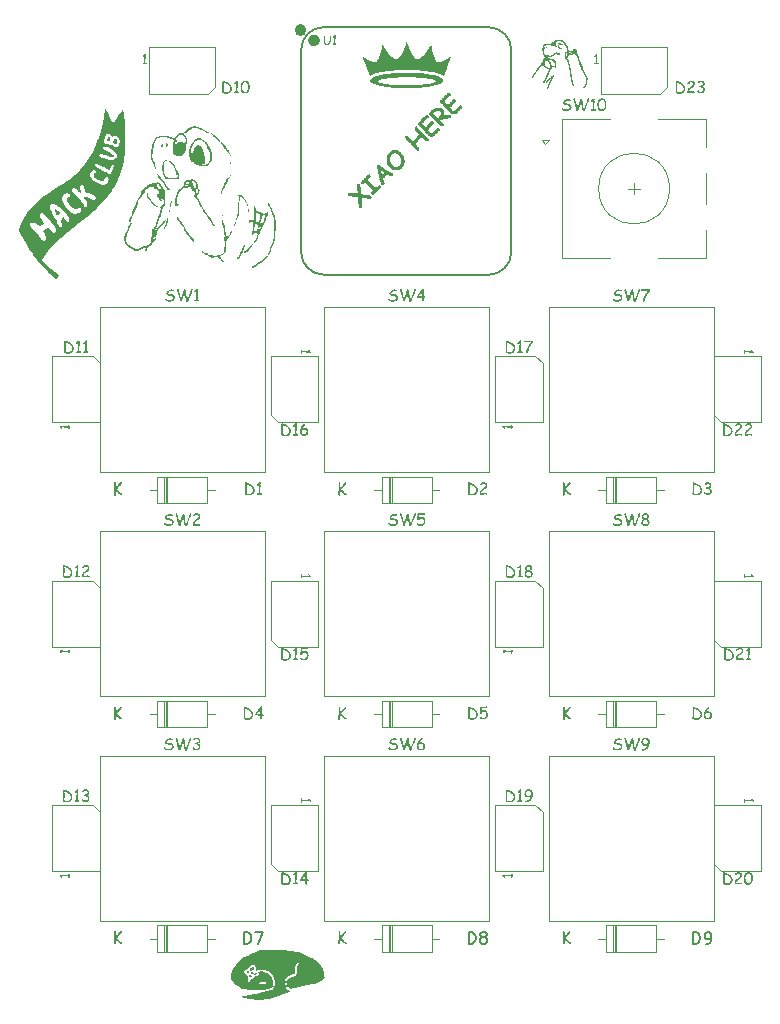
<source format=gto>
%TF.GenerationSoftware,KiCad,Pcbnew,8.0.8*%
%TF.CreationDate,2025-02-13T12:07:57-05:00*%
%TF.ProjectId,SplashPad,53706c61-7368-4506-9164-2e6b69636164,1*%
%TF.SameCoordinates,Original*%
%TF.FileFunction,Legend,Top*%
%TF.FilePolarity,Positive*%
%FSLAX46Y46*%
G04 Gerber Fmt 4.6, Leading zero omitted, Abs format (unit mm)*
G04 Created by KiCad (PCBNEW 8.0.8) date 2025-02-13 12:07:57*
%MOMM*%
%LPD*%
G01*
G04 APERTURE LIST*
%ADD10C,0.300000*%
%ADD11C,0.150000*%
%ADD12C,0.101600*%
%ADD13C,0.120000*%
%ADD14C,0.000000*%
%ADD15C,0.100000*%
%ADD16C,0.127000*%
%ADD17C,0.504000*%
G04 APERTURE END LIST*
D10*
G36*
X162575630Y-80216465D02*
G01*
X162581316Y-80291175D01*
X162588572Y-80371221D01*
X162597683Y-80453323D01*
X162608979Y-80533726D01*
X162611639Y-80549874D01*
X162625159Y-80627187D01*
X162637706Y-80709260D01*
X162648993Y-80790323D01*
X162658775Y-80865431D01*
X162668898Y-80947407D01*
X162670964Y-80964627D01*
X162751257Y-80978026D01*
X162831649Y-80991474D01*
X162912140Y-81004972D01*
X162992731Y-81018519D01*
X163038827Y-81026283D01*
X163117592Y-81038690D01*
X163192040Y-81049295D01*
X163273440Y-81059387D01*
X163348964Y-81067025D01*
X163409022Y-81071618D01*
X163480184Y-81093159D01*
X163501765Y-81110477D01*
X163538443Y-81176542D01*
X163541919Y-81212805D01*
X163523048Y-81284676D01*
X163498915Y-81315910D01*
X163433098Y-81349092D01*
X163350717Y-81358370D01*
X163271591Y-81355255D01*
X163194299Y-81346064D01*
X163142968Y-81337671D01*
X163064757Y-81321684D01*
X162986381Y-81306535D01*
X162912278Y-81292631D01*
X162902303Y-81290782D01*
X162824348Y-81278322D01*
X162751482Y-81266932D01*
X162682880Y-81256327D01*
X162686897Y-81330957D01*
X162690786Y-81412236D01*
X162694547Y-81500163D01*
X162697584Y-81578514D01*
X162700533Y-81661483D01*
X162702828Y-81731181D01*
X162706440Y-81805901D01*
X162708940Y-81883338D01*
X162710818Y-81964488D01*
X162711636Y-82009410D01*
X162692186Y-82082317D01*
X162668373Y-82113293D01*
X162604918Y-82151311D01*
X162565268Y-82157333D01*
X162491344Y-82139979D01*
X162463976Y-82118733D01*
X162428463Y-82052229D01*
X162425376Y-82029358D01*
X162423670Y-81956099D01*
X162421591Y-81880177D01*
X162419227Y-81800613D01*
X162417863Y-81756569D01*
X162414812Y-81676863D01*
X162411616Y-81602802D01*
X162407825Y-81521797D01*
X162403439Y-81433848D01*
X162399503Y-81358488D01*
X162395186Y-81278684D01*
X162391698Y-81215914D01*
X162318085Y-81207445D01*
X162243679Y-81199721D01*
X162168479Y-81192740D01*
X162092486Y-81186503D01*
X162048705Y-81183272D01*
X161975046Y-81174495D01*
X161900118Y-81164855D01*
X161858556Y-81159439D01*
X161783867Y-81151895D01*
X161707832Y-81150161D01*
X161667629Y-81152963D01*
X161592538Y-81145321D01*
X161547167Y-81115917D01*
X161510579Y-81048816D01*
X161506754Y-81016439D01*
X161524344Y-80943564D01*
X161549499Y-80911002D01*
X161619080Y-80876666D01*
X161693883Y-80864523D01*
X161708561Y-80863335D01*
X161782379Y-80861699D01*
X161859336Y-80867479D01*
X161868400Y-80868775D01*
X161943933Y-80879309D01*
X162021160Y-80889324D01*
X162078496Y-80896494D01*
X162153300Y-80901999D01*
X162227714Y-80908411D01*
X162301740Y-80915730D01*
X162375378Y-80923955D01*
X162364090Y-80843924D01*
X162352767Y-80763929D01*
X162341407Y-80683971D01*
X162330010Y-80604050D01*
X162318577Y-80524164D01*
X162314758Y-80497544D01*
X162307431Y-80422417D01*
X162302076Y-80340166D01*
X162301226Y-80258562D01*
X162309556Y-80178772D01*
X162331856Y-80128645D01*
X162395423Y-80090738D01*
X162435220Y-80084864D01*
X162509623Y-80102696D01*
X162537289Y-80124241D01*
X162571777Y-80189038D01*
X162575630Y-80216465D01*
G37*
G36*
X163415498Y-79542395D02*
G01*
X163360101Y-79592319D01*
X163301700Y-79641913D01*
X163235404Y-79697101D01*
X163191153Y-79733580D01*
X163242077Y-79791370D01*
X163300031Y-79854771D01*
X163353697Y-79911890D01*
X163412246Y-79972906D01*
X163475677Y-80037817D01*
X163529938Y-80092551D01*
X163543991Y-80106625D01*
X163876623Y-80440810D01*
X163930407Y-80385022D01*
X163985093Y-80328988D01*
X164040681Y-80272708D01*
X164071953Y-80241335D01*
X164135775Y-80203174D01*
X164174281Y-80198590D01*
X164246468Y-80218883D01*
X164274019Y-80240817D01*
X164311899Y-80305880D01*
X164316245Y-80340555D01*
X164296019Y-80413610D01*
X164272982Y-80442365D01*
X164218307Y-80497625D01*
X164166242Y-80550807D01*
X164151484Y-80565936D01*
X164096669Y-80622014D01*
X164043928Y-80675513D01*
X164030244Y-80689248D01*
X163976134Y-80746545D01*
X163925094Y-80803975D01*
X163893202Y-80840797D01*
X163841639Y-80900011D01*
X163790248Y-80956842D01*
X163756160Y-80992346D01*
X163691669Y-81029838D01*
X163652278Y-81033536D01*
X163579972Y-81011946D01*
X163547618Y-80986388D01*
X163508112Y-80924416D01*
X163499951Y-80881210D01*
X163516065Y-80808898D01*
X163540624Y-80776809D01*
X163594085Y-80723348D01*
X163646690Y-80670743D01*
X163671189Y-80646244D01*
X163618487Y-80594902D01*
X163556673Y-80533959D01*
X163503550Y-80481276D01*
X163442951Y-80420965D01*
X163389089Y-80367225D01*
X163345552Y-80323716D01*
X163285383Y-80262838D01*
X163226795Y-80202125D01*
X163169788Y-80141576D01*
X163114363Y-80081192D01*
X163060518Y-80020973D01*
X163008255Y-79960917D01*
X162987792Y-79936941D01*
X162829767Y-80094967D01*
X162766503Y-80134355D01*
X162728734Y-80140561D01*
X162657370Y-80122495D01*
X162630032Y-80100925D01*
X162593276Y-80036497D01*
X162590655Y-80003001D01*
X162613436Y-79930967D01*
X162629255Y-79908963D01*
X162681206Y-79850523D01*
X162733908Y-79794793D01*
X162790329Y-79736891D01*
X162846346Y-79680473D01*
X162903441Y-79624544D01*
X162967476Y-79564006D01*
X163026140Y-79510038D01*
X163089624Y-79452869D01*
X163157926Y-79392500D01*
X163216038Y-79341900D01*
X163231048Y-79328930D01*
X163299721Y-79295539D01*
X163377012Y-79306830D01*
X163422493Y-79341106D01*
X163459368Y-79406519D01*
X163460315Y-79451983D01*
X163432483Y-79522561D01*
X163415498Y-79542395D01*
G37*
G36*
X164164437Y-78504250D02*
G01*
X164223502Y-78529735D01*
X164290240Y-78575050D01*
X164356964Y-78619899D01*
X164425070Y-78665411D01*
X164490668Y-78709079D01*
X164502249Y-78716775D01*
X164566840Y-78758479D01*
X164633932Y-78801471D01*
X164703526Y-78845750D01*
X164775621Y-78891316D01*
X164850218Y-78938169D01*
X164927316Y-78986309D01*
X165006916Y-79035737D01*
X165089017Y-79086452D01*
X165157705Y-79118333D01*
X165221914Y-79144740D01*
X165288479Y-79175532D01*
X165341858Y-79212354D01*
X165378136Y-79278753D01*
X165380458Y-79314682D01*
X165357705Y-79386925D01*
X165335382Y-79413125D01*
X165265294Y-79436748D01*
X165191375Y-79428007D01*
X165119516Y-79407013D01*
X165084872Y-79394213D01*
X165013904Y-79364908D01*
X164940600Y-79329741D01*
X164873479Y-79293562D01*
X164821928Y-79263389D01*
X164776078Y-79327761D01*
X164731062Y-79385601D01*
X164681930Y-79446131D01*
X164668306Y-79462605D01*
X164620105Y-79522723D01*
X164574510Y-79582962D01*
X164531195Y-79645958D01*
X164518829Y-79665966D01*
X164545523Y-79738125D01*
X164569345Y-79808189D01*
X164591896Y-79877953D01*
X164616413Y-79956678D01*
X164633851Y-80014141D01*
X164633268Y-80090110D01*
X164595251Y-80153255D01*
X164530978Y-80191814D01*
X164495773Y-80198331D01*
X164422283Y-80182347D01*
X164394222Y-80160509D01*
X164356225Y-80092567D01*
X164324807Y-80016023D01*
X164298192Y-79944697D01*
X164268098Y-79859495D01*
X164248372Y-79801713D01*
X164197337Y-79768294D01*
X164191126Y-79692778D01*
X164213399Y-79642910D01*
X164194528Y-79571620D01*
X164175997Y-79499197D01*
X164157806Y-79425640D01*
X164139956Y-79350950D01*
X164122445Y-79275127D01*
X164105274Y-79198171D01*
X164088444Y-79120081D01*
X164071953Y-79040857D01*
X164055472Y-78958541D01*
X164052201Y-78941120D01*
X164320390Y-78941120D01*
X164338919Y-79013608D01*
X164360051Y-79096882D01*
X164380237Y-79176843D01*
X164398519Y-79249530D01*
X164418129Y-79327719D01*
X164426345Y-79360536D01*
X164471605Y-79302335D01*
X164518570Y-79248622D01*
X164568236Y-79192933D01*
X164614422Y-79139300D01*
X164545917Y-79092412D01*
X164484957Y-79051155D01*
X164417278Y-79005708D01*
X164353920Y-78963419D01*
X164320390Y-78941120D01*
X164052201Y-78941120D01*
X164041391Y-78883543D01*
X164026349Y-78794929D01*
X164015574Y-78719324D01*
X164008105Y-78643113D01*
X164010019Y-78563456D01*
X164019882Y-78540097D01*
X164086039Y-78501117D01*
X164164437Y-78504250D01*
G37*
G36*
X165581631Y-77198750D02*
G01*
X165658126Y-77214504D01*
X165734293Y-77242325D01*
X165810131Y-77282213D01*
X165885640Y-77334169D01*
X165945811Y-77384423D01*
X165990800Y-77427181D01*
X166051295Y-77492136D01*
X166105839Y-77560062D01*
X166154432Y-77630959D01*
X166197076Y-77704827D01*
X166233769Y-77781666D01*
X166264512Y-77861477D01*
X166289305Y-77944258D01*
X166308147Y-78030010D01*
X166318966Y-78104377D01*
X166324133Y-78199757D01*
X166318719Y-78290822D01*
X166302724Y-78377573D01*
X166276149Y-78460008D01*
X166238992Y-78538128D01*
X166191254Y-78611934D01*
X166132936Y-78681424D01*
X166116703Y-78698123D01*
X166061774Y-78749084D01*
X165990359Y-78804385D01*
X165915882Y-78850350D01*
X165838344Y-78886980D01*
X165757745Y-78914275D01*
X165674084Y-78932234D01*
X165622419Y-78938529D01*
X165531399Y-78940649D01*
X165444377Y-78930980D01*
X165361352Y-78909522D01*
X165282323Y-78876274D01*
X165207293Y-78831237D01*
X165136259Y-78774411D01*
X165108965Y-78748380D01*
X165048616Y-78683182D01*
X164994509Y-78614528D01*
X164946644Y-78542416D01*
X164905021Y-78466848D01*
X164869639Y-78387823D01*
X164840499Y-78305341D01*
X164817601Y-78219402D01*
X164800944Y-78130007D01*
X164792343Y-78054534D01*
X164789778Y-77957862D01*
X164790543Y-77948601D01*
X165077904Y-77948601D01*
X165079270Y-78028262D01*
X165087722Y-78096070D01*
X165104863Y-78175752D01*
X165128923Y-78251753D01*
X165159903Y-78324074D01*
X165197802Y-78392713D01*
X165242619Y-78457671D01*
X165294357Y-78518948D01*
X165316989Y-78542428D01*
X165373987Y-78590427D01*
X165444654Y-78628768D01*
X165521213Y-78649492D01*
X165603667Y-78652601D01*
X165614388Y-78651751D01*
X165695522Y-78636580D01*
X165773126Y-78606092D01*
X165838135Y-78566850D01*
X165900440Y-78515882D01*
X165917746Y-78499166D01*
X165970284Y-78435188D01*
X166007631Y-78363524D01*
X166029787Y-78284173D01*
X166036751Y-78197136D01*
X166030950Y-78118732D01*
X166022405Y-78069128D01*
X166003378Y-77993381D01*
X165977546Y-77920443D01*
X165944908Y-77850312D01*
X165905465Y-77782990D01*
X165859216Y-77718476D01*
X165806162Y-77656770D01*
X165783035Y-77632873D01*
X165724671Y-77579318D01*
X165659089Y-77531502D01*
X165587447Y-77496193D01*
X165511069Y-77481127D01*
X165494703Y-77481324D01*
X165421376Y-77497797D01*
X165350519Y-77533738D01*
X165284137Y-77581628D01*
X165223982Y-77634892D01*
X165203262Y-77655152D01*
X165149710Y-77720144D01*
X165110875Y-77793296D01*
X165086758Y-77874608D01*
X165077904Y-77948601D01*
X164790543Y-77948601D01*
X164797390Y-77865716D01*
X164815178Y-77778096D01*
X164843142Y-77695001D01*
X164881283Y-77616431D01*
X164929599Y-77542387D01*
X164988092Y-77472868D01*
X165004305Y-77456195D01*
X165067718Y-77396523D01*
X165130887Y-77344574D01*
X165193814Y-77300347D01*
X165272132Y-77255925D01*
X165350069Y-77223571D01*
X165427628Y-77203284D01*
X165504806Y-77195064D01*
X165581631Y-77198750D01*
G37*
G36*
X167406297Y-75287874D02*
G01*
X167447326Y-75351947D01*
X167484014Y-75395125D01*
X167533713Y-75451170D01*
X167543080Y-75462480D01*
X167592324Y-75519124D01*
X167602145Y-75529317D01*
X167656948Y-75585834D01*
X167712306Y-75645145D01*
X167761907Y-75699407D01*
X167800843Y-75742522D01*
X167854422Y-75801754D01*
X167908642Y-75860734D01*
X167960699Y-75915978D01*
X167999023Y-75955210D01*
X168052388Y-76005923D01*
X168107053Y-76054942D01*
X168166375Y-76106500D01*
X168225551Y-76157912D01*
X168284854Y-76211176D01*
X168333209Y-76257272D01*
X168369785Y-76323291D01*
X168372586Y-76353642D01*
X168352159Y-76424093D01*
X168329841Y-76451825D01*
X168266816Y-76491644D01*
X168228549Y-76499233D01*
X168154797Y-76483214D01*
X168131402Y-76464778D01*
X168074379Y-76409639D01*
X168020169Y-76359082D01*
X167968713Y-76311933D01*
X167911477Y-76259205D01*
X167853877Y-76205112D01*
X167806542Y-76159089D01*
X167755171Y-76106248D01*
X167735301Y-76084739D01*
X167685946Y-76140707D01*
X167633765Y-76204112D01*
X167586788Y-76264380D01*
X167537735Y-76330112D01*
X167486605Y-76401309D01*
X167443208Y-76462830D01*
X167399865Y-76524406D01*
X167356577Y-76586037D01*
X167313343Y-76647722D01*
X167270165Y-76709462D01*
X167255784Y-76730054D01*
X167305185Y-76784952D01*
X167353222Y-76840316D01*
X167399302Y-76894297D01*
X167451372Y-76954017D01*
X167502513Y-77010301D01*
X167547225Y-77056727D01*
X167580595Y-77122155D01*
X167581680Y-77148175D01*
X167557718Y-77219849D01*
X167537121Y-77244544D01*
X167472581Y-77283616D01*
X167439197Y-77288584D01*
X167368174Y-77269569D01*
X167344900Y-77250762D01*
X167288856Y-77191718D01*
X167239445Y-77136356D01*
X167190233Y-77079335D01*
X167143611Y-77024086D01*
X167089618Y-76960200D01*
X167041203Y-76904323D01*
X166987152Y-76844247D01*
X166942323Y-76797409D01*
X166884290Y-76738679D01*
X166829632Y-76682517D01*
X166776153Y-76627076D01*
X166716553Y-76564896D01*
X166673420Y-76519698D01*
X166619860Y-76463601D01*
X166561232Y-76402496D01*
X166508760Y-76348166D01*
X166455325Y-76293346D01*
X166404517Y-76241987D01*
X166369163Y-76177458D01*
X166366694Y-76147690D01*
X166388178Y-76077584D01*
X166410734Y-76049766D01*
X166475163Y-76011296D01*
X166508659Y-76006762D01*
X166580293Y-76025912D01*
X166603733Y-76044844D01*
X166656525Y-76099004D01*
X166708540Y-76153933D01*
X166763831Y-76213232D01*
X166819123Y-76272281D01*
X166871137Y-76327027D01*
X166923930Y-76381102D01*
X166974196Y-76438377D01*
X166987917Y-76454934D01*
X167036996Y-76511110D01*
X167056827Y-76531097D01*
X167286094Y-76200797D01*
X167336252Y-76131155D01*
X167384916Y-76066394D01*
X167432087Y-76006515D01*
X167485232Y-75942826D01*
X167536344Y-75885782D01*
X167485810Y-75830411D01*
X167433857Y-75774424D01*
X167377072Y-75713589D01*
X167321110Y-75653835D01*
X167283762Y-75614029D01*
X167238583Y-75554484D01*
X167204435Y-75488764D01*
X167188947Y-75450822D01*
X167168187Y-75377046D01*
X167172189Y-75299516D01*
X167191796Y-75268704D01*
X167255982Y-75231016D01*
X167285835Y-75225959D01*
X167359424Y-75241577D01*
X167387126Y-75263005D01*
X167406297Y-75287874D01*
G37*
G36*
X168325955Y-74499300D02*
G01*
X168291500Y-74525983D01*
X168228734Y-74565936D01*
X168161221Y-74614239D01*
X168098209Y-74665358D01*
X168039698Y-74719295D01*
X168032701Y-74726235D01*
X167981513Y-74781066D01*
X167933840Y-74838713D01*
X167923637Y-74851879D01*
X167879646Y-74912077D01*
X167835654Y-74977749D01*
X167815350Y-75009904D01*
X167871275Y-75066671D01*
X167929506Y-75127020D01*
X167986325Y-75186680D01*
X168038544Y-75241991D01*
X168095190Y-75302386D01*
X168107051Y-75315076D01*
X168155536Y-75259282D01*
X168209246Y-75196650D01*
X168258494Y-75138996D01*
X168316811Y-75070577D01*
X168369995Y-75008091D01*
X168421645Y-74947760D01*
X168470049Y-74892046D01*
X168521403Y-74834948D01*
X168535274Y-74820533D01*
X168598188Y-74781272D01*
X168636307Y-74774420D01*
X168710098Y-74793043D01*
X168739672Y-74816647D01*
X168779678Y-74878510D01*
X168775810Y-74956830D01*
X168745889Y-75007832D01*
X168697231Y-75062781D01*
X168645272Y-75121873D01*
X168596237Y-75177854D01*
X168582941Y-75193059D01*
X168529365Y-75256188D01*
X168480916Y-75312439D01*
X168425381Y-75376323D01*
X168373689Y-75435389D01*
X168317077Y-75499755D01*
X168293055Y-75526986D01*
X168344335Y-75583731D01*
X168398057Y-75641339D01*
X168436314Y-75680607D01*
X168493366Y-75736047D01*
X168551854Y-75787728D01*
X168614546Y-75825162D01*
X168677886Y-75779309D01*
X168715579Y-75742781D01*
X168767644Y-75689806D01*
X168823066Y-75632344D01*
X168849772Y-75604444D01*
X168901169Y-75550861D01*
X168955125Y-75495274D01*
X168983964Y-75466107D01*
X169022564Y-75418699D01*
X169060386Y-75372069D01*
X169123958Y-75331027D01*
X169156497Y-75323625D01*
X169230594Y-75337411D01*
X169265043Y-75363779D01*
X169304217Y-75426924D01*
X169299133Y-75501910D01*
X169275923Y-75545120D01*
X169229069Y-75604997D01*
X169173984Y-75667266D01*
X169113783Y-75731571D01*
X169054460Y-75792867D01*
X169001009Y-75846950D01*
X168986814Y-75861171D01*
X168929003Y-75916966D01*
X168861180Y-75976600D01*
X168798290Y-76025002D01*
X168729334Y-76068256D01*
X168657863Y-76098277D01*
X168612733Y-76106241D01*
X168531939Y-76095036D01*
X168464246Y-76066487D01*
X168390469Y-76020670D01*
X168324341Y-75969299D01*
X168268396Y-75919568D01*
X168224663Y-75877233D01*
X168170164Y-75820952D01*
X168113817Y-75760125D01*
X168059087Y-75699384D01*
X168008942Y-75642700D01*
X167954674Y-75580500D01*
X167943325Y-75567399D01*
X167888251Y-75504115D01*
X167837339Y-75446385D01*
X167781738Y-75384439D01*
X167732129Y-75330489D01*
X167675306Y-75270994D01*
X167662765Y-75258342D01*
X167606371Y-75210108D01*
X167579607Y-75189691D01*
X167520165Y-75142717D01*
X167496449Y-75121041D01*
X167450550Y-75058993D01*
X167440367Y-74985217D01*
X167474940Y-74920113D01*
X167486864Y-74907317D01*
X167550041Y-74869960D01*
X167563805Y-74866645D01*
X167604525Y-74803196D01*
X167650253Y-74738311D01*
X167696961Y-74678568D01*
X167748497Y-74618192D01*
X167799742Y-74562186D01*
X167833744Y-74527278D01*
X167890148Y-74472493D01*
X167944567Y-74422931D01*
X168007248Y-74370353D01*
X168067069Y-74325298D01*
X168133247Y-74282242D01*
X168160417Y-74266924D01*
X168232215Y-74251838D01*
X168305178Y-74279590D01*
X168322846Y-74295162D01*
X168360877Y-74360226D01*
X168365850Y-74390495D01*
X168352695Y-74462870D01*
X168325955Y-74499300D01*
G37*
G36*
X169310689Y-73644661D02*
G01*
X169392015Y-73662789D01*
X169465934Y-73692955D01*
X169532445Y-73735160D01*
X169577467Y-73774713D01*
X169627903Y-73837899D01*
X169661338Y-73909585D01*
X169676893Y-73981371D01*
X169679018Y-74006829D01*
X169676027Y-74087568D01*
X169661738Y-74164978D01*
X169640257Y-74237068D01*
X169610396Y-74313224D01*
X169605446Y-74324435D01*
X169680969Y-74306439D01*
X169753660Y-74291567D01*
X169840538Y-74277372D01*
X169922989Y-74268060D01*
X170001013Y-74263630D01*
X170074609Y-74264083D01*
X170130299Y-74267960D01*
X170201741Y-74292643D01*
X170224596Y-74311482D01*
X170263310Y-74376526D01*
X170268895Y-74416919D01*
X170251395Y-74489704D01*
X170227446Y-74521061D01*
X170160568Y-74556347D01*
X170121750Y-74559920D01*
X170038653Y-74560361D01*
X169957231Y-74564018D01*
X169877486Y-74570890D01*
X169799416Y-74580976D01*
X169723022Y-74594278D01*
X169648304Y-74610794D01*
X169575261Y-74630526D01*
X169503895Y-74653472D01*
X169434204Y-74679634D01*
X169366189Y-74709010D01*
X169321777Y-74730380D01*
X169378276Y-74783115D01*
X169439496Y-74840335D01*
X169499169Y-74896244D01*
X169555328Y-74949140D01*
X169586535Y-74979077D01*
X169626304Y-75041716D01*
X169633942Y-75085032D01*
X169617255Y-75157003D01*
X169592752Y-75188914D01*
X169528930Y-75227522D01*
X169490424Y-75232695D01*
X169418103Y-75212736D01*
X169390168Y-75190468D01*
X169336274Y-75136147D01*
X169282772Y-75081734D01*
X169225666Y-75023376D01*
X169168685Y-74964892D01*
X169115274Y-74910388D01*
X169061423Y-74856024D01*
X168466624Y-74258116D01*
X168424511Y-74197970D01*
X168408077Y-74142576D01*
X168409213Y-74128328D01*
X168730087Y-74128328D01*
X169128001Y-74526242D01*
X169160642Y-74494637D01*
X169213050Y-74440003D01*
X169267039Y-74377465D01*
X169311320Y-74318223D01*
X169350710Y-74253275D01*
X169379547Y-74184544D01*
X169394179Y-74111420D01*
X169395867Y-74065118D01*
X169382985Y-73991579D01*
X169378251Y-73985327D01*
X169316280Y-73943544D01*
X169244239Y-73924195D01*
X169167266Y-73921516D01*
X169112975Y-73926780D01*
X169040311Y-73941220D01*
X168963339Y-73966163D01*
X168892842Y-74000107D01*
X168828822Y-74043055D01*
X168821275Y-74049056D01*
X168763404Y-74099122D01*
X168730087Y-74128328D01*
X168409213Y-74128328D01*
X168414133Y-74066650D01*
X168457075Y-74002563D01*
X168465588Y-73994913D01*
X168530391Y-73938968D01*
X168589557Y-73887973D01*
X168646767Y-73838895D01*
X168660918Y-73827043D01*
X168724523Y-73780906D01*
X168793993Y-73739690D01*
X168862198Y-73709048D01*
X168882413Y-73701917D01*
X168967713Y-73676013D01*
X169048847Y-73656881D01*
X169125814Y-73644519D01*
X169221955Y-73638571D01*
X169310689Y-73644661D01*
G37*
G36*
X170203612Y-72621643D02*
G01*
X170169157Y-72648326D01*
X170106391Y-72688279D01*
X170038878Y-72736582D01*
X169975866Y-72787701D01*
X169917355Y-72841638D01*
X169910358Y-72848578D01*
X169859170Y-72903409D01*
X169811497Y-72961056D01*
X169801294Y-72974222D01*
X169757303Y-73034420D01*
X169713311Y-73100092D01*
X169693008Y-73132247D01*
X169748932Y-73189014D01*
X169807163Y-73249363D01*
X169863982Y-73309023D01*
X169916201Y-73364334D01*
X169972847Y-73424729D01*
X169984708Y-73437418D01*
X170033193Y-73381625D01*
X170086903Y-73318993D01*
X170136151Y-73261339D01*
X170194468Y-73192920D01*
X170247652Y-73130434D01*
X170299303Y-73070103D01*
X170347706Y-73014389D01*
X170399060Y-72957291D01*
X170412932Y-72942875D01*
X170475845Y-72903614D01*
X170513965Y-72896763D01*
X170587755Y-72915386D01*
X170617329Y-72938990D01*
X170657335Y-73000852D01*
X170653468Y-73079173D01*
X170623546Y-73130175D01*
X170574888Y-73185124D01*
X170522929Y-73244216D01*
X170473894Y-73300197D01*
X170460598Y-73315402D01*
X170407022Y-73378531D01*
X170358573Y-73434782D01*
X170303038Y-73498666D01*
X170251347Y-73557732D01*
X170194734Y-73622098D01*
X170170712Y-73649328D01*
X170221992Y-73706073D01*
X170275715Y-73763682D01*
X170313971Y-73802950D01*
X170371023Y-73858390D01*
X170429511Y-73910071D01*
X170492204Y-73947505D01*
X170555543Y-73901652D01*
X170593236Y-73865124D01*
X170645301Y-73812149D01*
X170700724Y-73754686D01*
X170727429Y-73726787D01*
X170778826Y-73673204D01*
X170832782Y-73617616D01*
X170861621Y-73588450D01*
X170900221Y-73541042D01*
X170938044Y-73494411D01*
X171001615Y-73453370D01*
X171034154Y-73445967D01*
X171108251Y-73459754D01*
X171142700Y-73486121D01*
X171181874Y-73549267D01*
X171176790Y-73624252D01*
X171153580Y-73667463D01*
X171106727Y-73727340D01*
X171051641Y-73789609D01*
X170991440Y-73853914D01*
X170932117Y-73915210D01*
X170878666Y-73969293D01*
X170864471Y-73983514D01*
X170806660Y-74039309D01*
X170738837Y-74098943D01*
X170675947Y-74147344D01*
X170606991Y-74190599D01*
X170535521Y-74220620D01*
X170490390Y-74228584D01*
X170409596Y-74217379D01*
X170341903Y-74188830D01*
X170268126Y-74143013D01*
X170201998Y-74091642D01*
X170146053Y-74041911D01*
X170102320Y-73999576D01*
X170047821Y-73943295D01*
X169991474Y-73882468D01*
X169936744Y-73821727D01*
X169886599Y-73765043D01*
X169832331Y-73702843D01*
X169820983Y-73689742D01*
X169765909Y-73626458D01*
X169714996Y-73568728D01*
X169659395Y-73506781D01*
X169609786Y-73452831D01*
X169552963Y-73393337D01*
X169540422Y-73380685D01*
X169484028Y-73332451D01*
X169457264Y-73312034D01*
X169397822Y-73265059D01*
X169374106Y-73243383D01*
X169328207Y-73181336D01*
X169318024Y-73107560D01*
X169352597Y-73042456D01*
X169364521Y-73029660D01*
X169427698Y-72992303D01*
X169441462Y-72988988D01*
X169482182Y-72925539D01*
X169527910Y-72860654D01*
X169574618Y-72800911D01*
X169626154Y-72740534D01*
X169677399Y-72684529D01*
X169711401Y-72649621D01*
X169767806Y-72594835D01*
X169822224Y-72545274D01*
X169884905Y-72492696D01*
X169944727Y-72447641D01*
X170010904Y-72404585D01*
X170038074Y-72389267D01*
X170109872Y-72374181D01*
X170182835Y-72401933D01*
X170200504Y-72417504D01*
X170238535Y-72482569D01*
X170243507Y-72512838D01*
X170230352Y-72585213D01*
X170203612Y-72621643D01*
G37*
D11*
G36*
X137518742Y-131368156D02*
G01*
X137565072Y-131389566D01*
X137581892Y-131397728D01*
X137629198Y-131420305D01*
X137676050Y-131442127D01*
X137704257Y-131454148D01*
X137752140Y-131471737D01*
X137798214Y-131491533D01*
X137842480Y-131513533D01*
X137884936Y-131537740D01*
X137935462Y-131571101D01*
X137983163Y-131607908D01*
X138028036Y-131648161D01*
X138036672Y-131656625D01*
X138074510Y-131697425D01*
X138107304Y-131739225D01*
X138135052Y-131782025D01*
X138157755Y-131825825D01*
X138179039Y-131881980D01*
X138192441Y-131939698D01*
X138197959Y-131998978D01*
X138198116Y-132011022D01*
X138195463Y-132061430D01*
X138187504Y-132110926D01*
X138174239Y-132159510D01*
X138155668Y-132207183D01*
X138142673Y-132234016D01*
X138116595Y-132278701D01*
X138086660Y-132319367D01*
X138052869Y-132356012D01*
X138015220Y-132388637D01*
X137991975Y-132405474D01*
X137948787Y-132429960D01*
X137899091Y-132449380D01*
X137842885Y-132463735D01*
X137791075Y-132471826D01*
X137734746Y-132476400D01*
X137686428Y-132477526D01*
X137636267Y-132474091D01*
X137587586Y-132465558D01*
X137571633Y-132461894D01*
X137522796Y-132448002D01*
X137476837Y-132428234D01*
X137454885Y-132414267D01*
X137448047Y-132414267D01*
X137401006Y-132396449D01*
X137398465Y-132393995D01*
X137378759Y-132347798D01*
X137378682Y-132344169D01*
X137379302Y-132292654D01*
X137379435Y-132287749D01*
X137518633Y-132287749D01*
X137533043Y-132296542D01*
X137578409Y-132319486D01*
X137626113Y-132332080D01*
X137679971Y-132336802D01*
X137685695Y-132336842D01*
X137741417Y-132335167D01*
X137791162Y-132330144D01*
X137841645Y-132320051D01*
X137889379Y-132302935D01*
X137913818Y-132289214D01*
X137952715Y-132258097D01*
X137986365Y-132220922D01*
X138014768Y-132177688D01*
X138019819Y-132168314D01*
X138040685Y-132120196D01*
X138053822Y-132070789D01*
X138059232Y-132020094D01*
X138059386Y-132009801D01*
X138054222Y-131951086D01*
X138038731Y-131895078D01*
X138012911Y-131841778D01*
X137984819Y-131801086D01*
X137950118Y-131762128D01*
X137908806Y-131724902D01*
X137860885Y-131689408D01*
X137847872Y-131680806D01*
X137801359Y-131653878D01*
X137751428Y-131628312D01*
X137699966Y-131603492D01*
X137652348Y-131581335D01*
X137598998Y-131557132D01*
X137539916Y-131530883D01*
X137524250Y-131524002D01*
X137527670Y-131720129D01*
X137529624Y-131915767D01*
X137518633Y-132287749D01*
X137379435Y-132287749D01*
X137380691Y-132241447D01*
X137382557Y-132189353D01*
X137384641Y-132139287D01*
X137385032Y-132130457D01*
X137387273Y-132079475D01*
X137389302Y-132026334D01*
X137390847Y-131973959D01*
X137391620Y-131921027D01*
X137391626Y-131916500D01*
X137391375Y-131865510D01*
X137390730Y-131809773D01*
X137389840Y-131752964D01*
X137388836Y-131698298D01*
X137388451Y-131678852D01*
X137387455Y-131622348D01*
X137386665Y-131571358D01*
X137386004Y-131518836D01*
X137385592Y-131468000D01*
X137385520Y-131441203D01*
X137404547Y-131394184D01*
X137414341Y-131382829D01*
X137455771Y-131354489D01*
X137471982Y-131352055D01*
X137518742Y-131368156D01*
G37*
G36*
X138746686Y-132415000D02*
G01*
X138609910Y-132415000D01*
X138473866Y-132414267D01*
X138424980Y-132411595D01*
X138406455Y-132407428D01*
X138373712Y-132369509D01*
X138371529Y-132349298D01*
X138386710Y-132302415D01*
X138432254Y-132277170D01*
X138479484Y-132272362D01*
X138512457Y-132273094D01*
X138540545Y-132274316D01*
X138538255Y-132222395D01*
X138534683Y-132179794D01*
X138530676Y-132130900D01*
X138528821Y-132085760D01*
X138530077Y-132031250D01*
X138532790Y-131979209D01*
X138536325Y-131927887D01*
X138540976Y-131870365D01*
X138544697Y-131828572D01*
X138549042Y-131777524D01*
X138553232Y-131721538D01*
X138556306Y-131671307D01*
X138558481Y-131619974D01*
X138559107Y-131570896D01*
X138517235Y-131605090D01*
X138476615Y-131634094D01*
X138441626Y-131649054D01*
X138395273Y-131629341D01*
X138393999Y-131628049D01*
X138373806Y-131583084D01*
X138373727Y-131579689D01*
X138396816Y-131533035D01*
X138432834Y-131499822D01*
X138474400Y-131467779D01*
X138513478Y-131435277D01*
X138537858Y-131414337D01*
X138575167Y-131381493D01*
X138618490Y-131358137D01*
X138653385Y-131352055D01*
X138695670Y-131378804D01*
X138699303Y-131403834D01*
X138695151Y-131449996D01*
X138690998Y-131496158D01*
X138692611Y-131547432D01*
X138693441Y-131563569D01*
X138695595Y-131612771D01*
X138695883Y-131630736D01*
X138694569Y-131679845D01*
X138691196Y-131733521D01*
X138686541Y-131788227D01*
X138681286Y-131840866D01*
X138679275Y-131859591D01*
X138673713Y-131913982D01*
X138669303Y-131963032D01*
X138665611Y-132013506D01*
X138663166Y-132067721D01*
X138662910Y-132087958D01*
X138664611Y-132137057D01*
X138668284Y-132182725D01*
X138672680Y-132233588D01*
X138674634Y-132274316D01*
X138746686Y-132273094D01*
X138793128Y-132292119D01*
X138794313Y-132293367D01*
X138813290Y-132340178D01*
X138813364Y-132343925D01*
X138797718Y-132391120D01*
X138794313Y-132394972D01*
X138748477Y-132414980D01*
X138746686Y-132415000D01*
G37*
G36*
X139308933Y-132446263D02*
G01*
X139258375Y-132443469D01*
X139204708Y-132433648D01*
X139154442Y-132416756D01*
X139122820Y-132401566D01*
X139080199Y-132372944D01*
X139041302Y-132334504D01*
X139011987Y-132289456D01*
X138997767Y-132255753D01*
X138993615Y-132231085D01*
X139013099Y-132184886D01*
X139014376Y-132183702D01*
X139059556Y-132164968D01*
X139062980Y-132164895D01*
X139107831Y-132187220D01*
X139110363Y-132190296D01*
X139141871Y-132237923D01*
X139177192Y-132272211D01*
X139208305Y-132288726D01*
X139257559Y-132301876D01*
X139308689Y-132305579D01*
X139358017Y-132300066D01*
X139406760Y-132281479D01*
X139439847Y-132258928D01*
X139473916Y-132222551D01*
X139494953Y-132176875D01*
X139499686Y-132138517D01*
X139494924Y-132089470D01*
X139478180Y-132040532D01*
X139449380Y-131998202D01*
X139423483Y-131973653D01*
X139382106Y-131946987D01*
X139333812Y-131926890D01*
X139285078Y-131914540D01*
X139244941Y-131908684D01*
X139195602Y-131894873D01*
X139169035Y-131853701D01*
X139168737Y-131847135D01*
X139192112Y-131804202D01*
X139228577Y-131785586D01*
X139392464Y-131745286D01*
X139438351Y-131722265D01*
X139463783Y-131699124D01*
X139485948Y-131653156D01*
X139488696Y-131628293D01*
X139480488Y-131579994D01*
X139450631Y-131538206D01*
X139442045Y-131531085D01*
X139398757Y-131507717D01*
X139348998Y-131495772D01*
X139301117Y-131492739D01*
X139252309Y-131499701D01*
X139210503Y-131517407D01*
X139133078Y-131570652D01*
X139096686Y-131586528D01*
X139050776Y-131565440D01*
X139049547Y-131564057D01*
X139030179Y-131517872D01*
X139030007Y-131512522D01*
X139047341Y-131465819D01*
X139084263Y-131430881D01*
X139128570Y-131403548D01*
X139135032Y-131400170D01*
X139183864Y-131376911D01*
X139232140Y-131359996D01*
X139281760Y-131352102D01*
X139285485Y-131352055D01*
X139338743Y-131354382D01*
X139387690Y-131361363D01*
X139439346Y-131375389D01*
X139485136Y-131395750D01*
X139519714Y-131418244D01*
X139555879Y-131452250D01*
X139586333Y-131498240D01*
X139603463Y-131544717D01*
X139611711Y-131597015D01*
X139612527Y-131621210D01*
X139607933Y-131678744D01*
X139594151Y-131728429D01*
X139566460Y-131776476D01*
X139526264Y-131813841D01*
X139481857Y-131837365D01*
X139455234Y-131847135D01*
X139502965Y-131868917D01*
X139547435Y-131899419D01*
X139582888Y-131936551D01*
X139591766Y-131948984D01*
X139615723Y-131994584D01*
X139630807Y-132046815D01*
X139636796Y-132099492D01*
X139637195Y-132118244D01*
X139633838Y-132168093D01*
X139621434Y-132222603D01*
X139599891Y-132273186D01*
X139569208Y-132319842D01*
X139541696Y-132350764D01*
X139504416Y-132383218D01*
X139457210Y-132412595D01*
X139406008Y-132432833D01*
X139350808Y-132443931D01*
X139308933Y-132446263D01*
G37*
G36*
X137957000Y-138565177D02*
G01*
X137957000Y-138674598D01*
X137956413Y-138783432D01*
X137954276Y-138822542D01*
X137950942Y-138837361D01*
X137920607Y-138863556D01*
X137904438Y-138865302D01*
X137866932Y-138853157D01*
X137846736Y-138816723D01*
X137842889Y-138778938D01*
X137843475Y-138752560D01*
X137844452Y-138730090D01*
X137802916Y-138731921D01*
X137768835Y-138734779D01*
X137729720Y-138737985D01*
X137693608Y-138739469D01*
X137650000Y-138738464D01*
X137608367Y-138736293D01*
X137567309Y-138733465D01*
X137521292Y-138729745D01*
X137487858Y-138726768D01*
X137447019Y-138723292D01*
X137402231Y-138719940D01*
X137362045Y-138717481D01*
X137320979Y-138715740D01*
X137281717Y-138715240D01*
X137309072Y-138748738D01*
X137332275Y-138781233D01*
X137344243Y-138809224D01*
X137328473Y-138846307D01*
X137327439Y-138847326D01*
X137291467Y-138863481D01*
X137288751Y-138863544D01*
X137251428Y-138845073D01*
X137224857Y-138816258D01*
X137199223Y-138783005D01*
X137173221Y-138751743D01*
X137156469Y-138732239D01*
X137130194Y-138702392D01*
X137111509Y-138667734D01*
X137106644Y-138639817D01*
X137128043Y-138605989D01*
X137148067Y-138603083D01*
X137184997Y-138606405D01*
X137221926Y-138609727D01*
X137262945Y-138608437D01*
X137275855Y-138607773D01*
X137315217Y-138606050D01*
X137329588Y-138605819D01*
X137368876Y-138606870D01*
X137411817Y-138609569D01*
X137455581Y-138613293D01*
X137497692Y-138617497D01*
X137512673Y-138619106D01*
X137556186Y-138623555D01*
X137595425Y-138627083D01*
X137635805Y-138630036D01*
X137679176Y-138631993D01*
X137695367Y-138632197D01*
X137734645Y-138630837D01*
X137771180Y-138627898D01*
X137811870Y-138624381D01*
X137844452Y-138622818D01*
X137843475Y-138565177D01*
X137858695Y-138528023D01*
X137859693Y-138527075D01*
X137897142Y-138511894D01*
X137900140Y-138511834D01*
X137937896Y-138524351D01*
X137940977Y-138527075D01*
X137956984Y-138563744D01*
X137957000Y-138565177D01*
G37*
G36*
X175018742Y-112368156D02*
G01*
X175065072Y-112389566D01*
X175081892Y-112397728D01*
X175129198Y-112420305D01*
X175176050Y-112442127D01*
X175204257Y-112454148D01*
X175252140Y-112471737D01*
X175298214Y-112491533D01*
X175342480Y-112513533D01*
X175384936Y-112537740D01*
X175435462Y-112571101D01*
X175483163Y-112607908D01*
X175528036Y-112648161D01*
X175536672Y-112656625D01*
X175574510Y-112697425D01*
X175607304Y-112739225D01*
X175635052Y-112782025D01*
X175657755Y-112825825D01*
X175679039Y-112881980D01*
X175692441Y-112939698D01*
X175697959Y-112998978D01*
X175698116Y-113011022D01*
X175695463Y-113061430D01*
X175687504Y-113110926D01*
X175674239Y-113159510D01*
X175655668Y-113207183D01*
X175642673Y-113234016D01*
X175616595Y-113278701D01*
X175586660Y-113319367D01*
X175552869Y-113356012D01*
X175515220Y-113388637D01*
X175491975Y-113405474D01*
X175448787Y-113429960D01*
X175399091Y-113449380D01*
X175342885Y-113463735D01*
X175291075Y-113471826D01*
X175234746Y-113476400D01*
X175186428Y-113477526D01*
X175136267Y-113474091D01*
X175087586Y-113465558D01*
X175071633Y-113461894D01*
X175022796Y-113448002D01*
X174976837Y-113428234D01*
X174954885Y-113414267D01*
X174948047Y-113414267D01*
X174901006Y-113396449D01*
X174898465Y-113393995D01*
X174878759Y-113347798D01*
X174878682Y-113344169D01*
X174879302Y-113292654D01*
X174879435Y-113287749D01*
X175018633Y-113287749D01*
X175033043Y-113296542D01*
X175078409Y-113319486D01*
X175126113Y-113332080D01*
X175179971Y-113336802D01*
X175185695Y-113336842D01*
X175241417Y-113335167D01*
X175291162Y-113330144D01*
X175341645Y-113320051D01*
X175389379Y-113302935D01*
X175413818Y-113289214D01*
X175452715Y-113258097D01*
X175486365Y-113220922D01*
X175514768Y-113177688D01*
X175519819Y-113168314D01*
X175540685Y-113120196D01*
X175553822Y-113070789D01*
X175559232Y-113020094D01*
X175559386Y-113009801D01*
X175554222Y-112951086D01*
X175538731Y-112895078D01*
X175512911Y-112841778D01*
X175484819Y-112801086D01*
X175450118Y-112762128D01*
X175408806Y-112724902D01*
X175360885Y-112689408D01*
X175347872Y-112680806D01*
X175301359Y-112653878D01*
X175251428Y-112628312D01*
X175199966Y-112603492D01*
X175152348Y-112581335D01*
X175098998Y-112557132D01*
X175039916Y-112530883D01*
X175024250Y-112524002D01*
X175027670Y-112720129D01*
X175029624Y-112915767D01*
X175018633Y-113287749D01*
X174879435Y-113287749D01*
X174880691Y-113241447D01*
X174882557Y-113189353D01*
X174884641Y-113139287D01*
X174885032Y-113130457D01*
X174887273Y-113079475D01*
X174889302Y-113026334D01*
X174890847Y-112973959D01*
X174891620Y-112921027D01*
X174891626Y-112916500D01*
X174891375Y-112865510D01*
X174890730Y-112809773D01*
X174889840Y-112752964D01*
X174888836Y-112698298D01*
X174888451Y-112678852D01*
X174887455Y-112622348D01*
X174886665Y-112571358D01*
X174886004Y-112518836D01*
X174885592Y-112468000D01*
X174885520Y-112441203D01*
X174904547Y-112394184D01*
X174914341Y-112382829D01*
X174955771Y-112354489D01*
X174971982Y-112352055D01*
X175018742Y-112368156D01*
G37*
G36*
X176246686Y-113415000D02*
G01*
X176109910Y-113415000D01*
X175973866Y-113414267D01*
X175924980Y-113411595D01*
X175906455Y-113407428D01*
X175873712Y-113369509D01*
X175871529Y-113349298D01*
X175886710Y-113302415D01*
X175932254Y-113277170D01*
X175979484Y-113272362D01*
X176012457Y-113273094D01*
X176040545Y-113274316D01*
X176038255Y-113222395D01*
X176034683Y-113179794D01*
X176030676Y-113130900D01*
X176028821Y-113085760D01*
X176030077Y-113031250D01*
X176032790Y-112979209D01*
X176036325Y-112927887D01*
X176040976Y-112870365D01*
X176044697Y-112828572D01*
X176049042Y-112777524D01*
X176053232Y-112721538D01*
X176056306Y-112671307D01*
X176058481Y-112619974D01*
X176059107Y-112570896D01*
X176017235Y-112605090D01*
X175976615Y-112634094D01*
X175941626Y-112649054D01*
X175895273Y-112629341D01*
X175893999Y-112628049D01*
X175873806Y-112583084D01*
X175873727Y-112579689D01*
X175896816Y-112533035D01*
X175932834Y-112499822D01*
X175974400Y-112467779D01*
X176013478Y-112435277D01*
X176037858Y-112414337D01*
X176075167Y-112381493D01*
X176118490Y-112358137D01*
X176153385Y-112352055D01*
X176195670Y-112378804D01*
X176199303Y-112403834D01*
X176195151Y-112449996D01*
X176190998Y-112496158D01*
X176192611Y-112547432D01*
X176193441Y-112563569D01*
X176195595Y-112612771D01*
X176195883Y-112630736D01*
X176194569Y-112679845D01*
X176191196Y-112733521D01*
X176186541Y-112788227D01*
X176181286Y-112840866D01*
X176179275Y-112859591D01*
X176173713Y-112913982D01*
X176169303Y-112963032D01*
X176165611Y-113013506D01*
X176163166Y-113067721D01*
X176162910Y-113087958D01*
X176164611Y-113137057D01*
X176168284Y-113182725D01*
X176172680Y-113233588D01*
X176174634Y-113274316D01*
X176246686Y-113273094D01*
X176293128Y-113292119D01*
X176294313Y-113293367D01*
X176313290Y-113340178D01*
X176313364Y-113343925D01*
X176297718Y-113391120D01*
X176294313Y-113394972D01*
X176248477Y-113414980D01*
X176246686Y-113415000D01*
G37*
G36*
X176874892Y-112354073D02*
G01*
X176935738Y-112364612D01*
X176987569Y-112384119D01*
X177030385Y-112412594D01*
X177064188Y-112450038D01*
X177088977Y-112496450D01*
X177104752Y-112551830D01*
X177111512Y-112616178D01*
X177111794Y-112633667D01*
X177107898Y-112685196D01*
X177093247Y-112734783D01*
X177078821Y-112759207D01*
X177042632Y-112793983D01*
X176997838Y-112822422D01*
X176975018Y-112834434D01*
X177022371Y-112861347D01*
X177066519Y-112892901D01*
X177104243Y-112929547D01*
X177118633Y-112948496D01*
X177141892Y-112993176D01*
X177156176Y-113040094D01*
X177164446Y-113093789D01*
X177166749Y-113146332D01*
X177163099Y-113198007D01*
X177149617Y-113252781D01*
X177126200Y-113301617D01*
X177092850Y-113344517D01*
X177062945Y-113371524D01*
X177018191Y-113400646D01*
X176968130Y-113422615D01*
X176920998Y-113435753D01*
X176869968Y-113443635D01*
X176815039Y-113446263D01*
X176762600Y-113443996D01*
X176714094Y-113437195D01*
X176662474Y-113423531D01*
X176616207Y-113403696D01*
X176580810Y-113381782D01*
X176541031Y-113346679D01*
X176510812Y-113305053D01*
X176490154Y-113256906D01*
X176479056Y-113202237D01*
X176477007Y-113168070D01*
X176477925Y-113141135D01*
X176609439Y-113141135D01*
X176609631Y-113153415D01*
X176620165Y-113205097D01*
X176648073Y-113246966D01*
X176688521Y-113276514D01*
X176736266Y-113295332D01*
X176784775Y-113304188D01*
X176815039Y-113305579D01*
X176864450Y-113302961D01*
X176912390Y-113293557D01*
X176959521Y-113272186D01*
X176984055Y-113250868D01*
X177008883Y-113208128D01*
X177020004Y-113160376D01*
X177022401Y-113118977D01*
X177015556Y-113068359D01*
X176992212Y-113020227D01*
X176956616Y-112983333D01*
X176952303Y-112980003D01*
X176910240Y-112953888D01*
X176864378Y-112933647D01*
X176814700Y-112916614D01*
X176808689Y-112914790D01*
X176764407Y-112935519D01*
X176717708Y-112960280D01*
X176676269Y-112987659D01*
X176663120Y-112999054D01*
X176631124Y-113041978D01*
X176614408Y-113090216D01*
X176609439Y-113141135D01*
X176477925Y-113141135D01*
X176478858Y-113113779D01*
X176485754Y-113063992D01*
X176501468Y-113008090D01*
X176525066Y-112959225D01*
X176556547Y-112917396D01*
X176595911Y-112882604D01*
X176633078Y-112859836D01*
X176591493Y-112829985D01*
X176553851Y-112789625D01*
X176527920Y-112743305D01*
X176513700Y-112691024D01*
X176510801Y-112651252D01*
X176644557Y-112651252D01*
X176660304Y-112700401D01*
X176700621Y-112736274D01*
X176749102Y-112758699D01*
X176802582Y-112774106D01*
X176853687Y-112759301D01*
X176899944Y-112741729D01*
X176920796Y-112730875D01*
X176959698Y-112696207D01*
X176977204Y-112648998D01*
X176977705Y-112638307D01*
X176972741Y-112586599D01*
X176954074Y-112540671D01*
X176935695Y-112520582D01*
X176889228Y-112499699D01*
X176840192Y-112493174D01*
X176821145Y-112492739D01*
X176769835Y-112497127D01*
X176722871Y-112512093D01*
X176685834Y-112537679D01*
X176657377Y-112580094D01*
X176645436Y-112629610D01*
X176644557Y-112651252D01*
X176510801Y-112651252D01*
X176510712Y-112650031D01*
X176515212Y-112595596D01*
X176528711Y-112545345D01*
X176551209Y-112499278D01*
X176582707Y-112457396D01*
X176604746Y-112435341D01*
X176646011Y-112403390D01*
X176690945Y-112379128D01*
X176739550Y-112362557D01*
X176791824Y-112353677D01*
X176823343Y-112352055D01*
X176874892Y-112354073D01*
G37*
G36*
X175457000Y-119565177D02*
G01*
X175457000Y-119674598D01*
X175456413Y-119783432D01*
X175454276Y-119822542D01*
X175450942Y-119837361D01*
X175420607Y-119863556D01*
X175404438Y-119865302D01*
X175366932Y-119853157D01*
X175346736Y-119816723D01*
X175342889Y-119778938D01*
X175343475Y-119752560D01*
X175344452Y-119730090D01*
X175302916Y-119731921D01*
X175268835Y-119734779D01*
X175229720Y-119737985D01*
X175193608Y-119739469D01*
X175150000Y-119738464D01*
X175108367Y-119736293D01*
X175067309Y-119733465D01*
X175021292Y-119729745D01*
X174987858Y-119726768D01*
X174947019Y-119723292D01*
X174902231Y-119719940D01*
X174862045Y-119717481D01*
X174820979Y-119715740D01*
X174781717Y-119715240D01*
X174809072Y-119748738D01*
X174832275Y-119781233D01*
X174844243Y-119809224D01*
X174828473Y-119846307D01*
X174827439Y-119847326D01*
X174791467Y-119863481D01*
X174788751Y-119863544D01*
X174751428Y-119845073D01*
X174724857Y-119816258D01*
X174699223Y-119783005D01*
X174673221Y-119751743D01*
X174656469Y-119732239D01*
X174630194Y-119702392D01*
X174611509Y-119667734D01*
X174606644Y-119639817D01*
X174628043Y-119605989D01*
X174648067Y-119603083D01*
X174684997Y-119606405D01*
X174721926Y-119609727D01*
X174762945Y-119608437D01*
X174775855Y-119607773D01*
X174815217Y-119606050D01*
X174829588Y-119605819D01*
X174868876Y-119606870D01*
X174911817Y-119609569D01*
X174955581Y-119613293D01*
X174997692Y-119617497D01*
X175012673Y-119619106D01*
X175056186Y-119623555D01*
X175095425Y-119627083D01*
X175135805Y-119630036D01*
X175179176Y-119631993D01*
X175195367Y-119632197D01*
X175234645Y-119630837D01*
X175271180Y-119627898D01*
X175311870Y-119624381D01*
X175344452Y-119622818D01*
X175343475Y-119565177D01*
X175358695Y-119528023D01*
X175359693Y-119527075D01*
X175397142Y-119511894D01*
X175400140Y-119511834D01*
X175437896Y-119524351D01*
X175440977Y-119527075D01*
X175456984Y-119563744D01*
X175457000Y-119565177D01*
G37*
X190761905Y-144454819D02*
X190761905Y-143454819D01*
X190761905Y-143454819D02*
X191000000Y-143454819D01*
X191000000Y-143454819D02*
X191142857Y-143502438D01*
X191142857Y-143502438D02*
X191238095Y-143597676D01*
X191238095Y-143597676D02*
X191285714Y-143692914D01*
X191285714Y-143692914D02*
X191333333Y-143883390D01*
X191333333Y-143883390D02*
X191333333Y-144026247D01*
X191333333Y-144026247D02*
X191285714Y-144216723D01*
X191285714Y-144216723D02*
X191238095Y-144311961D01*
X191238095Y-144311961D02*
X191142857Y-144407200D01*
X191142857Y-144407200D02*
X191000000Y-144454819D01*
X191000000Y-144454819D02*
X190761905Y-144454819D01*
X191809524Y-144454819D02*
X192000000Y-144454819D01*
X192000000Y-144454819D02*
X192095238Y-144407200D01*
X192095238Y-144407200D02*
X192142857Y-144359580D01*
X192142857Y-144359580D02*
X192238095Y-144216723D01*
X192238095Y-144216723D02*
X192285714Y-144026247D01*
X192285714Y-144026247D02*
X192285714Y-143645295D01*
X192285714Y-143645295D02*
X192238095Y-143550057D01*
X192238095Y-143550057D02*
X192190476Y-143502438D01*
X192190476Y-143502438D02*
X192095238Y-143454819D01*
X192095238Y-143454819D02*
X191904762Y-143454819D01*
X191904762Y-143454819D02*
X191809524Y-143502438D01*
X191809524Y-143502438D02*
X191761905Y-143550057D01*
X191761905Y-143550057D02*
X191714286Y-143645295D01*
X191714286Y-143645295D02*
X191714286Y-143883390D01*
X191714286Y-143883390D02*
X191761905Y-143978628D01*
X191761905Y-143978628D02*
X191809524Y-144026247D01*
X191809524Y-144026247D02*
X191904762Y-144073866D01*
X191904762Y-144073866D02*
X192095238Y-144073866D01*
X192095238Y-144073866D02*
X192190476Y-144026247D01*
X192190476Y-144026247D02*
X192238095Y-143978628D01*
X192238095Y-143978628D02*
X192285714Y-143883390D01*
G36*
X180364655Y-144446263D02*
G01*
X180314690Y-144437357D01*
X180265128Y-144415547D01*
X180219077Y-144387375D01*
X180179128Y-144358295D01*
X180136416Y-144323399D01*
X180090941Y-144282687D01*
X180067167Y-144260150D01*
X179861759Y-144050101D01*
X179861759Y-144059870D01*
X179861026Y-144424281D01*
X179847878Y-144473718D01*
X179801187Y-144493157D01*
X179754957Y-144476764D01*
X179738905Y-144458475D01*
X179720816Y-144412862D01*
X179719610Y-144396437D01*
X179719842Y-144341668D01*
X179720363Y-144292186D01*
X179721182Y-144237667D01*
X179722298Y-144178110D01*
X179723712Y-144113515D01*
X179724968Y-144061763D01*
X179726391Y-144007178D01*
X179727982Y-143949759D01*
X179729135Y-143909905D01*
X179730881Y-143850558D01*
X179732455Y-143794057D01*
X179733858Y-143740402D01*
X179735089Y-143689594D01*
X179736462Y-143626278D01*
X179737531Y-143568023D01*
X179738294Y-143514827D01*
X179738819Y-143455449D01*
X179738905Y-143423618D01*
X179754952Y-143377032D01*
X179758444Y-143373060D01*
X179803238Y-143352137D01*
X179806804Y-143352055D01*
X179853416Y-143370516D01*
X179855897Y-143373060D01*
X179875265Y-143418110D01*
X179875437Y-143423618D01*
X179874650Y-143473096D01*
X179872886Y-143523257D01*
X179870517Y-143574862D01*
X179867872Y-143624825D01*
X179867377Y-143633667D01*
X179864580Y-143683049D01*
X179862121Y-143734909D01*
X179860369Y-143786593D01*
X179859768Y-143839821D01*
X179859805Y-143844448D01*
X179895176Y-143808845D01*
X179932231Y-143769996D01*
X179970968Y-143727901D01*
X180004535Y-143690343D01*
X180039270Y-143650531D01*
X180067900Y-143617058D01*
X180265004Y-143379898D01*
X180306653Y-143353034D01*
X180317272Y-143352055D01*
X180363196Y-143370731D01*
X180365876Y-143373304D01*
X180387034Y-143417596D01*
X180387370Y-143425083D01*
X180366417Y-143475765D01*
X180337325Y-143518956D01*
X180303558Y-143563331D01*
X180270311Y-143604318D01*
X180231522Y-143650183D01*
X180210049Y-143674944D01*
X180171613Y-143718007D01*
X180132784Y-143760796D01*
X180093561Y-143803311D01*
X180053944Y-143845551D01*
X180013934Y-143887517D01*
X179973530Y-143929209D01*
X179957258Y-143945809D01*
X179991496Y-143981469D01*
X180032294Y-144022505D01*
X180071304Y-144060808D01*
X180114869Y-144102843D01*
X180153001Y-144139159D01*
X180194050Y-144177864D01*
X180215667Y-144198112D01*
X180287719Y-144259417D01*
X180331032Y-144287772D01*
X180372227Y-144305579D01*
X180414534Y-144334019D01*
X180426448Y-144374455D01*
X180412038Y-144419884D01*
X180370093Y-144446031D01*
X180364655Y-144446263D01*
G37*
G36*
X156018742Y-138368156D02*
G01*
X156065072Y-138389566D01*
X156081892Y-138397728D01*
X156129198Y-138420305D01*
X156176050Y-138442127D01*
X156204257Y-138454148D01*
X156252140Y-138471737D01*
X156298214Y-138491533D01*
X156342480Y-138513533D01*
X156384936Y-138537740D01*
X156435462Y-138571101D01*
X156483163Y-138607908D01*
X156528036Y-138648161D01*
X156536672Y-138656625D01*
X156574510Y-138697425D01*
X156607304Y-138739225D01*
X156635052Y-138782025D01*
X156657755Y-138825825D01*
X156679039Y-138881980D01*
X156692441Y-138939698D01*
X156697959Y-138998978D01*
X156698116Y-139011022D01*
X156695463Y-139061430D01*
X156687504Y-139110926D01*
X156674239Y-139159510D01*
X156655668Y-139207183D01*
X156642673Y-139234016D01*
X156616595Y-139278701D01*
X156586660Y-139319367D01*
X156552869Y-139356012D01*
X156515220Y-139388637D01*
X156491975Y-139405474D01*
X156448787Y-139429960D01*
X156399091Y-139449380D01*
X156342885Y-139463735D01*
X156291075Y-139471826D01*
X156234746Y-139476400D01*
X156186428Y-139477526D01*
X156136267Y-139474091D01*
X156087586Y-139465558D01*
X156071633Y-139461894D01*
X156022796Y-139448002D01*
X155976837Y-139428234D01*
X155954885Y-139414267D01*
X155948047Y-139414267D01*
X155901006Y-139396449D01*
X155898465Y-139393995D01*
X155878759Y-139347798D01*
X155878682Y-139344169D01*
X155879302Y-139292654D01*
X155879435Y-139287749D01*
X156018633Y-139287749D01*
X156033043Y-139296542D01*
X156078409Y-139319486D01*
X156126113Y-139332080D01*
X156179971Y-139336802D01*
X156185695Y-139336842D01*
X156241417Y-139335167D01*
X156291162Y-139330144D01*
X156341645Y-139320051D01*
X156389379Y-139302935D01*
X156413818Y-139289214D01*
X156452715Y-139258097D01*
X156486365Y-139220922D01*
X156514768Y-139177688D01*
X156519819Y-139168314D01*
X156540685Y-139120196D01*
X156553822Y-139070789D01*
X156559232Y-139020094D01*
X156559386Y-139009801D01*
X156554222Y-138951086D01*
X156538731Y-138895078D01*
X156512911Y-138841778D01*
X156484819Y-138801086D01*
X156450118Y-138762128D01*
X156408806Y-138724902D01*
X156360885Y-138689408D01*
X156347872Y-138680806D01*
X156301359Y-138653878D01*
X156251428Y-138628312D01*
X156199966Y-138603492D01*
X156152348Y-138581335D01*
X156098998Y-138557132D01*
X156039916Y-138530883D01*
X156024250Y-138524002D01*
X156027670Y-138720129D01*
X156029624Y-138915767D01*
X156018633Y-139287749D01*
X155879435Y-139287749D01*
X155880691Y-139241447D01*
X155882557Y-139189353D01*
X155884641Y-139139287D01*
X155885032Y-139130457D01*
X155887273Y-139079475D01*
X155889302Y-139026334D01*
X155890847Y-138973959D01*
X155891620Y-138921027D01*
X155891626Y-138916500D01*
X155891375Y-138865510D01*
X155890730Y-138809773D01*
X155889840Y-138752964D01*
X155888836Y-138698298D01*
X155888451Y-138678852D01*
X155887455Y-138622348D01*
X155886665Y-138571358D01*
X155886004Y-138518836D01*
X155885592Y-138468000D01*
X155885520Y-138441203D01*
X155904547Y-138394184D01*
X155914341Y-138382829D01*
X155955771Y-138354489D01*
X155971982Y-138352055D01*
X156018742Y-138368156D01*
G37*
G36*
X157246686Y-139415000D02*
G01*
X157109910Y-139415000D01*
X156973866Y-139414267D01*
X156924980Y-139411595D01*
X156906455Y-139407428D01*
X156873712Y-139369509D01*
X156871529Y-139349298D01*
X156886710Y-139302415D01*
X156932254Y-139277170D01*
X156979484Y-139272362D01*
X157012457Y-139273094D01*
X157040545Y-139274316D01*
X157038255Y-139222395D01*
X157034683Y-139179794D01*
X157030676Y-139130900D01*
X157028821Y-139085760D01*
X157030077Y-139031250D01*
X157032790Y-138979209D01*
X157036325Y-138927887D01*
X157040976Y-138870365D01*
X157044697Y-138828572D01*
X157049042Y-138777524D01*
X157053232Y-138721538D01*
X157056306Y-138671307D01*
X157058481Y-138619974D01*
X157059107Y-138570896D01*
X157017235Y-138605090D01*
X156976615Y-138634094D01*
X156941626Y-138649054D01*
X156895273Y-138629341D01*
X156893999Y-138628049D01*
X156873806Y-138583084D01*
X156873727Y-138579689D01*
X156896816Y-138533035D01*
X156932834Y-138499822D01*
X156974400Y-138467779D01*
X157013478Y-138435277D01*
X157037858Y-138414337D01*
X157075167Y-138381493D01*
X157118490Y-138358137D01*
X157153385Y-138352055D01*
X157195670Y-138378804D01*
X157199303Y-138403834D01*
X157195151Y-138449996D01*
X157190998Y-138496158D01*
X157192611Y-138547432D01*
X157193441Y-138563569D01*
X157195595Y-138612771D01*
X157195883Y-138630736D01*
X157194569Y-138679845D01*
X157191196Y-138733521D01*
X157186541Y-138788227D01*
X157181286Y-138840866D01*
X157179275Y-138859591D01*
X157173713Y-138913982D01*
X157169303Y-138963032D01*
X157165611Y-139013506D01*
X157163166Y-139067721D01*
X157162910Y-139087958D01*
X157164611Y-139137057D01*
X157168284Y-139182725D01*
X157172680Y-139233588D01*
X157174634Y-139274316D01*
X157246686Y-139273094D01*
X157293128Y-139292119D01*
X157294313Y-139293367D01*
X157313290Y-139340178D01*
X157313364Y-139343925D01*
X157297718Y-139391120D01*
X157294313Y-139394972D01*
X157248477Y-139414980D01*
X157246686Y-139415000D01*
G37*
G36*
X158027992Y-138347589D02*
G01*
X158054691Y-138391988D01*
X158055374Y-138404078D01*
X158055374Y-138977316D01*
X158083462Y-138976584D01*
X158132759Y-138980020D01*
X158182180Y-138996850D01*
X158209485Y-139039696D01*
X158209980Y-139048391D01*
X158193442Y-139094982D01*
X158157712Y-139114337D01*
X158106859Y-139118744D01*
X158055374Y-139118000D01*
X158055374Y-139367861D01*
X158039742Y-139414938D01*
X157992848Y-139430631D01*
X157945723Y-139414628D01*
X157922622Y-139366619D01*
X157920063Y-139333667D01*
X157921529Y-139299717D01*
X157922994Y-139269675D01*
X157922261Y-139118000D01*
X157619156Y-139109452D01*
X157566014Y-139108760D01*
X157517105Y-139106104D01*
X157488730Y-139102369D01*
X157441836Y-139084722D01*
X157426204Y-139052787D01*
X157442508Y-139004497D01*
X157461353Y-138977316D01*
X157635765Y-138977316D01*
X157922261Y-138977316D01*
X157922261Y-138531817D01*
X157888575Y-138586283D01*
X157856302Y-138638120D01*
X157825440Y-138687330D01*
X157795992Y-138733913D01*
X157767956Y-138777868D01*
X157741332Y-138819196D01*
X157708031Y-138870212D01*
X157677241Y-138916557D01*
X157648962Y-138958231D01*
X157635765Y-138977316D01*
X157461353Y-138977316D01*
X157464062Y-138973408D01*
X157523169Y-138902090D01*
X157860957Y-138401392D01*
X157895579Y-138364403D01*
X157939932Y-138341562D01*
X157977705Y-138336423D01*
X158027992Y-138347589D01*
G37*
G36*
X157543000Y-132434822D02*
G01*
X157543000Y-132325401D01*
X157543586Y-132216567D01*
X157545723Y-132177457D01*
X157549057Y-132162638D01*
X157579392Y-132136443D01*
X157595561Y-132134697D01*
X157633067Y-132146842D01*
X157653263Y-132183276D01*
X157657110Y-132221061D01*
X157656524Y-132247439D01*
X157655547Y-132269909D01*
X157697083Y-132268078D01*
X157731164Y-132265220D01*
X157770279Y-132262014D01*
X157806391Y-132260530D01*
X157849999Y-132261535D01*
X157891632Y-132263706D01*
X157932690Y-132266534D01*
X157978707Y-132270254D01*
X158012141Y-132273231D01*
X158052980Y-132276707D01*
X158097768Y-132280059D01*
X158137954Y-132282518D01*
X158179020Y-132284259D01*
X158218282Y-132284759D01*
X158190927Y-132251261D01*
X158167724Y-132218766D01*
X158155756Y-132190775D01*
X158171526Y-132153692D01*
X158172560Y-132152673D01*
X158208532Y-132136518D01*
X158211248Y-132136455D01*
X158248571Y-132154926D01*
X158275142Y-132183741D01*
X158300776Y-132216994D01*
X158326778Y-132248256D01*
X158343530Y-132267760D01*
X158369805Y-132297607D01*
X158388490Y-132332265D01*
X158393355Y-132360182D01*
X158371956Y-132394010D01*
X158351932Y-132396916D01*
X158315002Y-132393594D01*
X158278073Y-132390272D01*
X158237054Y-132391562D01*
X158224144Y-132392226D01*
X158184782Y-132393949D01*
X158170411Y-132394180D01*
X158131123Y-132393129D01*
X158088182Y-132390430D01*
X158044418Y-132386706D01*
X158002307Y-132382502D01*
X157987326Y-132380893D01*
X157943813Y-132376444D01*
X157904574Y-132372916D01*
X157864194Y-132369963D01*
X157820823Y-132368006D01*
X157804632Y-132367802D01*
X157765354Y-132369162D01*
X157728819Y-132372101D01*
X157688129Y-132375618D01*
X157655547Y-132377181D01*
X157656524Y-132434822D01*
X157641304Y-132471976D01*
X157640306Y-132472924D01*
X157602857Y-132488105D01*
X157599859Y-132488165D01*
X157562103Y-132475648D01*
X157559022Y-132472924D01*
X157543015Y-132436255D01*
X157543000Y-132434822D01*
G37*
G36*
X190833815Y-105368156D02*
G01*
X190880145Y-105389566D01*
X190896965Y-105397728D01*
X190944271Y-105420305D01*
X190991123Y-105442127D01*
X191019330Y-105454148D01*
X191067213Y-105471737D01*
X191113287Y-105491533D01*
X191157553Y-105513533D01*
X191200009Y-105537740D01*
X191250535Y-105571101D01*
X191298236Y-105607908D01*
X191343109Y-105648161D01*
X191351745Y-105656625D01*
X191389583Y-105697425D01*
X191422377Y-105739225D01*
X191450125Y-105782025D01*
X191472828Y-105825825D01*
X191494112Y-105881980D01*
X191507514Y-105939698D01*
X191513032Y-105998978D01*
X191513189Y-106011022D01*
X191510536Y-106061430D01*
X191502577Y-106110926D01*
X191489312Y-106159510D01*
X191470741Y-106207183D01*
X191457746Y-106234016D01*
X191431668Y-106278701D01*
X191401733Y-106319367D01*
X191367942Y-106356012D01*
X191330293Y-106388637D01*
X191307048Y-106405474D01*
X191263860Y-106429960D01*
X191214164Y-106449380D01*
X191157958Y-106463735D01*
X191106148Y-106471826D01*
X191049819Y-106476400D01*
X191001501Y-106477526D01*
X190951340Y-106474091D01*
X190902659Y-106465558D01*
X190886706Y-106461894D01*
X190837869Y-106448002D01*
X190791910Y-106428234D01*
X190769958Y-106414267D01*
X190763120Y-106414267D01*
X190716079Y-106396449D01*
X190713538Y-106393995D01*
X190693832Y-106347798D01*
X190693755Y-106344169D01*
X190694375Y-106292654D01*
X190694508Y-106287749D01*
X190833706Y-106287749D01*
X190848116Y-106296542D01*
X190893482Y-106319486D01*
X190941186Y-106332080D01*
X190995044Y-106336802D01*
X191000768Y-106336842D01*
X191056490Y-106335167D01*
X191106235Y-106330144D01*
X191156718Y-106320051D01*
X191204452Y-106302935D01*
X191228891Y-106289214D01*
X191267788Y-106258097D01*
X191301438Y-106220922D01*
X191329841Y-106177688D01*
X191334892Y-106168314D01*
X191355758Y-106120196D01*
X191368895Y-106070789D01*
X191374305Y-106020094D01*
X191374459Y-106009801D01*
X191369295Y-105951086D01*
X191353804Y-105895078D01*
X191327984Y-105841778D01*
X191299892Y-105801086D01*
X191265191Y-105762128D01*
X191223879Y-105724902D01*
X191175958Y-105689408D01*
X191162945Y-105680806D01*
X191116432Y-105653878D01*
X191066501Y-105628312D01*
X191015039Y-105603492D01*
X190967421Y-105581335D01*
X190914071Y-105557132D01*
X190854989Y-105530883D01*
X190839323Y-105524002D01*
X190842743Y-105720129D01*
X190844697Y-105915767D01*
X190833706Y-106287749D01*
X190694508Y-106287749D01*
X190695764Y-106241447D01*
X190697630Y-106189353D01*
X190699714Y-106139287D01*
X190700105Y-106130457D01*
X190702346Y-106079475D01*
X190704375Y-106026334D01*
X190705920Y-105973959D01*
X190706693Y-105921027D01*
X190706699Y-105916500D01*
X190706448Y-105865510D01*
X190705803Y-105809773D01*
X190704913Y-105752964D01*
X190703909Y-105698298D01*
X190703524Y-105678852D01*
X190702528Y-105622348D01*
X190701738Y-105571358D01*
X190701077Y-105518836D01*
X190700665Y-105468000D01*
X190700593Y-105441203D01*
X190719620Y-105394184D01*
X190729414Y-105382829D01*
X190770844Y-105354489D01*
X190787055Y-105352055D01*
X190833815Y-105368156D01*
G37*
G36*
X191993859Y-106446263D02*
G01*
X191943301Y-106443469D01*
X191889634Y-106433648D01*
X191839368Y-106416756D01*
X191807746Y-106401566D01*
X191765126Y-106372944D01*
X191726228Y-106334504D01*
X191696913Y-106289456D01*
X191682694Y-106255753D01*
X191678542Y-106231085D01*
X191698025Y-106184886D01*
X191699302Y-106183702D01*
X191744483Y-106164968D01*
X191747907Y-106164895D01*
X191792758Y-106187220D01*
X191795290Y-106190296D01*
X191826797Y-106237923D01*
X191862118Y-106272211D01*
X191893231Y-106288726D01*
X191942485Y-106301876D01*
X191993615Y-106305579D01*
X192042943Y-106300066D01*
X192091687Y-106281479D01*
X192124773Y-106258928D01*
X192158842Y-106222551D01*
X192179880Y-106176875D01*
X192184613Y-106138517D01*
X192179850Y-106089470D01*
X192163106Y-106040532D01*
X192134307Y-105998202D01*
X192108409Y-105973653D01*
X192067032Y-105946987D01*
X192018739Y-105926890D01*
X191970005Y-105914540D01*
X191929868Y-105908684D01*
X191880529Y-105894873D01*
X191853962Y-105853701D01*
X191853664Y-105847135D01*
X191877039Y-105804202D01*
X191913503Y-105785586D01*
X192077390Y-105745286D01*
X192123277Y-105722265D01*
X192148709Y-105699124D01*
X192170874Y-105653156D01*
X192173622Y-105628293D01*
X192165414Y-105579994D01*
X192135558Y-105538206D01*
X192126972Y-105531085D01*
X192083683Y-105507717D01*
X192033925Y-105495772D01*
X191986043Y-105492739D01*
X191937236Y-105499701D01*
X191895429Y-105517407D01*
X191818004Y-105570652D01*
X191781612Y-105586528D01*
X191735702Y-105565440D01*
X191734473Y-105564057D01*
X191715106Y-105517872D01*
X191714934Y-105512522D01*
X191732267Y-105465819D01*
X191769190Y-105430881D01*
X191813497Y-105403548D01*
X191819958Y-105400170D01*
X191868791Y-105376911D01*
X191917067Y-105359996D01*
X191966686Y-105352102D01*
X191970412Y-105352055D01*
X192023669Y-105354382D01*
X192072616Y-105361363D01*
X192124273Y-105375389D01*
X192170062Y-105395750D01*
X192204641Y-105418244D01*
X192240805Y-105452250D01*
X192271259Y-105498240D01*
X192288389Y-105544717D01*
X192296637Y-105597015D01*
X192297453Y-105621210D01*
X192292859Y-105678744D01*
X192279078Y-105728429D01*
X192251387Y-105776476D01*
X192211191Y-105813841D01*
X192166783Y-105837365D01*
X192140161Y-105847135D01*
X192187892Y-105868917D01*
X192232361Y-105899419D01*
X192267815Y-105936551D01*
X192276692Y-105948984D01*
X192300649Y-105994584D01*
X192315733Y-106046815D01*
X192321722Y-106099492D01*
X192322122Y-106118244D01*
X192318764Y-106168093D01*
X192306361Y-106222603D01*
X192284817Y-106273186D01*
X192254135Y-106319842D01*
X192226623Y-106350764D01*
X192189342Y-106383218D01*
X192142137Y-106412595D01*
X192090934Y-106432833D01*
X192035735Y-106443931D01*
X191993859Y-106446263D01*
G37*
G36*
X180364655Y-106446263D02*
G01*
X180314690Y-106437357D01*
X180265128Y-106415547D01*
X180219077Y-106387375D01*
X180179128Y-106358295D01*
X180136416Y-106323399D01*
X180090941Y-106282687D01*
X180067167Y-106260150D01*
X179861759Y-106050101D01*
X179861759Y-106059870D01*
X179861026Y-106424281D01*
X179847878Y-106473718D01*
X179801187Y-106493157D01*
X179754957Y-106476764D01*
X179738905Y-106458475D01*
X179720816Y-106412862D01*
X179719610Y-106396437D01*
X179719842Y-106341668D01*
X179720363Y-106292186D01*
X179721182Y-106237667D01*
X179722298Y-106178110D01*
X179723712Y-106113515D01*
X179724968Y-106061763D01*
X179726391Y-106007178D01*
X179727982Y-105949759D01*
X179729135Y-105909905D01*
X179730881Y-105850558D01*
X179732455Y-105794057D01*
X179733858Y-105740402D01*
X179735089Y-105689594D01*
X179736462Y-105626278D01*
X179737531Y-105568023D01*
X179738294Y-105514827D01*
X179738819Y-105455449D01*
X179738905Y-105423618D01*
X179754952Y-105377032D01*
X179758444Y-105373060D01*
X179803238Y-105352137D01*
X179806804Y-105352055D01*
X179853416Y-105370516D01*
X179855897Y-105373060D01*
X179875265Y-105418110D01*
X179875437Y-105423618D01*
X179874650Y-105473096D01*
X179872886Y-105523257D01*
X179870517Y-105574862D01*
X179867872Y-105624825D01*
X179867377Y-105633667D01*
X179864580Y-105683049D01*
X179862121Y-105734909D01*
X179860369Y-105786593D01*
X179859768Y-105839821D01*
X179859805Y-105844448D01*
X179895176Y-105808845D01*
X179932231Y-105769996D01*
X179970968Y-105727901D01*
X180004535Y-105690343D01*
X180039270Y-105650531D01*
X180067900Y-105617058D01*
X180265004Y-105379898D01*
X180306653Y-105353034D01*
X180317272Y-105352055D01*
X180363196Y-105370731D01*
X180365876Y-105373304D01*
X180387034Y-105417596D01*
X180387370Y-105425083D01*
X180366417Y-105475765D01*
X180337325Y-105518956D01*
X180303558Y-105563331D01*
X180270311Y-105604318D01*
X180231522Y-105650183D01*
X180210049Y-105674944D01*
X180171613Y-105718007D01*
X180132784Y-105760796D01*
X180093561Y-105803311D01*
X180053944Y-105845551D01*
X180013934Y-105887517D01*
X179973530Y-105929209D01*
X179957258Y-105945809D01*
X179991496Y-105981469D01*
X180032294Y-106022505D01*
X180071304Y-106060808D01*
X180114869Y-106102843D01*
X180153001Y-106139159D01*
X180194050Y-106177864D01*
X180215667Y-106198112D01*
X180287719Y-106259417D01*
X180331032Y-106287772D01*
X180372227Y-106305579D01*
X180414534Y-106334019D01*
X180426448Y-106374455D01*
X180412038Y-106419884D01*
X180370093Y-106446031D01*
X180364655Y-106446263D01*
G37*
G36*
X156018742Y-100368156D02*
G01*
X156065072Y-100389566D01*
X156081892Y-100397728D01*
X156129198Y-100420305D01*
X156176050Y-100442127D01*
X156204257Y-100454148D01*
X156252140Y-100471737D01*
X156298214Y-100491533D01*
X156342480Y-100513533D01*
X156384936Y-100537740D01*
X156435462Y-100571101D01*
X156483163Y-100607908D01*
X156528036Y-100648161D01*
X156536672Y-100656625D01*
X156574510Y-100697425D01*
X156607304Y-100739225D01*
X156635052Y-100782025D01*
X156657755Y-100825825D01*
X156679039Y-100881980D01*
X156692441Y-100939698D01*
X156697959Y-100998978D01*
X156698116Y-101011022D01*
X156695463Y-101061430D01*
X156687504Y-101110926D01*
X156674239Y-101159510D01*
X156655668Y-101207183D01*
X156642673Y-101234016D01*
X156616595Y-101278701D01*
X156586660Y-101319367D01*
X156552869Y-101356012D01*
X156515220Y-101388637D01*
X156491975Y-101405474D01*
X156448787Y-101429960D01*
X156399091Y-101449380D01*
X156342885Y-101463735D01*
X156291075Y-101471826D01*
X156234746Y-101476400D01*
X156186428Y-101477526D01*
X156136267Y-101474091D01*
X156087586Y-101465558D01*
X156071633Y-101461894D01*
X156022796Y-101448002D01*
X155976837Y-101428234D01*
X155954885Y-101414267D01*
X155948047Y-101414267D01*
X155901006Y-101396449D01*
X155898465Y-101393995D01*
X155878759Y-101347798D01*
X155878682Y-101344169D01*
X155879302Y-101292654D01*
X155879435Y-101287749D01*
X156018633Y-101287749D01*
X156033043Y-101296542D01*
X156078409Y-101319486D01*
X156126113Y-101332080D01*
X156179971Y-101336802D01*
X156185695Y-101336842D01*
X156241417Y-101335167D01*
X156291162Y-101330144D01*
X156341645Y-101320051D01*
X156389379Y-101302935D01*
X156413818Y-101289214D01*
X156452715Y-101258097D01*
X156486365Y-101220922D01*
X156514768Y-101177688D01*
X156519819Y-101168314D01*
X156540685Y-101120196D01*
X156553822Y-101070789D01*
X156559232Y-101020094D01*
X156559386Y-101009801D01*
X156554222Y-100951086D01*
X156538731Y-100895078D01*
X156512911Y-100841778D01*
X156484819Y-100801086D01*
X156450118Y-100762128D01*
X156408806Y-100724902D01*
X156360885Y-100689408D01*
X156347872Y-100680806D01*
X156301359Y-100653878D01*
X156251428Y-100628312D01*
X156199966Y-100603492D01*
X156152348Y-100581335D01*
X156098998Y-100557132D01*
X156039916Y-100530883D01*
X156024250Y-100524002D01*
X156027670Y-100720129D01*
X156029624Y-100915767D01*
X156018633Y-101287749D01*
X155879435Y-101287749D01*
X155880691Y-101241447D01*
X155882557Y-101189353D01*
X155884641Y-101139287D01*
X155885032Y-101130457D01*
X155887273Y-101079475D01*
X155889302Y-101026334D01*
X155890847Y-100973959D01*
X155891620Y-100921027D01*
X155891626Y-100916500D01*
X155891375Y-100865510D01*
X155890730Y-100809773D01*
X155889840Y-100752964D01*
X155888836Y-100698298D01*
X155888451Y-100678852D01*
X155887455Y-100622348D01*
X155886665Y-100571358D01*
X155886004Y-100518836D01*
X155885592Y-100468000D01*
X155885520Y-100441203D01*
X155904547Y-100394184D01*
X155914341Y-100382829D01*
X155955771Y-100354489D01*
X155971982Y-100352055D01*
X156018742Y-100368156D01*
G37*
G36*
X157246686Y-101415000D02*
G01*
X157109910Y-101415000D01*
X156973866Y-101414267D01*
X156924980Y-101411595D01*
X156906455Y-101407428D01*
X156873712Y-101369509D01*
X156871529Y-101349298D01*
X156886710Y-101302415D01*
X156932254Y-101277170D01*
X156979484Y-101272362D01*
X157012457Y-101273094D01*
X157040545Y-101274316D01*
X157038255Y-101222395D01*
X157034683Y-101179794D01*
X157030676Y-101130900D01*
X157028821Y-101085760D01*
X157030077Y-101031250D01*
X157032790Y-100979209D01*
X157036325Y-100927887D01*
X157040976Y-100870365D01*
X157044697Y-100828572D01*
X157049042Y-100777524D01*
X157053232Y-100721538D01*
X157056306Y-100671307D01*
X157058481Y-100619974D01*
X157059107Y-100570896D01*
X157017235Y-100605090D01*
X156976615Y-100634094D01*
X156941626Y-100649054D01*
X156895273Y-100629341D01*
X156893999Y-100628049D01*
X156873806Y-100583084D01*
X156873727Y-100579689D01*
X156896816Y-100533035D01*
X156932834Y-100499822D01*
X156974400Y-100467779D01*
X157013478Y-100435277D01*
X157037858Y-100414337D01*
X157075167Y-100381493D01*
X157118490Y-100358137D01*
X157153385Y-100352055D01*
X157195670Y-100378804D01*
X157199303Y-100403834D01*
X157195151Y-100449996D01*
X157190998Y-100496158D01*
X157192611Y-100547432D01*
X157193441Y-100563569D01*
X157195595Y-100612771D01*
X157195883Y-100630736D01*
X157194569Y-100679845D01*
X157191196Y-100733521D01*
X157186541Y-100788227D01*
X157181286Y-100840866D01*
X157179275Y-100859591D01*
X157173713Y-100913982D01*
X157169303Y-100963032D01*
X157165611Y-101013506D01*
X157163166Y-101067721D01*
X157162910Y-101087958D01*
X157164611Y-101137057D01*
X157168284Y-101182725D01*
X157172680Y-101233588D01*
X157174634Y-101274316D01*
X157246686Y-101273094D01*
X157293128Y-101292119D01*
X157294313Y-101293367D01*
X157313290Y-101340178D01*
X157313364Y-101343925D01*
X157297718Y-101391120D01*
X157294313Y-101394972D01*
X157248477Y-101414980D01*
X157246686Y-101415000D01*
G37*
G36*
X157927567Y-100370163D02*
G01*
X157928856Y-100371350D01*
X157950284Y-100415382D01*
X157950349Y-100417023D01*
X157926344Y-100461753D01*
X157893028Y-100498160D01*
X157880252Y-100510812D01*
X157740056Y-100645390D01*
X157706802Y-100685576D01*
X157679524Y-100731205D01*
X157657386Y-100779291D01*
X157644557Y-100812941D01*
X157690637Y-100792854D01*
X157737496Y-100775488D01*
X157748849Y-100771908D01*
X157796415Y-100760692D01*
X157822610Y-100758475D01*
X157880241Y-100761429D01*
X157932600Y-100770290D01*
X157979686Y-100785059D01*
X158027957Y-100809756D01*
X158069051Y-100842494D01*
X158102551Y-100882453D01*
X158127822Y-100929028D01*
X158144866Y-100982217D01*
X158152926Y-101033073D01*
X158155025Y-101079166D01*
X158151762Y-101137263D01*
X158141973Y-101191204D01*
X158125659Y-101240990D01*
X158102818Y-101286619D01*
X158073452Y-101328093D01*
X158062213Y-101340994D01*
X158023641Y-101376769D01*
X157980468Y-101405142D01*
X157932691Y-101426114D01*
X157880313Y-101439683D01*
X157823332Y-101445851D01*
X157803315Y-101446263D01*
X157749606Y-101443126D01*
X157700523Y-101433717D01*
X157647733Y-101414145D01*
X157601605Y-101385540D01*
X157562141Y-101347901D01*
X157539533Y-101317791D01*
X157512219Y-101268251D01*
X157494147Y-101220412D01*
X157481004Y-101167610D01*
X157472790Y-101109845D01*
X157469709Y-101057916D01*
X157469435Y-101036179D01*
X157469608Y-101031782D01*
X157603525Y-101031782D01*
X157606104Y-101085379D01*
X157613844Y-101133815D01*
X157628718Y-101182139D01*
X157644802Y-101215209D01*
X157674569Y-101254746D01*
X157716742Y-101285722D01*
X157768112Y-101302402D01*
X157807467Y-101305579D01*
X157856438Y-101301335D01*
X157904523Y-101286416D01*
X157949250Y-101257240D01*
X157968179Y-101237679D01*
X157996129Y-101194464D01*
X158013727Y-101143283D01*
X158020714Y-101090409D01*
X158021180Y-101071350D01*
X158015885Y-101021686D01*
X157995551Y-100973234D01*
X157966958Y-100942145D01*
X157923187Y-100917671D01*
X157872125Y-100904238D01*
X157816992Y-100899327D01*
X157803559Y-100899159D01*
X157754179Y-100902758D01*
X157706458Y-100914604D01*
X157697558Y-100917965D01*
X157654090Y-100940405D01*
X157607677Y-100966325D01*
X157603784Y-101015601D01*
X157603525Y-101031782D01*
X157469608Y-101031782D01*
X157471857Y-100974716D01*
X157479121Y-100914798D01*
X157491228Y-100856426D01*
X157508178Y-100799599D01*
X157529971Y-100744318D01*
X157556607Y-100690583D01*
X157588086Y-100638393D01*
X157624407Y-100587749D01*
X157665572Y-100538650D01*
X157711579Y-100491098D01*
X157744941Y-100460254D01*
X157809421Y-100396507D01*
X157848745Y-100364600D01*
X157880984Y-100352055D01*
X157927567Y-100370163D01*
G37*
G36*
X157543000Y-94434822D02*
G01*
X157543000Y-94325401D01*
X157543586Y-94216567D01*
X157545723Y-94177457D01*
X157549057Y-94162638D01*
X157579392Y-94136443D01*
X157595561Y-94134697D01*
X157633067Y-94146842D01*
X157653263Y-94183276D01*
X157657110Y-94221061D01*
X157656524Y-94247439D01*
X157655547Y-94269909D01*
X157697083Y-94268078D01*
X157731164Y-94265220D01*
X157770279Y-94262014D01*
X157806391Y-94260530D01*
X157849999Y-94261535D01*
X157891632Y-94263706D01*
X157932690Y-94266534D01*
X157978707Y-94270254D01*
X158012141Y-94273231D01*
X158052980Y-94276707D01*
X158097768Y-94280059D01*
X158137954Y-94282518D01*
X158179020Y-94284259D01*
X158218282Y-94284759D01*
X158190927Y-94251261D01*
X158167724Y-94218766D01*
X158155756Y-94190775D01*
X158171526Y-94153692D01*
X158172560Y-94152673D01*
X158208532Y-94136518D01*
X158211248Y-94136455D01*
X158248571Y-94154926D01*
X158275142Y-94183741D01*
X158300776Y-94216994D01*
X158326778Y-94248256D01*
X158343530Y-94267760D01*
X158369805Y-94297607D01*
X158388490Y-94332265D01*
X158393355Y-94360182D01*
X158371956Y-94394010D01*
X158351932Y-94396916D01*
X158315002Y-94393594D01*
X158278073Y-94390272D01*
X158237054Y-94391562D01*
X158224144Y-94392226D01*
X158184782Y-94393949D01*
X158170411Y-94394180D01*
X158131123Y-94393129D01*
X158088182Y-94390430D01*
X158044418Y-94386706D01*
X158002307Y-94382502D01*
X157987326Y-94380893D01*
X157943813Y-94376444D01*
X157904574Y-94372916D01*
X157864194Y-94369963D01*
X157820823Y-94368006D01*
X157804632Y-94367802D01*
X157765354Y-94369162D01*
X157728819Y-94372101D01*
X157688129Y-94375618D01*
X157655547Y-94377181D01*
X157656524Y-94434822D01*
X157641304Y-94471976D01*
X157640306Y-94472924D01*
X157602857Y-94488105D01*
X157599859Y-94488165D01*
X157562103Y-94475648D01*
X157559022Y-94472924D01*
X157543015Y-94436255D01*
X157543000Y-94434822D01*
G37*
G36*
X164952722Y-108857573D02*
G01*
X164971015Y-108810628D01*
X164972261Y-108809457D01*
X165018429Y-108790967D01*
X165022087Y-108790895D01*
X165067974Y-108811503D01*
X165081194Y-108827531D01*
X165112328Y-108867159D01*
X165143720Y-108894942D01*
X165190115Y-108915801D01*
X165243161Y-108927250D01*
X165293052Y-108931257D01*
X165313469Y-108931579D01*
X165365767Y-108928953D01*
X165416173Y-108921076D01*
X165464686Y-108907948D01*
X165511305Y-108889569D01*
X165556796Y-108863943D01*
X165595104Y-108829734D01*
X165620757Y-108784972D01*
X165628054Y-108739604D01*
X165616452Y-108689153D01*
X165585769Y-108650150D01*
X165541758Y-108620636D01*
X165529868Y-108614796D01*
X165480046Y-108595418D01*
X165430537Y-108583026D01*
X165376113Y-108575184D01*
X165324460Y-108572053D01*
X165272237Y-108567504D01*
X165224015Y-108558009D01*
X165174545Y-108541416D01*
X165139568Y-108524182D01*
X165096932Y-108492949D01*
X165063528Y-108450587D01*
X165045541Y-108400574D01*
X165042115Y-108362981D01*
X165048753Y-108309929D01*
X165068669Y-108258910D01*
X165096306Y-108216798D01*
X165133698Y-108176180D01*
X165172310Y-108143474D01*
X165180845Y-108137057D01*
X165222504Y-108109263D01*
X165273063Y-108082130D01*
X165324239Y-108061779D01*
X165376034Y-108048212D01*
X165428447Y-108041429D01*
X165454885Y-108040581D01*
X165507298Y-108044050D01*
X165559568Y-108053325D01*
X165605339Y-108065249D01*
X165653959Y-108082362D01*
X165698129Y-108109530D01*
X165716469Y-108147071D01*
X165702892Y-108194054D01*
X165654676Y-108212528D01*
X165604148Y-108206326D01*
X165558444Y-108196652D01*
X165507760Y-108186336D01*
X165456807Y-108181239D01*
X165451954Y-108181265D01*
X165400465Y-108184699D01*
X165347320Y-108195315D01*
X165299237Y-108213078D01*
X165269994Y-108228892D01*
X165229422Y-108260510D01*
X165200570Y-108303741D01*
X165193057Y-108344175D01*
X165218458Y-108387894D01*
X165265391Y-108409167D01*
X165294662Y-108416471D01*
X165345663Y-108423758D01*
X165396897Y-108428319D01*
X165440964Y-108431369D01*
X165497535Y-108438428D01*
X165549281Y-108450810D01*
X165596202Y-108468515D01*
X165644843Y-108495901D01*
X165686916Y-108530532D01*
X165722392Y-108572771D01*
X165747733Y-108619375D01*
X165762937Y-108670346D01*
X165768005Y-108725682D01*
X165764314Y-108775287D01*
X165750140Y-108830562D01*
X165725336Y-108881200D01*
X165689902Y-108927202D01*
X165652253Y-108961995D01*
X165616818Y-108987510D01*
X165566166Y-109016313D01*
X165512576Y-109039156D01*
X165465675Y-109053640D01*
X165416735Y-109063986D01*
X165365755Y-109070193D01*
X165312736Y-109072263D01*
X165258722Y-109069913D01*
X165206741Y-109062866D01*
X165156794Y-109051120D01*
X165108881Y-109034676D01*
X165082415Y-109023170D01*
X165038935Y-108998967D01*
X164999387Y-108966736D01*
X164968929Y-108924635D01*
X164954194Y-108876916D01*
X164952722Y-108857573D01*
G37*
G36*
X166808235Y-109087894D02*
G01*
X166758707Y-109078544D01*
X166752548Y-109075682D01*
X166725192Y-109041000D01*
X166707766Y-108991693D01*
X166693832Y-108944508D01*
X166685381Y-108904712D01*
X166676494Y-108853049D01*
X166667612Y-108803962D01*
X166658178Y-108752692D01*
X166646894Y-108692001D01*
X166636537Y-108636665D01*
X166630915Y-108606736D01*
X166620567Y-108550370D01*
X166611351Y-108497594D01*
X166603269Y-108448408D01*
X166595066Y-108394124D01*
X166588494Y-108345008D01*
X166584264Y-108308027D01*
X166568858Y-108363970D01*
X166553169Y-108417738D01*
X166537198Y-108469330D01*
X166520944Y-108518747D01*
X166504408Y-108565989D01*
X166483341Y-108621983D01*
X166461833Y-108674577D01*
X166453106Y-108694663D01*
X166429161Y-108749970D01*
X166408007Y-108801400D01*
X166389643Y-108848955D01*
X166371291Y-108900904D01*
X166354958Y-108954457D01*
X166348081Y-108981648D01*
X166356386Y-109004852D01*
X166328786Y-109042709D01*
X166280380Y-109056414D01*
X166272610Y-109056631D01*
X166223666Y-109050978D01*
X166184239Y-109021301D01*
X166179798Y-108998745D01*
X166158549Y-108911062D01*
X166083566Y-108572297D01*
X166068125Y-108515085D01*
X166053539Y-108464086D01*
X166036969Y-108408439D01*
X166018414Y-108348143D01*
X166003195Y-108299871D01*
X165986861Y-108248985D01*
X165969410Y-108195483D01*
X165950842Y-108139367D01*
X165931159Y-108080637D01*
X165926274Y-108049862D01*
X165940112Y-108000775D01*
X165985650Y-107978686D01*
X165998570Y-107978055D01*
X166044210Y-107999064D01*
X166067202Y-108037650D01*
X166085948Y-108085888D01*
X166102020Y-108133522D01*
X166117272Y-108180776D01*
X166132476Y-108229557D01*
X166147680Y-108281927D01*
X166162884Y-108337886D01*
X166175554Y-108387261D01*
X166188224Y-108439128D01*
X166198361Y-108482416D01*
X166265039Y-108787964D01*
X166287995Y-108732558D01*
X166306334Y-108685607D01*
X166324651Y-108636319D01*
X166342944Y-108584696D01*
X166361215Y-108530738D01*
X166379462Y-108474443D01*
X166397687Y-108415814D01*
X166411340Y-108370309D01*
X166427271Y-108317300D01*
X166443991Y-108263618D01*
X166460638Y-108213030D01*
X166477754Y-108165937D01*
X166479240Y-108162214D01*
X166502292Y-108110253D01*
X166528883Y-108063220D01*
X166562590Y-108024249D01*
X166599407Y-108009318D01*
X166646643Y-108026625D01*
X166667551Y-108058411D01*
X166683040Y-108111605D01*
X166693968Y-108168000D01*
X166701817Y-108217942D01*
X166709701Y-108275934D01*
X166716034Y-108328124D01*
X166717621Y-108341976D01*
X166724528Y-108393743D01*
X166733282Y-108449881D01*
X166742255Y-108501478D01*
X166752585Y-108556287D01*
X166762229Y-108604414D01*
X166764271Y-108614307D01*
X166823378Y-108886150D01*
X166847115Y-108828012D01*
X166865860Y-108781193D01*
X166885412Y-108731618D01*
X166905771Y-108679287D01*
X166926937Y-108624199D01*
X166948910Y-108566355D01*
X166971691Y-108505755D01*
X166995278Y-108442398D01*
X167019673Y-108376285D01*
X167044875Y-108307416D01*
X167053455Y-108283847D01*
X167066945Y-108236628D01*
X167079968Y-108185347D01*
X167087893Y-108153177D01*
X167101269Y-108106155D01*
X167119587Y-108058986D01*
X167136742Y-108027392D01*
X167167226Y-107988895D01*
X167201222Y-107978055D01*
X167248639Y-107992360D01*
X167269977Y-108039436D01*
X167270587Y-108052793D01*
X167257170Y-108102751D01*
X167248605Y-108127531D01*
X167221250Y-108202270D01*
X167183392Y-108325368D01*
X166979449Y-108809213D01*
X166960325Y-108859739D01*
X166941042Y-108906971D01*
X166921444Y-108952981D01*
X166899013Y-109004092D01*
X166882485Y-109041000D01*
X166849243Y-109077590D01*
X166808235Y-109087894D01*
G37*
G36*
X167671389Y-109072263D02*
G01*
X167612992Y-109068721D01*
X167559615Y-109058095D01*
X167511259Y-109040385D01*
X167467923Y-109015591D01*
X167429609Y-108983713D01*
X167396315Y-108944751D01*
X167384404Y-108927182D01*
X167371947Y-108888592D01*
X167391889Y-108843170D01*
X167393197Y-108841942D01*
X167437976Y-108822235D01*
X167441312Y-108822158D01*
X167486798Y-108842328D01*
X167494802Y-108850490D01*
X167528558Y-108885937D01*
X167549756Y-108903247D01*
X167595037Y-108922614D01*
X167643671Y-108930583D01*
X167671389Y-108931579D01*
X167721476Y-108927441D01*
X167773939Y-108912581D01*
X167821303Y-108886912D01*
X167863568Y-108850436D01*
X167868493Y-108845117D01*
X167901298Y-108801748D01*
X167924730Y-108754197D01*
X167938789Y-108702464D01*
X167943402Y-108653766D01*
X167943476Y-108646547D01*
X167940868Y-108595551D01*
X167931852Y-108545596D01*
X167914496Y-108498799D01*
X167910503Y-108491209D01*
X167879434Y-108451410D01*
X167834844Y-108424656D01*
X167784841Y-108415812D01*
X167779345Y-108415738D01*
X167727985Y-108418554D01*
X167677615Y-108428959D01*
X167659177Y-108435766D01*
X167617180Y-108460813D01*
X167584194Y-108490232D01*
X167509456Y-108572297D01*
X167467236Y-108600287D01*
X167447663Y-108603316D01*
X167401982Y-108584521D01*
X167400768Y-108583288D01*
X167381736Y-108536920D01*
X167381717Y-108535173D01*
X167385592Y-108484167D01*
X167390744Y-108429861D01*
X167392708Y-108409876D01*
X167398146Y-108356868D01*
X167403924Y-108297283D01*
X167408570Y-108245117D01*
X167412648Y-108192309D01*
X167415549Y-108138515D01*
X167415911Y-108118739D01*
X167406082Y-108070416D01*
X167403943Y-108065005D01*
X167391975Y-108021774D01*
X167423005Y-107983867D01*
X167464027Y-107978787D01*
X167505548Y-107981230D01*
X167547314Y-107983672D01*
X167597078Y-107983001D01*
X167647465Y-107981615D01*
X167666749Y-107980986D01*
X167716814Y-107979317D01*
X167767010Y-107978195D01*
X167786428Y-107978055D01*
X167835718Y-107979258D01*
X167842603Y-107979520D01*
X167892752Y-107980711D01*
X167899024Y-107980741D01*
X167936637Y-107975612D01*
X167974006Y-107970483D01*
X168019857Y-107988362D01*
X168021145Y-107989534D01*
X168041906Y-108033009D01*
X168018996Y-108077362D01*
X167971746Y-108097193D01*
X167917178Y-108104656D01*
X167878996Y-108105794D01*
X167829493Y-108104720D01*
X167825506Y-108104572D01*
X167786428Y-108103107D01*
X167670168Y-108105305D01*
X167554153Y-108108969D01*
X167550581Y-108158520D01*
X167545198Y-108210011D01*
X167538649Y-108267393D01*
X167531827Y-108324551D01*
X167528751Y-108349792D01*
X167572883Y-108320671D01*
X167622999Y-108298702D01*
X167670718Y-108285564D01*
X167722833Y-108277681D01*
X167779345Y-108275054D01*
X167833524Y-108279167D01*
X167882671Y-108291506D01*
X167933649Y-108316298D01*
X167977779Y-108352287D01*
X168010154Y-108392046D01*
X168036421Y-108438143D01*
X168056236Y-108489452D01*
X168068085Y-108537581D01*
X168075195Y-108589539D01*
X168077565Y-108645326D01*
X168074917Y-108701219D01*
X168066975Y-108753952D01*
X168053737Y-108803525D01*
X168035204Y-108849937D01*
X168011376Y-108893188D01*
X167982253Y-108933280D01*
X167969121Y-108948431D01*
X167932100Y-108984105D01*
X167891560Y-109013733D01*
X167847502Y-109037314D01*
X167799926Y-109054849D01*
X167748832Y-109066337D01*
X167694219Y-109071779D01*
X167671389Y-109072263D01*
G37*
G36*
X183952722Y-108857573D02*
G01*
X183971015Y-108810628D01*
X183972261Y-108809457D01*
X184018429Y-108790967D01*
X184022087Y-108790895D01*
X184067974Y-108811503D01*
X184081194Y-108827531D01*
X184112328Y-108867159D01*
X184143720Y-108894942D01*
X184190115Y-108915801D01*
X184243161Y-108927250D01*
X184293052Y-108931257D01*
X184313469Y-108931579D01*
X184365767Y-108928953D01*
X184416173Y-108921076D01*
X184464686Y-108907948D01*
X184511305Y-108889569D01*
X184556796Y-108863943D01*
X184595104Y-108829734D01*
X184620757Y-108784972D01*
X184628054Y-108739604D01*
X184616452Y-108689153D01*
X184585769Y-108650150D01*
X184541758Y-108620636D01*
X184529868Y-108614796D01*
X184480046Y-108595418D01*
X184430537Y-108583026D01*
X184376113Y-108575184D01*
X184324460Y-108572053D01*
X184272237Y-108567504D01*
X184224015Y-108558009D01*
X184174545Y-108541416D01*
X184139568Y-108524182D01*
X184096932Y-108492949D01*
X184063528Y-108450587D01*
X184045541Y-108400574D01*
X184042115Y-108362981D01*
X184048753Y-108309929D01*
X184068669Y-108258910D01*
X184096306Y-108216798D01*
X184133698Y-108176180D01*
X184172310Y-108143474D01*
X184180845Y-108137057D01*
X184222504Y-108109263D01*
X184273063Y-108082130D01*
X184324239Y-108061779D01*
X184376034Y-108048212D01*
X184428447Y-108041429D01*
X184454885Y-108040581D01*
X184507298Y-108044050D01*
X184559568Y-108053325D01*
X184605339Y-108065249D01*
X184653959Y-108082362D01*
X184698129Y-108109530D01*
X184716469Y-108147071D01*
X184702892Y-108194054D01*
X184654676Y-108212528D01*
X184604148Y-108206326D01*
X184558444Y-108196652D01*
X184507760Y-108186336D01*
X184456807Y-108181239D01*
X184451954Y-108181265D01*
X184400465Y-108184699D01*
X184347320Y-108195315D01*
X184299237Y-108213078D01*
X184269994Y-108228892D01*
X184229422Y-108260510D01*
X184200570Y-108303741D01*
X184193057Y-108344175D01*
X184218458Y-108387894D01*
X184265391Y-108409167D01*
X184294662Y-108416471D01*
X184345663Y-108423758D01*
X184396897Y-108428319D01*
X184440964Y-108431369D01*
X184497535Y-108438428D01*
X184549281Y-108450810D01*
X184596202Y-108468515D01*
X184644843Y-108495901D01*
X184686916Y-108530532D01*
X184722392Y-108572771D01*
X184747733Y-108619375D01*
X184762937Y-108670346D01*
X184768005Y-108725682D01*
X184764314Y-108775287D01*
X184750140Y-108830562D01*
X184725336Y-108881200D01*
X184689902Y-108927202D01*
X184652253Y-108961995D01*
X184616818Y-108987510D01*
X184566166Y-109016313D01*
X184512576Y-109039156D01*
X184465675Y-109053640D01*
X184416735Y-109063986D01*
X184365755Y-109070193D01*
X184312736Y-109072263D01*
X184258722Y-109069913D01*
X184206741Y-109062866D01*
X184156794Y-109051120D01*
X184108881Y-109034676D01*
X184082415Y-109023170D01*
X184038935Y-108998967D01*
X183999387Y-108966736D01*
X183968929Y-108924635D01*
X183954194Y-108876916D01*
X183952722Y-108857573D01*
G37*
G36*
X185808235Y-109087894D02*
G01*
X185758707Y-109078544D01*
X185752548Y-109075682D01*
X185725192Y-109041000D01*
X185707766Y-108991693D01*
X185693832Y-108944508D01*
X185685381Y-108904712D01*
X185676494Y-108853049D01*
X185667612Y-108803962D01*
X185658178Y-108752692D01*
X185646894Y-108692001D01*
X185636537Y-108636665D01*
X185630915Y-108606736D01*
X185620567Y-108550370D01*
X185611351Y-108497594D01*
X185603269Y-108448408D01*
X185595066Y-108394124D01*
X185588494Y-108345008D01*
X185584264Y-108308027D01*
X185568858Y-108363970D01*
X185553169Y-108417738D01*
X185537198Y-108469330D01*
X185520944Y-108518747D01*
X185504408Y-108565989D01*
X185483341Y-108621983D01*
X185461833Y-108674577D01*
X185453106Y-108694663D01*
X185429161Y-108749970D01*
X185408007Y-108801400D01*
X185389643Y-108848955D01*
X185371291Y-108900904D01*
X185354958Y-108954457D01*
X185348081Y-108981648D01*
X185356386Y-109004852D01*
X185328786Y-109042709D01*
X185280380Y-109056414D01*
X185272610Y-109056631D01*
X185223666Y-109050978D01*
X185184239Y-109021301D01*
X185179798Y-108998745D01*
X185158549Y-108911062D01*
X185083566Y-108572297D01*
X185068125Y-108515085D01*
X185053539Y-108464086D01*
X185036969Y-108408439D01*
X185018414Y-108348143D01*
X185003195Y-108299871D01*
X184986861Y-108248985D01*
X184969410Y-108195483D01*
X184950842Y-108139367D01*
X184931159Y-108080637D01*
X184926274Y-108049862D01*
X184940112Y-108000775D01*
X184985650Y-107978686D01*
X184998570Y-107978055D01*
X185044210Y-107999064D01*
X185067202Y-108037650D01*
X185085948Y-108085888D01*
X185102020Y-108133522D01*
X185117272Y-108180776D01*
X185132476Y-108229557D01*
X185147680Y-108281927D01*
X185162884Y-108337886D01*
X185175554Y-108387261D01*
X185188224Y-108439128D01*
X185198361Y-108482416D01*
X185265039Y-108787964D01*
X185287995Y-108732558D01*
X185306334Y-108685607D01*
X185324651Y-108636319D01*
X185342944Y-108584696D01*
X185361215Y-108530738D01*
X185379462Y-108474443D01*
X185397687Y-108415814D01*
X185411340Y-108370309D01*
X185427271Y-108317300D01*
X185443991Y-108263618D01*
X185460638Y-108213030D01*
X185477754Y-108165937D01*
X185479240Y-108162214D01*
X185502292Y-108110253D01*
X185528883Y-108063220D01*
X185562590Y-108024249D01*
X185599407Y-108009318D01*
X185646643Y-108026625D01*
X185667551Y-108058411D01*
X185683040Y-108111605D01*
X185693968Y-108168000D01*
X185701817Y-108217942D01*
X185709701Y-108275934D01*
X185716034Y-108328124D01*
X185717621Y-108341976D01*
X185724528Y-108393743D01*
X185733282Y-108449881D01*
X185742255Y-108501478D01*
X185752585Y-108556287D01*
X185762229Y-108604414D01*
X185764271Y-108614307D01*
X185823378Y-108886150D01*
X185847115Y-108828012D01*
X185865860Y-108781193D01*
X185885412Y-108731618D01*
X185905771Y-108679287D01*
X185926937Y-108624199D01*
X185948910Y-108566355D01*
X185971691Y-108505755D01*
X185995278Y-108442398D01*
X186019673Y-108376285D01*
X186044875Y-108307416D01*
X186053455Y-108283847D01*
X186066945Y-108236628D01*
X186079968Y-108185347D01*
X186087893Y-108153177D01*
X186101269Y-108106155D01*
X186119587Y-108058986D01*
X186136742Y-108027392D01*
X186167226Y-107988895D01*
X186201222Y-107978055D01*
X186248639Y-107992360D01*
X186269977Y-108039436D01*
X186270587Y-108052793D01*
X186257170Y-108102751D01*
X186248605Y-108127531D01*
X186221250Y-108202270D01*
X186183392Y-108325368D01*
X185979449Y-108809213D01*
X185960325Y-108859739D01*
X185941042Y-108906971D01*
X185921444Y-108952981D01*
X185899013Y-109004092D01*
X185882485Y-109041000D01*
X185849243Y-109077590D01*
X185808235Y-109087894D01*
G37*
G36*
X186767146Y-107980073D02*
G01*
X186827992Y-107990612D01*
X186879823Y-108010119D01*
X186922639Y-108038594D01*
X186956442Y-108076038D01*
X186981231Y-108122450D01*
X186997006Y-108177830D01*
X187003766Y-108242178D01*
X187004048Y-108259667D01*
X187000152Y-108311196D01*
X186985501Y-108360783D01*
X186971075Y-108385207D01*
X186934886Y-108419983D01*
X186890092Y-108448422D01*
X186867272Y-108460434D01*
X186914625Y-108487347D01*
X186958773Y-108518901D01*
X186996497Y-108555547D01*
X187010887Y-108574496D01*
X187034146Y-108619176D01*
X187048430Y-108666094D01*
X187056700Y-108719789D01*
X187059003Y-108772332D01*
X187055353Y-108824007D01*
X187041871Y-108878781D01*
X187018454Y-108927617D01*
X186985104Y-108970517D01*
X186955199Y-108997524D01*
X186910445Y-109026646D01*
X186860384Y-109048615D01*
X186813252Y-109061753D01*
X186762222Y-109069635D01*
X186707293Y-109072263D01*
X186654854Y-109069996D01*
X186606348Y-109063195D01*
X186554728Y-109049531D01*
X186508461Y-109029696D01*
X186473064Y-109007782D01*
X186433285Y-108972679D01*
X186403066Y-108931053D01*
X186382408Y-108882906D01*
X186371310Y-108828237D01*
X186369261Y-108794070D01*
X186370179Y-108767135D01*
X186501693Y-108767135D01*
X186501885Y-108779415D01*
X186512419Y-108831097D01*
X186540327Y-108872966D01*
X186580775Y-108902514D01*
X186628520Y-108921332D01*
X186677029Y-108930188D01*
X186707293Y-108931579D01*
X186756704Y-108928961D01*
X186804644Y-108919557D01*
X186851775Y-108898186D01*
X186876309Y-108876868D01*
X186901137Y-108834128D01*
X186912258Y-108786376D01*
X186914655Y-108744977D01*
X186907810Y-108694359D01*
X186884467Y-108646227D01*
X186848870Y-108609333D01*
X186844557Y-108606003D01*
X186802494Y-108579888D01*
X186756632Y-108559647D01*
X186706954Y-108542614D01*
X186700943Y-108540790D01*
X186656661Y-108561519D01*
X186609962Y-108586280D01*
X186568523Y-108613659D01*
X186555374Y-108625054D01*
X186523378Y-108667978D01*
X186506662Y-108716216D01*
X186501693Y-108767135D01*
X186370179Y-108767135D01*
X186371112Y-108739779D01*
X186378008Y-108689992D01*
X186393723Y-108634090D01*
X186417320Y-108585225D01*
X186448801Y-108543396D01*
X186488165Y-108508604D01*
X186525332Y-108485836D01*
X186483747Y-108455985D01*
X186446105Y-108415625D01*
X186420174Y-108369305D01*
X186405954Y-108317024D01*
X186403055Y-108277252D01*
X186536811Y-108277252D01*
X186552558Y-108326401D01*
X186592875Y-108362274D01*
X186641356Y-108384699D01*
X186694836Y-108400106D01*
X186745941Y-108385301D01*
X186792198Y-108367729D01*
X186813050Y-108356875D01*
X186851952Y-108322207D01*
X186869458Y-108274998D01*
X186869959Y-108264307D01*
X186864995Y-108212599D01*
X186846328Y-108166671D01*
X186827949Y-108146582D01*
X186781482Y-108125699D01*
X186732446Y-108119174D01*
X186713399Y-108118739D01*
X186662089Y-108123127D01*
X186615125Y-108138093D01*
X186578088Y-108163679D01*
X186549631Y-108206094D01*
X186537690Y-108255610D01*
X186536811Y-108277252D01*
X186403055Y-108277252D01*
X186402966Y-108276031D01*
X186407466Y-108221596D01*
X186420965Y-108171345D01*
X186443463Y-108125278D01*
X186474961Y-108083396D01*
X186497000Y-108061341D01*
X186538265Y-108029390D01*
X186583199Y-108005128D01*
X186631804Y-107988557D01*
X186684078Y-107979677D01*
X186715597Y-107978055D01*
X186767146Y-107980073D01*
G37*
G36*
X175018742Y-131368156D02*
G01*
X175065072Y-131389566D01*
X175081892Y-131397728D01*
X175129198Y-131420305D01*
X175176050Y-131442127D01*
X175204257Y-131454148D01*
X175252140Y-131471737D01*
X175298214Y-131491533D01*
X175342480Y-131513533D01*
X175384936Y-131537740D01*
X175435462Y-131571101D01*
X175483163Y-131607908D01*
X175528036Y-131648161D01*
X175536672Y-131656625D01*
X175574510Y-131697425D01*
X175607304Y-131739225D01*
X175635052Y-131782025D01*
X175657755Y-131825825D01*
X175679039Y-131881980D01*
X175692441Y-131939698D01*
X175697959Y-131998978D01*
X175698116Y-132011022D01*
X175695463Y-132061430D01*
X175687504Y-132110926D01*
X175674239Y-132159510D01*
X175655668Y-132207183D01*
X175642673Y-132234016D01*
X175616595Y-132278701D01*
X175586660Y-132319367D01*
X175552869Y-132356012D01*
X175515220Y-132388637D01*
X175491975Y-132405474D01*
X175448787Y-132429960D01*
X175399091Y-132449380D01*
X175342885Y-132463735D01*
X175291075Y-132471826D01*
X175234746Y-132476400D01*
X175186428Y-132477526D01*
X175136267Y-132474091D01*
X175087586Y-132465558D01*
X175071633Y-132461894D01*
X175022796Y-132448002D01*
X174976837Y-132428234D01*
X174954885Y-132414267D01*
X174948047Y-132414267D01*
X174901006Y-132396449D01*
X174898465Y-132393995D01*
X174878759Y-132347798D01*
X174878682Y-132344169D01*
X174879302Y-132292654D01*
X174879435Y-132287749D01*
X175018633Y-132287749D01*
X175033043Y-132296542D01*
X175078409Y-132319486D01*
X175126113Y-132332080D01*
X175179971Y-132336802D01*
X175185695Y-132336842D01*
X175241417Y-132335167D01*
X175291162Y-132330144D01*
X175341645Y-132320051D01*
X175389379Y-132302935D01*
X175413818Y-132289214D01*
X175452715Y-132258097D01*
X175486365Y-132220922D01*
X175514768Y-132177688D01*
X175519819Y-132168314D01*
X175540685Y-132120196D01*
X175553822Y-132070789D01*
X175559232Y-132020094D01*
X175559386Y-132009801D01*
X175554222Y-131951086D01*
X175538731Y-131895078D01*
X175512911Y-131841778D01*
X175484819Y-131801086D01*
X175450118Y-131762128D01*
X175408806Y-131724902D01*
X175360885Y-131689408D01*
X175347872Y-131680806D01*
X175301359Y-131653878D01*
X175251428Y-131628312D01*
X175199966Y-131603492D01*
X175152348Y-131581335D01*
X175098998Y-131557132D01*
X175039916Y-131530883D01*
X175024250Y-131524002D01*
X175027670Y-131720129D01*
X175029624Y-131915767D01*
X175018633Y-132287749D01*
X174879435Y-132287749D01*
X174880691Y-132241447D01*
X174882557Y-132189353D01*
X174884641Y-132139287D01*
X174885032Y-132130457D01*
X174887273Y-132079475D01*
X174889302Y-132026334D01*
X174890847Y-131973959D01*
X174891620Y-131921027D01*
X174891626Y-131916500D01*
X174891375Y-131865510D01*
X174890730Y-131809773D01*
X174889840Y-131752964D01*
X174888836Y-131698298D01*
X174888451Y-131678852D01*
X174887455Y-131622348D01*
X174886665Y-131571358D01*
X174886004Y-131518836D01*
X174885592Y-131468000D01*
X174885520Y-131441203D01*
X174904547Y-131394184D01*
X174914341Y-131382829D01*
X174955771Y-131354489D01*
X174971982Y-131352055D01*
X175018742Y-131368156D01*
G37*
G36*
X176246686Y-132415000D02*
G01*
X176109910Y-132415000D01*
X175973866Y-132414267D01*
X175924980Y-132411595D01*
X175906455Y-132407428D01*
X175873712Y-132369509D01*
X175871529Y-132349298D01*
X175886710Y-132302415D01*
X175932254Y-132277170D01*
X175979484Y-132272362D01*
X176012457Y-132273094D01*
X176040545Y-132274316D01*
X176038255Y-132222395D01*
X176034683Y-132179794D01*
X176030676Y-132130900D01*
X176028821Y-132085760D01*
X176030077Y-132031250D01*
X176032790Y-131979209D01*
X176036325Y-131927887D01*
X176040976Y-131870365D01*
X176044697Y-131828572D01*
X176049042Y-131777524D01*
X176053232Y-131721538D01*
X176056306Y-131671307D01*
X176058481Y-131619974D01*
X176059107Y-131570896D01*
X176017235Y-131605090D01*
X175976615Y-131634094D01*
X175941626Y-131649054D01*
X175895273Y-131629341D01*
X175893999Y-131628049D01*
X175873806Y-131583084D01*
X175873727Y-131579689D01*
X175896816Y-131533035D01*
X175932834Y-131499822D01*
X175974400Y-131467779D01*
X176013478Y-131435277D01*
X176037858Y-131414337D01*
X176075167Y-131381493D01*
X176118490Y-131358137D01*
X176153385Y-131352055D01*
X176195670Y-131378804D01*
X176199303Y-131403834D01*
X176195151Y-131449996D01*
X176190998Y-131496158D01*
X176192611Y-131547432D01*
X176193441Y-131563569D01*
X176195595Y-131612771D01*
X176195883Y-131630736D01*
X176194569Y-131679845D01*
X176191196Y-131733521D01*
X176186541Y-131788227D01*
X176181286Y-131840866D01*
X176179275Y-131859591D01*
X176173713Y-131913982D01*
X176169303Y-131963032D01*
X176165611Y-132013506D01*
X176163166Y-132067721D01*
X176162910Y-132087958D01*
X176164611Y-132137057D01*
X176168284Y-132182725D01*
X176172680Y-132233588D01*
X176174634Y-132274316D01*
X176246686Y-132273094D01*
X176293128Y-132292119D01*
X176294313Y-132293367D01*
X176313290Y-132340178D01*
X176313364Y-132343925D01*
X176297718Y-132391120D01*
X176294313Y-132394972D01*
X176248477Y-132414980D01*
X176246686Y-132415000D01*
G37*
G36*
X176907474Y-131357010D02*
G01*
X176959039Y-131371876D01*
X177008079Y-131396654D01*
X177048105Y-131425780D01*
X177080042Y-131455614D01*
X177116009Y-131498344D01*
X177144591Y-131544285D01*
X177165789Y-131593438D01*
X177179602Y-131645802D01*
X177186030Y-131701378D01*
X177186532Y-131720617D01*
X177185151Y-131775098D01*
X177180550Y-131829090D01*
X177172729Y-131882594D01*
X177161688Y-131935608D01*
X177147427Y-131988133D01*
X177129946Y-132040170D01*
X177122052Y-132060847D01*
X177098924Y-132114266D01*
X177073351Y-132163391D01*
X177045334Y-132208223D01*
X177014871Y-132248762D01*
X176981964Y-132285007D01*
X176939249Y-132322834D01*
X176931787Y-132328538D01*
X176890096Y-132355879D01*
X176845424Y-132380954D01*
X176797736Y-132405287D01*
X176771075Y-132418175D01*
X176720808Y-132441301D01*
X176672146Y-132460775D01*
X176624500Y-132474686D01*
X176599861Y-132477526D01*
X176554609Y-132458272D01*
X176553455Y-132457009D01*
X176535398Y-132410841D01*
X176535381Y-132409138D01*
X176555471Y-132364549D01*
X176582031Y-132348077D01*
X176696825Y-132308998D01*
X176747277Y-132286589D01*
X176792141Y-132262592D01*
X176835935Y-132233698D01*
X176865109Y-132209836D01*
X176898998Y-132174489D01*
X176931149Y-132131645D01*
X176958267Y-132087269D01*
X176977705Y-132050101D01*
X177007258Y-131991238D01*
X176963355Y-132014258D01*
X176915824Y-132032898D01*
X176908340Y-132035446D01*
X176859854Y-132049137D01*
X176810154Y-132055474D01*
X176754989Y-132051968D01*
X176703191Y-132041449D01*
X176654758Y-132023918D01*
X176609692Y-131999375D01*
X176585451Y-131982201D01*
X176546273Y-131946026D01*
X176515200Y-131904543D01*
X176492234Y-131857755D01*
X176477373Y-131805659D01*
X176470618Y-131748258D01*
X176470168Y-131727944D01*
X176470553Y-131720129D01*
X176602059Y-131720129D01*
X176607662Y-131770584D01*
X176627030Y-131818669D01*
X176660231Y-131858359D01*
X176672890Y-131868628D01*
X176719686Y-131894910D01*
X176768840Y-131909335D01*
X176818462Y-131914610D01*
X176830182Y-131914790D01*
X176879155Y-131908806D01*
X176926222Y-131892534D01*
X176944732Y-131883527D01*
X176989614Y-131856033D01*
X177030662Y-131828122D01*
X177043650Y-131819047D01*
X177050428Y-131768244D01*
X177052687Y-131729166D01*
X177045288Y-131678714D01*
X177024008Y-131629026D01*
X176992986Y-131584959D01*
X176980147Y-131570408D01*
X176944106Y-131536427D01*
X176898668Y-131507605D01*
X176848191Y-131493421D01*
X176834334Y-131492739D01*
X176780158Y-131496280D01*
X176727786Y-131508731D01*
X176680244Y-131533079D01*
X176660677Y-131549403D01*
X176630080Y-131590423D01*
X176612087Y-131636926D01*
X176603683Y-131685886D01*
X176602059Y-131720129D01*
X176470553Y-131720129D01*
X176473054Y-131669404D01*
X176481712Y-131615597D01*
X176496143Y-131566526D01*
X176521078Y-131513890D01*
X176554326Y-131468071D01*
X176588381Y-131435097D01*
X176628433Y-131406876D01*
X176672932Y-131384493D01*
X176721878Y-131367949D01*
X176775273Y-131357245D01*
X176833116Y-131352379D01*
X176853385Y-131352055D01*
X176907474Y-131357010D01*
G37*
G36*
X175457000Y-138565177D02*
G01*
X175457000Y-138674598D01*
X175456413Y-138783432D01*
X175454276Y-138822542D01*
X175450942Y-138837361D01*
X175420607Y-138863556D01*
X175404438Y-138865302D01*
X175366932Y-138853157D01*
X175346736Y-138816723D01*
X175342889Y-138778938D01*
X175343475Y-138752560D01*
X175344452Y-138730090D01*
X175302916Y-138731921D01*
X175268835Y-138734779D01*
X175229720Y-138737985D01*
X175193608Y-138739469D01*
X175150000Y-138738464D01*
X175108367Y-138736293D01*
X175067309Y-138733465D01*
X175021292Y-138729745D01*
X174987858Y-138726768D01*
X174947019Y-138723292D01*
X174902231Y-138719940D01*
X174862045Y-138717481D01*
X174820979Y-138715740D01*
X174781717Y-138715240D01*
X174809072Y-138748738D01*
X174832275Y-138781233D01*
X174844243Y-138809224D01*
X174828473Y-138846307D01*
X174827439Y-138847326D01*
X174791467Y-138863481D01*
X174788751Y-138863544D01*
X174751428Y-138845073D01*
X174724857Y-138816258D01*
X174699223Y-138783005D01*
X174673221Y-138751743D01*
X174656469Y-138732239D01*
X174630194Y-138702392D01*
X174611509Y-138667734D01*
X174606644Y-138639817D01*
X174628043Y-138605989D01*
X174648067Y-138603083D01*
X174684997Y-138606405D01*
X174721926Y-138609727D01*
X174762945Y-138608437D01*
X174775855Y-138607773D01*
X174815217Y-138606050D01*
X174829588Y-138605819D01*
X174868876Y-138606870D01*
X174911817Y-138609569D01*
X174955581Y-138613293D01*
X174997692Y-138617497D01*
X175012673Y-138619106D01*
X175056186Y-138623555D01*
X175095425Y-138627083D01*
X175135805Y-138630036D01*
X175179176Y-138631993D01*
X175195367Y-138632197D01*
X175234645Y-138630837D01*
X175271180Y-138627898D01*
X175311870Y-138624381D01*
X175344452Y-138622818D01*
X175343475Y-138565177D01*
X175358695Y-138528023D01*
X175359693Y-138527075D01*
X175397142Y-138511894D01*
X175400140Y-138511834D01*
X175437896Y-138524351D01*
X175440977Y-138527075D01*
X175456984Y-138563744D01*
X175457000Y-138565177D01*
G37*
G36*
X190833815Y-124368156D02*
G01*
X190880145Y-124389566D01*
X190896965Y-124397728D01*
X190944271Y-124420305D01*
X190991123Y-124442127D01*
X191019330Y-124454148D01*
X191067213Y-124471737D01*
X191113287Y-124491533D01*
X191157553Y-124513533D01*
X191200009Y-124537740D01*
X191250535Y-124571101D01*
X191298236Y-124607908D01*
X191343109Y-124648161D01*
X191351745Y-124656625D01*
X191389583Y-124697425D01*
X191422377Y-124739225D01*
X191450125Y-124782025D01*
X191472828Y-124825825D01*
X191494112Y-124881980D01*
X191507514Y-124939698D01*
X191513032Y-124998978D01*
X191513189Y-125011022D01*
X191510536Y-125061430D01*
X191502577Y-125110926D01*
X191489312Y-125159510D01*
X191470741Y-125207183D01*
X191457746Y-125234016D01*
X191431668Y-125278701D01*
X191401733Y-125319367D01*
X191367942Y-125356012D01*
X191330293Y-125388637D01*
X191307048Y-125405474D01*
X191263860Y-125429960D01*
X191214164Y-125449380D01*
X191157958Y-125463735D01*
X191106148Y-125471826D01*
X191049819Y-125476400D01*
X191001501Y-125477526D01*
X190951340Y-125474091D01*
X190902659Y-125465558D01*
X190886706Y-125461894D01*
X190837869Y-125448002D01*
X190791910Y-125428234D01*
X190769958Y-125414267D01*
X190763120Y-125414267D01*
X190716079Y-125396449D01*
X190713538Y-125393995D01*
X190693832Y-125347798D01*
X190693755Y-125344169D01*
X190694375Y-125292654D01*
X190694508Y-125287749D01*
X190833706Y-125287749D01*
X190848116Y-125296542D01*
X190893482Y-125319486D01*
X190941186Y-125332080D01*
X190995044Y-125336802D01*
X191000768Y-125336842D01*
X191056490Y-125335167D01*
X191106235Y-125330144D01*
X191156718Y-125320051D01*
X191204452Y-125302935D01*
X191228891Y-125289214D01*
X191267788Y-125258097D01*
X191301438Y-125220922D01*
X191329841Y-125177688D01*
X191334892Y-125168314D01*
X191355758Y-125120196D01*
X191368895Y-125070789D01*
X191374305Y-125020094D01*
X191374459Y-125009801D01*
X191369295Y-124951086D01*
X191353804Y-124895078D01*
X191327984Y-124841778D01*
X191299892Y-124801086D01*
X191265191Y-124762128D01*
X191223879Y-124724902D01*
X191175958Y-124689408D01*
X191162945Y-124680806D01*
X191116432Y-124653878D01*
X191066501Y-124628312D01*
X191015039Y-124603492D01*
X190967421Y-124581335D01*
X190914071Y-124557132D01*
X190854989Y-124530883D01*
X190839323Y-124524002D01*
X190842743Y-124720129D01*
X190844697Y-124915767D01*
X190833706Y-125287749D01*
X190694508Y-125287749D01*
X190695764Y-125241447D01*
X190697630Y-125189353D01*
X190699714Y-125139287D01*
X190700105Y-125130457D01*
X190702346Y-125079475D01*
X190704375Y-125026334D01*
X190705920Y-124973959D01*
X190706693Y-124921027D01*
X190706699Y-124916500D01*
X190706448Y-124865510D01*
X190705803Y-124809773D01*
X190704913Y-124752964D01*
X190703909Y-124698298D01*
X190703524Y-124678852D01*
X190702528Y-124622348D01*
X190701738Y-124571358D01*
X190701077Y-124518836D01*
X190700665Y-124468000D01*
X190700593Y-124441203D01*
X190719620Y-124394184D01*
X190729414Y-124382829D01*
X190770844Y-124354489D01*
X190787055Y-124352055D01*
X190833815Y-124368156D01*
G37*
G36*
X192112494Y-124370163D02*
G01*
X192113782Y-124371350D01*
X192135210Y-124415382D01*
X192135276Y-124417023D01*
X192111271Y-124461753D01*
X192077954Y-124498160D01*
X192065178Y-124510812D01*
X191924983Y-124645390D01*
X191891729Y-124685576D01*
X191864451Y-124731205D01*
X191842313Y-124779291D01*
X191829484Y-124812941D01*
X191875564Y-124792854D01*
X191922422Y-124775488D01*
X191933776Y-124771908D01*
X191981342Y-124760692D01*
X192007537Y-124758475D01*
X192065168Y-124761429D01*
X192117526Y-124770290D01*
X192164613Y-124785059D01*
X192212883Y-124809756D01*
X192253978Y-124842494D01*
X192287477Y-124882453D01*
X192312749Y-124929028D01*
X192329792Y-124982217D01*
X192337852Y-125033073D01*
X192339951Y-125079166D01*
X192336688Y-125137263D01*
X192326900Y-125191204D01*
X192310585Y-125240990D01*
X192287744Y-125286619D01*
X192258378Y-125328093D01*
X192247139Y-125340994D01*
X192208568Y-125376769D01*
X192165394Y-125405142D01*
X192117618Y-125426114D01*
X192065239Y-125439683D01*
X192008258Y-125445851D01*
X191988242Y-125446263D01*
X191934532Y-125443126D01*
X191885450Y-125433717D01*
X191832659Y-125414145D01*
X191786531Y-125385540D01*
X191747067Y-125347901D01*
X191724459Y-125317791D01*
X191697146Y-125268251D01*
X191679074Y-125220412D01*
X191665931Y-125167610D01*
X191657716Y-125109845D01*
X191654636Y-125057916D01*
X191654362Y-125036179D01*
X191654535Y-125031782D01*
X191788451Y-125031782D01*
X191791031Y-125085379D01*
X191798770Y-125133815D01*
X191813645Y-125182139D01*
X191829728Y-125215209D01*
X191859495Y-125254746D01*
X191901669Y-125285722D01*
X191953038Y-125302402D01*
X191992394Y-125305579D01*
X192041364Y-125301335D01*
X192089450Y-125286416D01*
X192134177Y-125257240D01*
X192153106Y-125237679D01*
X192181055Y-125194464D01*
X192198653Y-125143283D01*
X192205640Y-125090409D01*
X192206106Y-125071350D01*
X192200811Y-125021686D01*
X192180478Y-124973234D01*
X192151884Y-124942145D01*
X192108113Y-124917671D01*
X192057051Y-124904238D01*
X192001918Y-124899327D01*
X191988486Y-124899159D01*
X191939105Y-124902758D01*
X191891385Y-124914604D01*
X191882485Y-124917965D01*
X191839017Y-124940405D01*
X191792603Y-124966325D01*
X191788711Y-125015601D01*
X191788451Y-125031782D01*
X191654535Y-125031782D01*
X191656783Y-124974716D01*
X191664047Y-124914798D01*
X191676155Y-124856426D01*
X191693105Y-124799599D01*
X191714898Y-124744318D01*
X191741533Y-124690583D01*
X191773012Y-124638393D01*
X191809334Y-124587749D01*
X191850498Y-124538650D01*
X191896506Y-124491098D01*
X191929868Y-124460254D01*
X191994348Y-124396507D01*
X192033671Y-124364600D01*
X192065911Y-124352055D01*
X192112494Y-124370163D01*
G37*
G36*
X180364655Y-125446263D02*
G01*
X180314690Y-125437357D01*
X180265128Y-125415547D01*
X180219077Y-125387375D01*
X180179128Y-125358295D01*
X180136416Y-125323399D01*
X180090941Y-125282687D01*
X180067167Y-125260150D01*
X179861759Y-125050101D01*
X179861759Y-125059870D01*
X179861026Y-125424281D01*
X179847878Y-125473718D01*
X179801187Y-125493157D01*
X179754957Y-125476764D01*
X179738905Y-125458475D01*
X179720816Y-125412862D01*
X179719610Y-125396437D01*
X179719842Y-125341668D01*
X179720363Y-125292186D01*
X179721182Y-125237667D01*
X179722298Y-125178110D01*
X179723712Y-125113515D01*
X179724968Y-125061763D01*
X179726391Y-125007178D01*
X179727982Y-124949759D01*
X179729135Y-124909905D01*
X179730881Y-124850558D01*
X179732455Y-124794057D01*
X179733858Y-124740402D01*
X179735089Y-124689594D01*
X179736462Y-124626278D01*
X179737531Y-124568023D01*
X179738294Y-124514827D01*
X179738819Y-124455449D01*
X179738905Y-124423618D01*
X179754952Y-124377032D01*
X179758444Y-124373060D01*
X179803238Y-124352137D01*
X179806804Y-124352055D01*
X179853416Y-124370516D01*
X179855897Y-124373060D01*
X179875265Y-124418110D01*
X179875437Y-124423618D01*
X179874650Y-124473096D01*
X179872886Y-124523257D01*
X179870517Y-124574862D01*
X179867872Y-124624825D01*
X179867377Y-124633667D01*
X179864580Y-124683049D01*
X179862121Y-124734909D01*
X179860369Y-124786593D01*
X179859768Y-124839821D01*
X179859805Y-124844448D01*
X179895176Y-124808845D01*
X179932231Y-124769996D01*
X179970968Y-124727901D01*
X180004535Y-124690343D01*
X180039270Y-124650531D01*
X180067900Y-124617058D01*
X180265004Y-124379898D01*
X180306653Y-124353034D01*
X180317272Y-124352055D01*
X180363196Y-124370731D01*
X180365876Y-124373304D01*
X180387034Y-124417596D01*
X180387370Y-124425083D01*
X180366417Y-124475765D01*
X180337325Y-124518956D01*
X180303558Y-124563331D01*
X180270311Y-124604318D01*
X180231522Y-124650183D01*
X180210049Y-124674944D01*
X180171613Y-124718007D01*
X180132784Y-124760796D01*
X180093561Y-124803311D01*
X180053944Y-124845551D01*
X180013934Y-124887517D01*
X179973530Y-124929209D01*
X179957258Y-124945809D01*
X179991496Y-124981469D01*
X180032294Y-125022505D01*
X180071304Y-125060808D01*
X180114869Y-125102843D01*
X180153001Y-125139159D01*
X180194050Y-125177864D01*
X180215667Y-125198112D01*
X180287719Y-125259417D01*
X180331032Y-125287772D01*
X180372227Y-125305579D01*
X180414534Y-125334019D01*
X180426448Y-125374455D01*
X180412038Y-125419884D01*
X180370093Y-125446031D01*
X180364655Y-125446263D01*
G37*
G36*
X164952722Y-127857573D02*
G01*
X164971015Y-127810628D01*
X164972261Y-127809457D01*
X165018429Y-127790967D01*
X165022087Y-127790895D01*
X165067974Y-127811503D01*
X165081194Y-127827531D01*
X165112328Y-127867159D01*
X165143720Y-127894942D01*
X165190115Y-127915801D01*
X165243161Y-127927250D01*
X165293052Y-127931257D01*
X165313469Y-127931579D01*
X165365767Y-127928953D01*
X165416173Y-127921076D01*
X165464686Y-127907948D01*
X165511305Y-127889569D01*
X165556796Y-127863943D01*
X165595104Y-127829734D01*
X165620757Y-127784972D01*
X165628054Y-127739604D01*
X165616452Y-127689153D01*
X165585769Y-127650150D01*
X165541758Y-127620636D01*
X165529868Y-127614796D01*
X165480046Y-127595418D01*
X165430537Y-127583026D01*
X165376113Y-127575184D01*
X165324460Y-127572053D01*
X165272237Y-127567504D01*
X165224015Y-127558009D01*
X165174545Y-127541416D01*
X165139568Y-127524182D01*
X165096932Y-127492949D01*
X165063528Y-127450587D01*
X165045541Y-127400574D01*
X165042115Y-127362981D01*
X165048753Y-127309929D01*
X165068669Y-127258910D01*
X165096306Y-127216798D01*
X165133698Y-127176180D01*
X165172310Y-127143474D01*
X165180845Y-127137057D01*
X165222504Y-127109263D01*
X165273063Y-127082130D01*
X165324239Y-127061779D01*
X165376034Y-127048212D01*
X165428447Y-127041429D01*
X165454885Y-127040581D01*
X165507298Y-127044050D01*
X165559568Y-127053325D01*
X165605339Y-127065249D01*
X165653959Y-127082362D01*
X165698129Y-127109530D01*
X165716469Y-127147071D01*
X165702892Y-127194054D01*
X165654676Y-127212528D01*
X165604148Y-127206326D01*
X165558444Y-127196652D01*
X165507760Y-127186336D01*
X165456807Y-127181239D01*
X165451954Y-127181265D01*
X165400465Y-127184699D01*
X165347320Y-127195315D01*
X165299237Y-127213078D01*
X165269994Y-127228892D01*
X165229422Y-127260510D01*
X165200570Y-127303741D01*
X165193057Y-127344175D01*
X165218458Y-127387894D01*
X165265391Y-127409167D01*
X165294662Y-127416471D01*
X165345663Y-127423758D01*
X165396897Y-127428319D01*
X165440964Y-127431369D01*
X165497535Y-127438428D01*
X165549281Y-127450810D01*
X165596202Y-127468515D01*
X165644843Y-127495901D01*
X165686916Y-127530532D01*
X165722392Y-127572771D01*
X165747733Y-127619375D01*
X165762937Y-127670346D01*
X165768005Y-127725682D01*
X165764314Y-127775287D01*
X165750140Y-127830562D01*
X165725336Y-127881200D01*
X165689902Y-127927202D01*
X165652253Y-127961995D01*
X165616818Y-127987510D01*
X165566166Y-128016313D01*
X165512576Y-128039156D01*
X165465675Y-128053640D01*
X165416735Y-128063986D01*
X165365755Y-128070193D01*
X165312736Y-128072263D01*
X165258722Y-128069913D01*
X165206741Y-128062866D01*
X165156794Y-128051120D01*
X165108881Y-128034676D01*
X165082415Y-128023170D01*
X165038935Y-127998967D01*
X164999387Y-127966736D01*
X164968929Y-127924635D01*
X164954194Y-127876916D01*
X164952722Y-127857573D01*
G37*
G36*
X166808235Y-128087894D02*
G01*
X166758707Y-128078544D01*
X166752548Y-128075682D01*
X166725192Y-128041000D01*
X166707766Y-127991693D01*
X166693832Y-127944508D01*
X166685381Y-127904712D01*
X166676494Y-127853049D01*
X166667612Y-127803962D01*
X166658178Y-127752692D01*
X166646894Y-127692001D01*
X166636537Y-127636665D01*
X166630915Y-127606736D01*
X166620567Y-127550370D01*
X166611351Y-127497594D01*
X166603269Y-127448408D01*
X166595066Y-127394124D01*
X166588494Y-127345008D01*
X166584264Y-127308027D01*
X166568858Y-127363970D01*
X166553169Y-127417738D01*
X166537198Y-127469330D01*
X166520944Y-127518747D01*
X166504408Y-127565989D01*
X166483341Y-127621983D01*
X166461833Y-127674577D01*
X166453106Y-127694663D01*
X166429161Y-127749970D01*
X166408007Y-127801400D01*
X166389643Y-127848955D01*
X166371291Y-127900904D01*
X166354958Y-127954457D01*
X166348081Y-127981648D01*
X166356386Y-128004852D01*
X166328786Y-128042709D01*
X166280380Y-128056414D01*
X166272610Y-128056631D01*
X166223666Y-128050978D01*
X166184239Y-128021301D01*
X166179798Y-127998745D01*
X166158549Y-127911062D01*
X166083566Y-127572297D01*
X166068125Y-127515085D01*
X166053539Y-127464086D01*
X166036969Y-127408439D01*
X166018414Y-127348143D01*
X166003195Y-127299871D01*
X165986861Y-127248985D01*
X165969410Y-127195483D01*
X165950842Y-127139367D01*
X165931159Y-127080637D01*
X165926274Y-127049862D01*
X165940112Y-127000775D01*
X165985650Y-126978686D01*
X165998570Y-126978055D01*
X166044210Y-126999064D01*
X166067202Y-127037650D01*
X166085948Y-127085888D01*
X166102020Y-127133522D01*
X166117272Y-127180776D01*
X166132476Y-127229557D01*
X166147680Y-127281927D01*
X166162884Y-127337886D01*
X166175554Y-127387261D01*
X166188224Y-127439128D01*
X166198361Y-127482416D01*
X166265039Y-127787964D01*
X166287995Y-127732558D01*
X166306334Y-127685607D01*
X166324651Y-127636319D01*
X166342944Y-127584696D01*
X166361215Y-127530738D01*
X166379462Y-127474443D01*
X166397687Y-127415814D01*
X166411340Y-127370309D01*
X166427271Y-127317300D01*
X166443991Y-127263618D01*
X166460638Y-127213030D01*
X166477754Y-127165937D01*
X166479240Y-127162214D01*
X166502292Y-127110253D01*
X166528883Y-127063220D01*
X166562590Y-127024249D01*
X166599407Y-127009318D01*
X166646643Y-127026625D01*
X166667551Y-127058411D01*
X166683040Y-127111605D01*
X166693968Y-127168000D01*
X166701817Y-127217942D01*
X166709701Y-127275934D01*
X166716034Y-127328124D01*
X166717621Y-127341976D01*
X166724528Y-127393743D01*
X166733282Y-127449881D01*
X166742255Y-127501478D01*
X166752585Y-127556287D01*
X166762229Y-127604414D01*
X166764271Y-127614307D01*
X166823378Y-127886150D01*
X166847115Y-127828012D01*
X166865860Y-127781193D01*
X166885412Y-127731618D01*
X166905771Y-127679287D01*
X166926937Y-127624199D01*
X166948910Y-127566355D01*
X166971691Y-127505755D01*
X166995278Y-127442398D01*
X167019673Y-127376285D01*
X167044875Y-127307416D01*
X167053455Y-127283847D01*
X167066945Y-127236628D01*
X167079968Y-127185347D01*
X167087893Y-127153177D01*
X167101269Y-127106155D01*
X167119587Y-127058986D01*
X167136742Y-127027392D01*
X167167226Y-126988895D01*
X167201222Y-126978055D01*
X167248639Y-126992360D01*
X167269977Y-127039436D01*
X167270587Y-127052793D01*
X167257170Y-127102751D01*
X167248605Y-127127531D01*
X167221250Y-127202270D01*
X167183392Y-127325368D01*
X166979449Y-127809213D01*
X166960325Y-127859739D01*
X166941042Y-127906971D01*
X166921444Y-127952981D01*
X166899013Y-128004092D01*
X166882485Y-128041000D01*
X166849243Y-128077590D01*
X166808235Y-128087894D01*
G37*
G36*
X167819821Y-126996163D02*
G01*
X167821110Y-126997350D01*
X167842538Y-127041382D01*
X167842603Y-127043023D01*
X167818598Y-127087753D01*
X167785282Y-127124160D01*
X167772506Y-127136812D01*
X167632310Y-127271390D01*
X167599056Y-127311576D01*
X167571778Y-127357205D01*
X167549640Y-127405291D01*
X167536811Y-127438941D01*
X167582891Y-127418854D01*
X167629750Y-127401488D01*
X167641103Y-127397908D01*
X167688669Y-127386692D01*
X167714864Y-127384475D01*
X167772495Y-127387429D01*
X167824854Y-127396290D01*
X167871940Y-127411059D01*
X167920211Y-127435756D01*
X167961305Y-127468494D01*
X167994805Y-127508453D01*
X168020076Y-127555028D01*
X168037120Y-127608217D01*
X168045180Y-127659073D01*
X168047279Y-127705166D01*
X168044016Y-127763263D01*
X168034227Y-127817204D01*
X168017913Y-127866990D01*
X167995072Y-127912619D01*
X167965706Y-127954093D01*
X167954467Y-127966994D01*
X167915895Y-128002769D01*
X167872722Y-128031142D01*
X167824945Y-128052114D01*
X167772567Y-128065683D01*
X167715586Y-128071851D01*
X167695569Y-128072263D01*
X167641860Y-128069126D01*
X167592777Y-128059717D01*
X167539987Y-128040145D01*
X167493859Y-128011540D01*
X167454395Y-127973901D01*
X167431787Y-127943791D01*
X167404473Y-127894251D01*
X167386401Y-127846412D01*
X167373258Y-127793610D01*
X167365044Y-127735845D01*
X167361963Y-127683916D01*
X167361689Y-127662179D01*
X167361862Y-127657782D01*
X167495779Y-127657782D01*
X167498358Y-127711379D01*
X167506098Y-127759815D01*
X167520972Y-127808139D01*
X167537056Y-127841209D01*
X167566823Y-127880746D01*
X167608996Y-127911722D01*
X167660366Y-127928402D01*
X167699721Y-127931579D01*
X167748692Y-127927335D01*
X167796777Y-127912416D01*
X167841504Y-127883240D01*
X167860433Y-127863679D01*
X167888383Y-127820464D01*
X167905981Y-127769283D01*
X167912968Y-127716409D01*
X167913434Y-127697350D01*
X167908139Y-127647686D01*
X167887806Y-127599234D01*
X167859212Y-127568145D01*
X167815441Y-127543671D01*
X167764379Y-127530238D01*
X167709246Y-127525327D01*
X167695813Y-127525159D01*
X167646433Y-127528758D01*
X167598712Y-127540604D01*
X167589812Y-127543965D01*
X167546344Y-127566405D01*
X167499931Y-127592325D01*
X167496038Y-127641601D01*
X167495779Y-127657782D01*
X167361862Y-127657782D01*
X167364111Y-127600716D01*
X167371375Y-127540798D01*
X167383482Y-127482426D01*
X167400432Y-127425599D01*
X167422225Y-127370318D01*
X167448861Y-127316583D01*
X167480340Y-127264393D01*
X167516661Y-127213749D01*
X167557826Y-127164650D01*
X167603833Y-127117098D01*
X167637195Y-127086254D01*
X167701675Y-127022507D01*
X167740999Y-126990600D01*
X167773238Y-126978055D01*
X167819821Y-126996163D01*
G37*
G36*
X183952722Y-127857573D02*
G01*
X183971015Y-127810628D01*
X183972261Y-127809457D01*
X184018429Y-127790967D01*
X184022087Y-127790895D01*
X184067974Y-127811503D01*
X184081194Y-127827531D01*
X184112328Y-127867159D01*
X184143720Y-127894942D01*
X184190115Y-127915801D01*
X184243161Y-127927250D01*
X184293052Y-127931257D01*
X184313469Y-127931579D01*
X184365767Y-127928953D01*
X184416173Y-127921076D01*
X184464686Y-127907948D01*
X184511305Y-127889569D01*
X184556796Y-127863943D01*
X184595104Y-127829734D01*
X184620757Y-127784972D01*
X184628054Y-127739604D01*
X184616452Y-127689153D01*
X184585769Y-127650150D01*
X184541758Y-127620636D01*
X184529868Y-127614796D01*
X184480046Y-127595418D01*
X184430537Y-127583026D01*
X184376113Y-127575184D01*
X184324460Y-127572053D01*
X184272237Y-127567504D01*
X184224015Y-127558009D01*
X184174545Y-127541416D01*
X184139568Y-127524182D01*
X184096932Y-127492949D01*
X184063528Y-127450587D01*
X184045541Y-127400574D01*
X184042115Y-127362981D01*
X184048753Y-127309929D01*
X184068669Y-127258910D01*
X184096306Y-127216798D01*
X184133698Y-127176180D01*
X184172310Y-127143474D01*
X184180845Y-127137057D01*
X184222504Y-127109263D01*
X184273063Y-127082130D01*
X184324239Y-127061779D01*
X184376034Y-127048212D01*
X184428447Y-127041429D01*
X184454885Y-127040581D01*
X184507298Y-127044050D01*
X184559568Y-127053325D01*
X184605339Y-127065249D01*
X184653959Y-127082362D01*
X184698129Y-127109530D01*
X184716469Y-127147071D01*
X184702892Y-127194054D01*
X184654676Y-127212528D01*
X184604148Y-127206326D01*
X184558444Y-127196652D01*
X184507760Y-127186336D01*
X184456807Y-127181239D01*
X184451954Y-127181265D01*
X184400465Y-127184699D01*
X184347320Y-127195315D01*
X184299237Y-127213078D01*
X184269994Y-127228892D01*
X184229422Y-127260510D01*
X184200570Y-127303741D01*
X184193057Y-127344175D01*
X184218458Y-127387894D01*
X184265391Y-127409167D01*
X184294662Y-127416471D01*
X184345663Y-127423758D01*
X184396897Y-127428319D01*
X184440964Y-127431369D01*
X184497535Y-127438428D01*
X184549281Y-127450810D01*
X184596202Y-127468515D01*
X184644843Y-127495901D01*
X184686916Y-127530532D01*
X184722392Y-127572771D01*
X184747733Y-127619375D01*
X184762937Y-127670346D01*
X184768005Y-127725682D01*
X184764314Y-127775287D01*
X184750140Y-127830562D01*
X184725336Y-127881200D01*
X184689902Y-127927202D01*
X184652253Y-127961995D01*
X184616818Y-127987510D01*
X184566166Y-128016313D01*
X184512576Y-128039156D01*
X184465675Y-128053640D01*
X184416735Y-128063986D01*
X184365755Y-128070193D01*
X184312736Y-128072263D01*
X184258722Y-128069913D01*
X184206741Y-128062866D01*
X184156794Y-128051120D01*
X184108881Y-128034676D01*
X184082415Y-128023170D01*
X184038935Y-127998967D01*
X183999387Y-127966736D01*
X183968929Y-127924635D01*
X183954194Y-127876916D01*
X183952722Y-127857573D01*
G37*
G36*
X185808235Y-128087894D02*
G01*
X185758707Y-128078544D01*
X185752548Y-128075682D01*
X185725192Y-128041000D01*
X185707766Y-127991693D01*
X185693832Y-127944508D01*
X185685381Y-127904712D01*
X185676494Y-127853049D01*
X185667612Y-127803962D01*
X185658178Y-127752692D01*
X185646894Y-127692001D01*
X185636537Y-127636665D01*
X185630915Y-127606736D01*
X185620567Y-127550370D01*
X185611351Y-127497594D01*
X185603269Y-127448408D01*
X185595066Y-127394124D01*
X185588494Y-127345008D01*
X185584264Y-127308027D01*
X185568858Y-127363970D01*
X185553169Y-127417738D01*
X185537198Y-127469330D01*
X185520944Y-127518747D01*
X185504408Y-127565989D01*
X185483341Y-127621983D01*
X185461833Y-127674577D01*
X185453106Y-127694663D01*
X185429161Y-127749970D01*
X185408007Y-127801400D01*
X185389643Y-127848955D01*
X185371291Y-127900904D01*
X185354958Y-127954457D01*
X185348081Y-127981648D01*
X185356386Y-128004852D01*
X185328786Y-128042709D01*
X185280380Y-128056414D01*
X185272610Y-128056631D01*
X185223666Y-128050978D01*
X185184239Y-128021301D01*
X185179798Y-127998745D01*
X185158549Y-127911062D01*
X185083566Y-127572297D01*
X185068125Y-127515085D01*
X185053539Y-127464086D01*
X185036969Y-127408439D01*
X185018414Y-127348143D01*
X185003195Y-127299871D01*
X184986861Y-127248985D01*
X184969410Y-127195483D01*
X184950842Y-127139367D01*
X184931159Y-127080637D01*
X184926274Y-127049862D01*
X184940112Y-127000775D01*
X184985650Y-126978686D01*
X184998570Y-126978055D01*
X185044210Y-126999064D01*
X185067202Y-127037650D01*
X185085948Y-127085888D01*
X185102020Y-127133522D01*
X185117272Y-127180776D01*
X185132476Y-127229557D01*
X185147680Y-127281927D01*
X185162884Y-127337886D01*
X185175554Y-127387261D01*
X185188224Y-127439128D01*
X185198361Y-127482416D01*
X185265039Y-127787964D01*
X185287995Y-127732558D01*
X185306334Y-127685607D01*
X185324651Y-127636319D01*
X185342944Y-127584696D01*
X185361215Y-127530738D01*
X185379462Y-127474443D01*
X185397687Y-127415814D01*
X185411340Y-127370309D01*
X185427271Y-127317300D01*
X185443991Y-127263618D01*
X185460638Y-127213030D01*
X185477754Y-127165937D01*
X185479240Y-127162214D01*
X185502292Y-127110253D01*
X185528883Y-127063220D01*
X185562590Y-127024249D01*
X185599407Y-127009318D01*
X185646643Y-127026625D01*
X185667551Y-127058411D01*
X185683040Y-127111605D01*
X185693968Y-127168000D01*
X185701817Y-127217942D01*
X185709701Y-127275934D01*
X185716034Y-127328124D01*
X185717621Y-127341976D01*
X185724528Y-127393743D01*
X185733282Y-127449881D01*
X185742255Y-127501478D01*
X185752585Y-127556287D01*
X185762229Y-127604414D01*
X185764271Y-127614307D01*
X185823378Y-127886150D01*
X185847115Y-127828012D01*
X185865860Y-127781193D01*
X185885412Y-127731618D01*
X185905771Y-127679287D01*
X185926937Y-127624199D01*
X185948910Y-127566355D01*
X185971691Y-127505755D01*
X185995278Y-127442398D01*
X186019673Y-127376285D01*
X186044875Y-127307416D01*
X186053455Y-127283847D01*
X186066945Y-127236628D01*
X186079968Y-127185347D01*
X186087893Y-127153177D01*
X186101269Y-127106155D01*
X186119587Y-127058986D01*
X186136742Y-127027392D01*
X186167226Y-126988895D01*
X186201222Y-126978055D01*
X186248639Y-126992360D01*
X186269977Y-127039436D01*
X186270587Y-127052793D01*
X186257170Y-127102751D01*
X186248605Y-127127531D01*
X186221250Y-127202270D01*
X186183392Y-127325368D01*
X185979449Y-127809213D01*
X185960325Y-127859739D01*
X185941042Y-127906971D01*
X185921444Y-127952981D01*
X185899013Y-128004092D01*
X185882485Y-128041000D01*
X185849243Y-128077590D01*
X185808235Y-128087894D01*
G37*
G36*
X186799728Y-126983010D02*
G01*
X186851293Y-126997876D01*
X186900333Y-127022654D01*
X186940359Y-127051780D01*
X186972296Y-127081614D01*
X187008263Y-127124344D01*
X187036845Y-127170285D01*
X187058043Y-127219438D01*
X187071856Y-127271802D01*
X187078284Y-127327378D01*
X187078786Y-127346617D01*
X187077405Y-127401098D01*
X187072804Y-127455090D01*
X187064983Y-127508594D01*
X187053942Y-127561608D01*
X187039681Y-127614133D01*
X187022200Y-127666170D01*
X187014306Y-127686847D01*
X186991178Y-127740266D01*
X186965605Y-127789391D01*
X186937588Y-127834223D01*
X186907126Y-127874762D01*
X186874218Y-127911007D01*
X186831503Y-127948834D01*
X186824041Y-127954538D01*
X186782350Y-127981879D01*
X186737678Y-128006954D01*
X186689990Y-128031287D01*
X186663329Y-128044175D01*
X186613062Y-128067301D01*
X186564400Y-128086775D01*
X186516754Y-128100686D01*
X186492115Y-128103526D01*
X186446863Y-128084272D01*
X186445709Y-128083009D01*
X186427652Y-128036841D01*
X186427635Y-128035138D01*
X186447725Y-127990549D01*
X186474285Y-127974077D01*
X186589079Y-127934998D01*
X186639531Y-127912589D01*
X186684395Y-127888592D01*
X186728189Y-127859698D01*
X186757363Y-127835836D01*
X186791252Y-127800489D01*
X186823403Y-127757645D01*
X186850521Y-127713269D01*
X186869959Y-127676101D01*
X186899512Y-127617238D01*
X186855609Y-127640258D01*
X186808078Y-127658898D01*
X186800594Y-127661446D01*
X186752108Y-127675137D01*
X186702408Y-127681474D01*
X186647243Y-127677968D01*
X186595445Y-127667449D01*
X186547012Y-127649918D01*
X186501946Y-127625375D01*
X186477705Y-127608201D01*
X186438527Y-127572026D01*
X186407454Y-127530543D01*
X186384488Y-127483755D01*
X186369627Y-127431659D01*
X186362872Y-127374258D01*
X186362422Y-127353944D01*
X186362807Y-127346129D01*
X186494313Y-127346129D01*
X186499916Y-127396584D01*
X186519284Y-127444669D01*
X186552485Y-127484359D01*
X186565144Y-127494628D01*
X186611940Y-127520910D01*
X186661094Y-127535335D01*
X186710716Y-127540610D01*
X186722436Y-127540790D01*
X186771409Y-127534806D01*
X186818476Y-127518534D01*
X186836986Y-127509527D01*
X186881868Y-127482033D01*
X186922916Y-127454122D01*
X186935904Y-127445047D01*
X186942682Y-127394244D01*
X186944941Y-127355166D01*
X186937542Y-127304714D01*
X186916262Y-127255026D01*
X186885240Y-127210959D01*
X186872401Y-127196408D01*
X186836360Y-127162427D01*
X186790922Y-127133605D01*
X186740445Y-127119421D01*
X186726588Y-127118739D01*
X186672412Y-127122280D01*
X186620040Y-127134731D01*
X186572498Y-127159079D01*
X186552931Y-127175403D01*
X186522334Y-127216423D01*
X186504341Y-127262926D01*
X186495937Y-127311886D01*
X186494313Y-127346129D01*
X186362807Y-127346129D01*
X186365308Y-127295404D01*
X186373966Y-127241597D01*
X186388397Y-127192526D01*
X186413332Y-127139890D01*
X186446580Y-127094071D01*
X186480636Y-127061097D01*
X186520687Y-127032876D01*
X186565186Y-127010493D01*
X186614132Y-126993949D01*
X186667527Y-126983245D01*
X186725370Y-126978379D01*
X186745639Y-126978055D01*
X186799728Y-126983010D01*
G37*
G36*
X152833815Y-124368156D02*
G01*
X152880145Y-124389566D01*
X152896965Y-124397728D01*
X152944271Y-124420305D01*
X152991123Y-124442127D01*
X153019330Y-124454148D01*
X153067213Y-124471737D01*
X153113287Y-124491533D01*
X153157553Y-124513533D01*
X153200009Y-124537740D01*
X153250535Y-124571101D01*
X153298236Y-124607908D01*
X153343109Y-124648161D01*
X153351745Y-124656625D01*
X153389583Y-124697425D01*
X153422377Y-124739225D01*
X153450125Y-124782025D01*
X153472828Y-124825825D01*
X153494112Y-124881980D01*
X153507514Y-124939698D01*
X153513032Y-124998978D01*
X153513189Y-125011022D01*
X153510536Y-125061430D01*
X153502577Y-125110926D01*
X153489312Y-125159510D01*
X153470741Y-125207183D01*
X153457746Y-125234016D01*
X153431668Y-125278701D01*
X153401733Y-125319367D01*
X153367942Y-125356012D01*
X153330293Y-125388637D01*
X153307048Y-125405474D01*
X153263860Y-125429960D01*
X153214164Y-125449380D01*
X153157958Y-125463735D01*
X153106148Y-125471826D01*
X153049819Y-125476400D01*
X153001501Y-125477526D01*
X152951340Y-125474091D01*
X152902659Y-125465558D01*
X152886706Y-125461894D01*
X152837869Y-125448002D01*
X152791910Y-125428234D01*
X152769958Y-125414267D01*
X152763120Y-125414267D01*
X152716079Y-125396449D01*
X152713538Y-125393995D01*
X152693832Y-125347798D01*
X152693755Y-125344169D01*
X152694375Y-125292654D01*
X152694508Y-125287749D01*
X152833706Y-125287749D01*
X152848116Y-125296542D01*
X152893482Y-125319486D01*
X152941186Y-125332080D01*
X152995044Y-125336802D01*
X153000768Y-125336842D01*
X153056490Y-125335167D01*
X153106235Y-125330144D01*
X153156718Y-125320051D01*
X153204452Y-125302935D01*
X153228891Y-125289214D01*
X153267788Y-125258097D01*
X153301438Y-125220922D01*
X153329841Y-125177688D01*
X153334892Y-125168314D01*
X153355758Y-125120196D01*
X153368895Y-125070789D01*
X153374305Y-125020094D01*
X153374459Y-125009801D01*
X153369295Y-124951086D01*
X153353804Y-124895078D01*
X153327984Y-124841778D01*
X153299892Y-124801086D01*
X153265191Y-124762128D01*
X153223879Y-124724902D01*
X153175958Y-124689408D01*
X153162945Y-124680806D01*
X153116432Y-124653878D01*
X153066501Y-124628312D01*
X153015039Y-124603492D01*
X152967421Y-124581335D01*
X152914071Y-124557132D01*
X152854989Y-124530883D01*
X152839323Y-124524002D01*
X152842743Y-124720129D01*
X152844697Y-124915767D01*
X152833706Y-125287749D01*
X152694508Y-125287749D01*
X152695764Y-125241447D01*
X152697630Y-125189353D01*
X152699714Y-125139287D01*
X152700105Y-125130457D01*
X152702346Y-125079475D01*
X152704375Y-125026334D01*
X152705920Y-124973959D01*
X152706693Y-124921027D01*
X152706699Y-124916500D01*
X152706448Y-124865510D01*
X152705803Y-124809773D01*
X152704913Y-124752964D01*
X152703909Y-124698298D01*
X152703524Y-124678852D01*
X152702528Y-124622348D01*
X152701738Y-124571358D01*
X152701077Y-124518836D01*
X152700665Y-124468000D01*
X152700593Y-124441203D01*
X152719620Y-124394184D01*
X152729414Y-124382829D01*
X152770844Y-124354489D01*
X152787055Y-124352055D01*
X152833815Y-124368156D01*
G37*
G36*
X154212919Y-124347589D02*
G01*
X154239618Y-124391988D01*
X154240300Y-124404078D01*
X154240300Y-124977316D01*
X154268388Y-124976584D01*
X154317686Y-124980020D01*
X154367107Y-124996850D01*
X154394412Y-125039696D01*
X154394906Y-125048391D01*
X154378368Y-125094982D01*
X154342638Y-125114337D01*
X154291786Y-125118744D01*
X154240300Y-125118000D01*
X154240300Y-125367861D01*
X154224669Y-125414938D01*
X154177774Y-125430631D01*
X154130649Y-125414628D01*
X154107549Y-125366619D01*
X154104990Y-125333667D01*
X154106455Y-125299717D01*
X154107921Y-125269675D01*
X154107188Y-125118000D01*
X153804083Y-125109452D01*
X153750941Y-125108760D01*
X153702031Y-125106104D01*
X153673657Y-125102369D01*
X153626762Y-125084722D01*
X153611131Y-125052787D01*
X153627435Y-125004497D01*
X153646279Y-124977316D01*
X153820691Y-124977316D01*
X154107188Y-124977316D01*
X154107188Y-124531817D01*
X154073502Y-124586283D01*
X154041228Y-124638120D01*
X154010367Y-124687330D01*
X153980918Y-124733913D01*
X153952882Y-124777868D01*
X153926258Y-124819196D01*
X153892957Y-124870212D01*
X153862168Y-124916557D01*
X153833889Y-124958231D01*
X153820691Y-124977316D01*
X153646279Y-124977316D01*
X153648988Y-124973408D01*
X153708095Y-124902090D01*
X154045883Y-124401392D01*
X154080505Y-124364403D01*
X154124858Y-124341562D01*
X154162631Y-124336423D01*
X154212919Y-124347589D01*
G37*
G36*
X142364655Y-125446263D02*
G01*
X142314690Y-125437357D01*
X142265128Y-125415547D01*
X142219077Y-125387375D01*
X142179128Y-125358295D01*
X142136416Y-125323399D01*
X142090941Y-125282687D01*
X142067167Y-125260150D01*
X141861759Y-125050101D01*
X141861759Y-125059870D01*
X141861026Y-125424281D01*
X141847878Y-125473718D01*
X141801187Y-125493157D01*
X141754957Y-125476764D01*
X141738905Y-125458475D01*
X141720816Y-125412862D01*
X141719610Y-125396437D01*
X141719842Y-125341668D01*
X141720363Y-125292186D01*
X141721182Y-125237667D01*
X141722298Y-125178110D01*
X141723712Y-125113515D01*
X141724968Y-125061763D01*
X141726391Y-125007178D01*
X141727982Y-124949759D01*
X141729135Y-124909905D01*
X141730881Y-124850558D01*
X141732455Y-124794057D01*
X141733858Y-124740402D01*
X141735089Y-124689594D01*
X141736462Y-124626278D01*
X141737531Y-124568023D01*
X141738294Y-124514827D01*
X141738819Y-124455449D01*
X141738905Y-124423618D01*
X141754952Y-124377032D01*
X141758444Y-124373060D01*
X141803238Y-124352137D01*
X141806804Y-124352055D01*
X141853416Y-124370516D01*
X141855897Y-124373060D01*
X141875265Y-124418110D01*
X141875437Y-124423618D01*
X141874650Y-124473096D01*
X141872886Y-124523257D01*
X141870517Y-124574862D01*
X141867872Y-124624825D01*
X141867377Y-124633667D01*
X141864580Y-124683049D01*
X141862121Y-124734909D01*
X141860369Y-124786593D01*
X141859768Y-124839821D01*
X141859805Y-124844448D01*
X141895176Y-124808845D01*
X141932231Y-124769996D01*
X141970968Y-124727901D01*
X142004535Y-124690343D01*
X142039270Y-124650531D01*
X142067900Y-124617058D01*
X142265004Y-124379898D01*
X142306653Y-124353034D01*
X142317272Y-124352055D01*
X142363196Y-124370731D01*
X142365876Y-124373304D01*
X142387034Y-124417596D01*
X142387370Y-124425083D01*
X142366417Y-124475765D01*
X142337325Y-124518956D01*
X142303558Y-124563331D01*
X142270311Y-124604318D01*
X142231522Y-124650183D01*
X142210049Y-124674944D01*
X142171613Y-124718007D01*
X142132784Y-124760796D01*
X142093561Y-124803311D01*
X142053944Y-124845551D01*
X142013934Y-124887517D01*
X141973530Y-124929209D01*
X141957258Y-124945809D01*
X141991496Y-124981469D01*
X142032294Y-125022505D01*
X142071304Y-125060808D01*
X142114869Y-125102843D01*
X142153001Y-125139159D01*
X142194050Y-125177864D01*
X142215667Y-125198112D01*
X142287719Y-125259417D01*
X142331032Y-125287772D01*
X142372227Y-125305579D01*
X142414534Y-125334019D01*
X142426448Y-125374455D01*
X142412038Y-125419884D01*
X142370093Y-125446031D01*
X142364655Y-125446263D01*
G37*
G36*
X179637648Y-73731573D02*
G01*
X179655941Y-73684628D01*
X179657187Y-73683457D01*
X179703355Y-73664967D01*
X179707013Y-73664895D01*
X179752900Y-73685503D01*
X179766120Y-73701531D01*
X179797254Y-73741159D01*
X179828646Y-73768942D01*
X179875041Y-73789801D01*
X179928087Y-73801250D01*
X179977978Y-73805257D01*
X179998395Y-73805579D01*
X180050693Y-73802953D01*
X180101099Y-73795076D01*
X180149612Y-73781948D01*
X180196231Y-73763569D01*
X180241722Y-73737943D01*
X180280030Y-73703734D01*
X180305683Y-73658972D01*
X180312980Y-73613604D01*
X180301378Y-73563153D01*
X180270695Y-73524150D01*
X180226684Y-73494636D01*
X180214794Y-73488796D01*
X180164972Y-73469418D01*
X180115463Y-73457026D01*
X180061039Y-73449184D01*
X180009386Y-73446053D01*
X179957163Y-73441504D01*
X179908941Y-73432009D01*
X179859471Y-73415416D01*
X179824494Y-73398182D01*
X179781858Y-73366949D01*
X179748454Y-73324587D01*
X179730467Y-73274574D01*
X179727041Y-73236981D01*
X179733679Y-73183929D01*
X179753595Y-73132910D01*
X179781232Y-73090798D01*
X179818624Y-73050180D01*
X179857236Y-73017474D01*
X179865771Y-73011057D01*
X179907430Y-72983263D01*
X179957989Y-72956130D01*
X180009165Y-72935779D01*
X180060960Y-72922212D01*
X180113373Y-72915429D01*
X180139811Y-72914581D01*
X180192224Y-72918050D01*
X180244494Y-72927325D01*
X180290265Y-72939249D01*
X180338885Y-72956362D01*
X180383055Y-72983530D01*
X180401395Y-73021071D01*
X180387818Y-73068054D01*
X180339602Y-73086528D01*
X180289074Y-73080326D01*
X180243370Y-73070652D01*
X180192686Y-73060336D01*
X180141733Y-73055239D01*
X180136880Y-73055265D01*
X180085391Y-73058699D01*
X180032246Y-73069315D01*
X179984163Y-73087078D01*
X179954920Y-73102892D01*
X179914348Y-73134510D01*
X179885496Y-73177741D01*
X179877983Y-73218175D01*
X179903384Y-73261894D01*
X179950317Y-73283167D01*
X179979588Y-73290471D01*
X180030589Y-73297758D01*
X180081823Y-73302319D01*
X180125890Y-73305369D01*
X180182461Y-73312428D01*
X180234207Y-73324810D01*
X180281128Y-73342515D01*
X180329769Y-73369901D01*
X180371842Y-73404532D01*
X180407318Y-73446771D01*
X180432659Y-73493375D01*
X180447863Y-73544346D01*
X180452931Y-73599682D01*
X180449240Y-73649287D01*
X180435066Y-73704562D01*
X180410262Y-73755200D01*
X180374828Y-73801202D01*
X180337179Y-73835995D01*
X180301744Y-73861510D01*
X180251092Y-73890313D01*
X180197502Y-73913156D01*
X180150601Y-73927640D01*
X180101661Y-73937986D01*
X180050681Y-73944193D01*
X179997662Y-73946263D01*
X179943648Y-73943913D01*
X179891667Y-73936866D01*
X179841720Y-73925120D01*
X179793807Y-73908676D01*
X179767341Y-73897170D01*
X179723861Y-73872967D01*
X179684313Y-73840736D01*
X179653855Y-73798635D01*
X179639120Y-73750916D01*
X179637648Y-73731573D01*
G37*
G36*
X181493161Y-73961894D02*
G01*
X181443633Y-73952544D01*
X181437474Y-73949682D01*
X181410118Y-73915000D01*
X181392692Y-73865693D01*
X181378758Y-73818508D01*
X181370307Y-73778712D01*
X181361420Y-73727049D01*
X181352538Y-73677962D01*
X181343104Y-73626692D01*
X181331820Y-73566001D01*
X181321463Y-73510665D01*
X181315841Y-73480736D01*
X181305493Y-73424370D01*
X181296277Y-73371594D01*
X181288195Y-73322408D01*
X181279992Y-73268124D01*
X181273420Y-73219008D01*
X181269190Y-73182027D01*
X181253784Y-73237970D01*
X181238095Y-73291738D01*
X181222124Y-73343330D01*
X181205870Y-73392747D01*
X181189334Y-73439989D01*
X181168267Y-73495983D01*
X181146759Y-73548577D01*
X181138032Y-73568663D01*
X181114087Y-73623970D01*
X181092933Y-73675400D01*
X181074569Y-73722955D01*
X181056217Y-73774904D01*
X181039884Y-73828457D01*
X181033007Y-73855648D01*
X181041312Y-73878852D01*
X181013712Y-73916709D01*
X180965306Y-73930414D01*
X180957536Y-73930631D01*
X180908592Y-73924978D01*
X180869165Y-73895301D01*
X180864724Y-73872745D01*
X180843475Y-73785062D01*
X180768492Y-73446297D01*
X180753051Y-73389085D01*
X180738465Y-73338086D01*
X180721895Y-73282439D01*
X180703340Y-73222143D01*
X180688121Y-73173871D01*
X180671787Y-73122985D01*
X180654336Y-73069483D01*
X180635768Y-73013367D01*
X180616085Y-72954637D01*
X180611200Y-72923862D01*
X180625038Y-72874775D01*
X180670576Y-72852686D01*
X180683496Y-72852055D01*
X180729136Y-72873064D01*
X180752128Y-72911650D01*
X180770874Y-72959888D01*
X180786946Y-73007522D01*
X180802198Y-73054776D01*
X180817402Y-73103557D01*
X180832606Y-73155927D01*
X180847810Y-73211886D01*
X180860480Y-73261261D01*
X180873150Y-73313128D01*
X180883287Y-73356416D01*
X180949965Y-73661964D01*
X180972921Y-73606558D01*
X180991260Y-73559607D01*
X181009577Y-73510319D01*
X181027870Y-73458696D01*
X181046141Y-73404738D01*
X181064388Y-73348443D01*
X181082613Y-73289814D01*
X181096266Y-73244309D01*
X181112197Y-73191300D01*
X181128917Y-73137618D01*
X181145564Y-73087030D01*
X181162680Y-73039937D01*
X181164166Y-73036214D01*
X181187218Y-72984253D01*
X181213809Y-72937220D01*
X181247516Y-72898249D01*
X181284333Y-72883318D01*
X181331569Y-72900625D01*
X181352477Y-72932411D01*
X181367966Y-72985605D01*
X181378894Y-73042000D01*
X181386743Y-73091942D01*
X181394627Y-73149934D01*
X181400960Y-73202124D01*
X181402547Y-73215976D01*
X181409454Y-73267743D01*
X181418208Y-73323881D01*
X181427181Y-73375478D01*
X181437511Y-73430287D01*
X181447155Y-73478414D01*
X181449197Y-73488307D01*
X181508304Y-73760150D01*
X181532041Y-73702012D01*
X181550786Y-73655193D01*
X181570338Y-73605618D01*
X181590697Y-73553287D01*
X181611863Y-73498199D01*
X181633836Y-73440355D01*
X181656617Y-73379755D01*
X181680204Y-73316398D01*
X181704599Y-73250285D01*
X181729801Y-73181416D01*
X181738381Y-73157847D01*
X181751871Y-73110628D01*
X181764894Y-73059347D01*
X181772819Y-73027177D01*
X181786195Y-72980155D01*
X181804513Y-72932986D01*
X181821668Y-72901392D01*
X181852152Y-72862895D01*
X181886148Y-72852055D01*
X181933565Y-72866360D01*
X181954903Y-72913436D01*
X181955513Y-72926793D01*
X181942096Y-72976751D01*
X181933531Y-73001531D01*
X181906176Y-73076270D01*
X181868318Y-73199368D01*
X181664375Y-73683213D01*
X181645251Y-73733739D01*
X181625968Y-73780971D01*
X181606370Y-73826981D01*
X181583939Y-73878092D01*
X181567411Y-73915000D01*
X181534169Y-73951590D01*
X181493161Y-73961894D01*
G37*
G36*
X182454012Y-73915000D02*
G01*
X182317236Y-73915000D01*
X182181193Y-73914267D01*
X182132306Y-73911595D01*
X182113782Y-73907428D01*
X182081038Y-73869509D01*
X182078855Y-73849298D01*
X182094037Y-73802415D01*
X182139580Y-73777170D01*
X182186811Y-73772362D01*
X182219783Y-73773094D01*
X182247871Y-73774316D01*
X182245582Y-73722395D01*
X182242010Y-73679794D01*
X182238002Y-73630900D01*
X182236148Y-73585760D01*
X182237404Y-73531250D01*
X182240117Y-73479209D01*
X182243651Y-73427887D01*
X182248303Y-73370365D01*
X182252023Y-73328572D01*
X182256368Y-73277524D01*
X182260558Y-73221538D01*
X182263632Y-73171307D01*
X182265808Y-73119974D01*
X182266434Y-73070896D01*
X182224561Y-73105090D01*
X182183942Y-73134094D01*
X182148953Y-73149054D01*
X182102600Y-73129341D01*
X182101326Y-73128049D01*
X182081133Y-73083084D01*
X182081053Y-73079689D01*
X182104142Y-73033035D01*
X182140160Y-72999822D01*
X182181727Y-72967779D01*
X182220804Y-72935277D01*
X182245185Y-72914337D01*
X182282494Y-72881493D01*
X182325816Y-72858137D01*
X182360712Y-72852055D01*
X182402997Y-72878804D01*
X182406629Y-72903834D01*
X182402477Y-72949996D01*
X182398325Y-72996158D01*
X182399937Y-73047432D01*
X182400767Y-73063569D01*
X182402921Y-73112771D01*
X182403210Y-73130736D01*
X182401896Y-73179845D01*
X182398522Y-73233521D01*
X182393868Y-73288227D01*
X182388612Y-73340866D01*
X182386601Y-73359591D01*
X182381040Y-73413982D01*
X182376629Y-73463032D01*
X182372938Y-73513506D01*
X182370493Y-73567721D01*
X182370237Y-73587958D01*
X182371937Y-73637057D01*
X182375610Y-73682725D01*
X182380007Y-73733588D01*
X182381961Y-73774316D01*
X182454012Y-73773094D01*
X182500454Y-73792119D01*
X182501640Y-73793367D01*
X182520616Y-73840178D01*
X182520691Y-73843925D01*
X182505044Y-73891120D01*
X182501640Y-73894972D01*
X182455804Y-73914980D01*
X182454012Y-73915000D01*
G37*
G36*
X183096127Y-72855811D02*
G01*
X183146718Y-72867081D01*
X183193433Y-72885865D01*
X183236273Y-72912161D01*
X183275236Y-72945971D01*
X183310323Y-72987295D01*
X183323273Y-73005928D01*
X183348392Y-73048950D01*
X183369254Y-73094823D01*
X183385859Y-73143547D01*
X183398206Y-73195120D01*
X183406295Y-73249544D01*
X183410127Y-73306819D01*
X183410467Y-73330526D01*
X183409609Y-73386835D01*
X183407033Y-73440447D01*
X183402739Y-73491363D01*
X183394343Y-73555057D01*
X183382895Y-73613958D01*
X183368393Y-73668065D01*
X183350838Y-73717379D01*
X183330230Y-73761900D01*
X183312770Y-73792145D01*
X183279937Y-73836544D01*
X183242345Y-73873418D01*
X183199995Y-73902767D01*
X183152887Y-73924590D01*
X183101019Y-73938888D01*
X183044394Y-73945661D01*
X183020411Y-73946263D01*
X182969964Y-73943282D01*
X182911852Y-73931174D01*
X182859239Y-73909751D01*
X182812123Y-73879014D01*
X182770505Y-73838964D01*
X182734385Y-73789599D01*
X182715352Y-73755509D01*
X182694384Y-73707402D01*
X182676970Y-73654978D01*
X182663109Y-73598237D01*
X182654580Y-73549736D01*
X182648325Y-73498471D01*
X182644345Y-73444444D01*
X182642639Y-73387654D01*
X182642568Y-73373025D01*
X182642886Y-73362522D01*
X182775680Y-73362522D01*
X182776634Y-73416118D01*
X182779496Y-73466264D01*
X182785758Y-73524096D01*
X182795000Y-73576536D01*
X182810027Y-73632349D01*
X182829347Y-73680400D01*
X182836741Y-73694692D01*
X182866472Y-73737899D01*
X182907577Y-73774284D01*
X182956285Y-73796807D01*
X183005140Y-73805146D01*
X183020167Y-73805579D01*
X183071862Y-73799860D01*
X183117769Y-73782704D01*
X183157889Y-73754110D01*
X183192221Y-73714079D01*
X183220766Y-73662611D01*
X183228995Y-73642913D01*
X183246125Y-73590552D01*
X183257460Y-73541075D01*
X183265703Y-73487357D01*
X183270855Y-73429397D01*
X183272787Y-73377857D01*
X183272959Y-73356416D01*
X183271539Y-73301713D01*
X183267282Y-73251482D01*
X183258426Y-73197109D01*
X183245483Y-73149175D01*
X183225217Y-73101392D01*
X183214829Y-73083597D01*
X183182238Y-73043846D01*
X183142350Y-73015453D01*
X183095165Y-72998417D01*
X183040684Y-72992739D01*
X182987334Y-72998816D01*
X182939057Y-73017048D01*
X182895852Y-73047436D01*
X182857719Y-73089978D01*
X182838206Y-73119745D01*
X182813843Y-73167676D01*
X182795464Y-73218507D01*
X182783069Y-73272235D01*
X182776657Y-73328862D01*
X182775680Y-73362522D01*
X182642886Y-73362522D01*
X182644049Y-73324054D01*
X182650064Y-73265073D01*
X182660707Y-73208573D01*
X182675977Y-73154553D01*
X182695874Y-73103014D01*
X182720398Y-73053956D01*
X182737334Y-73025711D01*
X182766559Y-72985011D01*
X182806633Y-72941766D01*
X182850642Y-72907001D01*
X182898586Y-72880715D01*
X182950466Y-72862908D01*
X183006282Y-72853581D01*
X183041661Y-72852055D01*
X183096127Y-72855811D01*
G37*
X152761905Y-144454819D02*
X152761905Y-143454819D01*
X152761905Y-143454819D02*
X153000000Y-143454819D01*
X153000000Y-143454819D02*
X153142857Y-143502438D01*
X153142857Y-143502438D02*
X153238095Y-143597676D01*
X153238095Y-143597676D02*
X153285714Y-143692914D01*
X153285714Y-143692914D02*
X153333333Y-143883390D01*
X153333333Y-143883390D02*
X153333333Y-144026247D01*
X153333333Y-144026247D02*
X153285714Y-144216723D01*
X153285714Y-144216723D02*
X153238095Y-144311961D01*
X153238095Y-144311961D02*
X153142857Y-144407200D01*
X153142857Y-144407200D02*
X153000000Y-144454819D01*
X153000000Y-144454819D02*
X152761905Y-144454819D01*
X153666667Y-143454819D02*
X154333333Y-143454819D01*
X154333333Y-143454819D02*
X153904762Y-144454819D01*
G36*
X142364655Y-144446263D02*
G01*
X142314690Y-144437357D01*
X142265128Y-144415547D01*
X142219077Y-144387375D01*
X142179128Y-144358295D01*
X142136416Y-144323399D01*
X142090941Y-144282687D01*
X142067167Y-144260150D01*
X141861759Y-144050101D01*
X141861759Y-144059870D01*
X141861026Y-144424281D01*
X141847878Y-144473718D01*
X141801187Y-144493157D01*
X141754957Y-144476764D01*
X141738905Y-144458475D01*
X141720816Y-144412862D01*
X141719610Y-144396437D01*
X141719842Y-144341668D01*
X141720363Y-144292186D01*
X141721182Y-144237667D01*
X141722298Y-144178110D01*
X141723712Y-144113515D01*
X141724968Y-144061763D01*
X141726391Y-144007178D01*
X141727982Y-143949759D01*
X141729135Y-143909905D01*
X141730881Y-143850558D01*
X141732455Y-143794057D01*
X141733858Y-143740402D01*
X141735089Y-143689594D01*
X141736462Y-143626278D01*
X141737531Y-143568023D01*
X141738294Y-143514827D01*
X141738819Y-143455449D01*
X141738905Y-143423618D01*
X141754952Y-143377032D01*
X141758444Y-143373060D01*
X141803238Y-143352137D01*
X141806804Y-143352055D01*
X141853416Y-143370516D01*
X141855897Y-143373060D01*
X141875265Y-143418110D01*
X141875437Y-143423618D01*
X141874650Y-143473096D01*
X141872886Y-143523257D01*
X141870517Y-143574862D01*
X141867872Y-143624825D01*
X141867377Y-143633667D01*
X141864580Y-143683049D01*
X141862121Y-143734909D01*
X141860369Y-143786593D01*
X141859768Y-143839821D01*
X141859805Y-143844448D01*
X141895176Y-143808845D01*
X141932231Y-143769996D01*
X141970968Y-143727901D01*
X142004535Y-143690343D01*
X142039270Y-143650531D01*
X142067900Y-143617058D01*
X142265004Y-143379898D01*
X142306653Y-143353034D01*
X142317272Y-143352055D01*
X142363196Y-143370731D01*
X142365876Y-143373304D01*
X142387034Y-143417596D01*
X142387370Y-143425083D01*
X142366417Y-143475765D01*
X142337325Y-143518956D01*
X142303558Y-143563331D01*
X142270311Y-143604318D01*
X142231522Y-143650183D01*
X142210049Y-143674944D01*
X142171613Y-143718007D01*
X142132784Y-143760796D01*
X142093561Y-143803311D01*
X142053944Y-143845551D01*
X142013934Y-143887517D01*
X141973530Y-143929209D01*
X141957258Y-143945809D01*
X141991496Y-143981469D01*
X142032294Y-144022505D01*
X142071304Y-144060808D01*
X142114869Y-144102843D01*
X142153001Y-144139159D01*
X142194050Y-144177864D01*
X142215667Y-144198112D01*
X142287719Y-144259417D01*
X142331032Y-144287772D01*
X142372227Y-144305579D01*
X142414534Y-144334019D01*
X142426448Y-144374455D01*
X142412038Y-144419884D01*
X142370093Y-144446031D01*
X142364655Y-144446263D01*
G37*
G36*
X175018742Y-93368156D02*
G01*
X175065072Y-93389566D01*
X175081892Y-93397728D01*
X175129198Y-93420305D01*
X175176050Y-93442127D01*
X175204257Y-93454148D01*
X175252140Y-93471737D01*
X175298214Y-93491533D01*
X175342480Y-93513533D01*
X175384936Y-93537740D01*
X175435462Y-93571101D01*
X175483163Y-93607908D01*
X175528036Y-93648161D01*
X175536672Y-93656625D01*
X175574510Y-93697425D01*
X175607304Y-93739225D01*
X175635052Y-93782025D01*
X175657755Y-93825825D01*
X175679039Y-93881980D01*
X175692441Y-93939698D01*
X175697959Y-93998978D01*
X175698116Y-94011022D01*
X175695463Y-94061430D01*
X175687504Y-94110926D01*
X175674239Y-94159510D01*
X175655668Y-94207183D01*
X175642673Y-94234016D01*
X175616595Y-94278701D01*
X175586660Y-94319367D01*
X175552869Y-94356012D01*
X175515220Y-94388637D01*
X175491975Y-94405474D01*
X175448787Y-94429960D01*
X175399091Y-94449380D01*
X175342885Y-94463735D01*
X175291075Y-94471826D01*
X175234746Y-94476400D01*
X175186428Y-94477526D01*
X175136267Y-94474091D01*
X175087586Y-94465558D01*
X175071633Y-94461894D01*
X175022796Y-94448002D01*
X174976837Y-94428234D01*
X174954885Y-94414267D01*
X174948047Y-94414267D01*
X174901006Y-94396449D01*
X174898465Y-94393995D01*
X174878759Y-94347798D01*
X174878682Y-94344169D01*
X174879302Y-94292654D01*
X174879435Y-94287749D01*
X175018633Y-94287749D01*
X175033043Y-94296542D01*
X175078409Y-94319486D01*
X175126113Y-94332080D01*
X175179971Y-94336802D01*
X175185695Y-94336842D01*
X175241417Y-94335167D01*
X175291162Y-94330144D01*
X175341645Y-94320051D01*
X175389379Y-94302935D01*
X175413818Y-94289214D01*
X175452715Y-94258097D01*
X175486365Y-94220922D01*
X175514768Y-94177688D01*
X175519819Y-94168314D01*
X175540685Y-94120196D01*
X175553822Y-94070789D01*
X175559232Y-94020094D01*
X175559386Y-94009801D01*
X175554222Y-93951086D01*
X175538731Y-93895078D01*
X175512911Y-93841778D01*
X175484819Y-93801086D01*
X175450118Y-93762128D01*
X175408806Y-93724902D01*
X175360885Y-93689408D01*
X175347872Y-93680806D01*
X175301359Y-93653878D01*
X175251428Y-93628312D01*
X175199966Y-93603492D01*
X175152348Y-93581335D01*
X175098998Y-93557132D01*
X175039916Y-93530883D01*
X175024250Y-93524002D01*
X175027670Y-93720129D01*
X175029624Y-93915767D01*
X175018633Y-94287749D01*
X174879435Y-94287749D01*
X174880691Y-94241447D01*
X174882557Y-94189353D01*
X174884641Y-94139287D01*
X174885032Y-94130457D01*
X174887273Y-94079475D01*
X174889302Y-94026334D01*
X174890847Y-93973959D01*
X174891620Y-93921027D01*
X174891626Y-93916500D01*
X174891375Y-93865510D01*
X174890730Y-93809773D01*
X174889840Y-93752964D01*
X174888836Y-93698298D01*
X174888451Y-93678852D01*
X174887455Y-93622348D01*
X174886665Y-93571358D01*
X174886004Y-93518836D01*
X174885592Y-93468000D01*
X174885520Y-93441203D01*
X174904547Y-93394184D01*
X174914341Y-93382829D01*
X174955771Y-93354489D01*
X174971982Y-93352055D01*
X175018742Y-93368156D01*
G37*
G36*
X176246686Y-94415000D02*
G01*
X176109910Y-94415000D01*
X175973866Y-94414267D01*
X175924980Y-94411595D01*
X175906455Y-94407428D01*
X175873712Y-94369509D01*
X175871529Y-94349298D01*
X175886710Y-94302415D01*
X175932254Y-94277170D01*
X175979484Y-94272362D01*
X176012457Y-94273094D01*
X176040545Y-94274316D01*
X176038255Y-94222395D01*
X176034683Y-94179794D01*
X176030676Y-94130900D01*
X176028821Y-94085760D01*
X176030077Y-94031250D01*
X176032790Y-93979209D01*
X176036325Y-93927887D01*
X176040976Y-93870365D01*
X176044697Y-93828572D01*
X176049042Y-93777524D01*
X176053232Y-93721538D01*
X176056306Y-93671307D01*
X176058481Y-93619974D01*
X176059107Y-93570896D01*
X176017235Y-93605090D01*
X175976615Y-93634094D01*
X175941626Y-93649054D01*
X175895273Y-93629341D01*
X175893999Y-93628049D01*
X175873806Y-93583084D01*
X175873727Y-93579689D01*
X175896816Y-93533035D01*
X175932834Y-93499822D01*
X175974400Y-93467779D01*
X176013478Y-93435277D01*
X176037858Y-93414337D01*
X176075167Y-93381493D01*
X176118490Y-93358137D01*
X176153385Y-93352055D01*
X176195670Y-93378804D01*
X176199303Y-93403834D01*
X176195151Y-93449996D01*
X176190998Y-93496158D01*
X176192611Y-93547432D01*
X176193441Y-93563569D01*
X176195595Y-93612771D01*
X176195883Y-93630736D01*
X176194569Y-93679845D01*
X176191196Y-93733521D01*
X176186541Y-93788227D01*
X176181286Y-93840866D01*
X176179275Y-93859591D01*
X176173713Y-93913982D01*
X176169303Y-93963032D01*
X176165611Y-94013506D01*
X176163166Y-94067721D01*
X176162910Y-94087958D01*
X176164611Y-94137057D01*
X176168284Y-94182725D01*
X176172680Y-94233588D01*
X176174634Y-94274316D01*
X176246686Y-94273094D01*
X176293128Y-94292119D01*
X176294313Y-94293367D01*
X176313290Y-94340178D01*
X176313364Y-94343925D01*
X176297718Y-94391120D01*
X176294313Y-94394972D01*
X176248477Y-94414980D01*
X176246686Y-94415000D01*
G37*
G36*
X177186044Y-93516674D02*
G01*
X177123518Y-93592634D01*
X177090510Y-93632974D01*
X177058534Y-93676508D01*
X177027587Y-93723237D01*
X176997671Y-93773160D01*
X176973529Y-93817202D01*
X176959386Y-93844692D01*
X176834334Y-94118244D01*
X176815222Y-94165979D01*
X176797056Y-94214507D01*
X176779455Y-94262562D01*
X176776693Y-94270163D01*
X176757001Y-94320960D01*
X176735983Y-94368292D01*
X176711958Y-94412433D01*
X176710014Y-94415488D01*
X176669878Y-94444790D01*
X176655060Y-94446263D01*
X176607775Y-94429530D01*
X176606455Y-94428433D01*
X176585695Y-94385690D01*
X176599605Y-94334454D01*
X176619355Y-94285219D01*
X176629659Y-94261371D01*
X176784020Y-93883771D01*
X176809692Y-93829381D01*
X176835540Y-93778197D01*
X176861563Y-93730219D01*
X176887762Y-93685446D01*
X176914137Y-93643879D01*
X176947351Y-93596428D01*
X176980841Y-93553986D01*
X176994313Y-93538412D01*
X177007258Y-93524002D01*
X176662631Y-93516674D01*
X176508026Y-93512278D01*
X176460166Y-93493538D01*
X176441412Y-93445864D01*
X176441347Y-93441936D01*
X176456994Y-93395585D01*
X176460398Y-93391866D01*
X176506951Y-93372346D01*
X176508758Y-93372327D01*
X176564271Y-93372771D01*
X176616958Y-93373731D01*
X176668741Y-93374982D01*
X176726638Y-93376628D01*
X176768633Y-93377944D01*
X176820701Y-93379492D01*
X176877579Y-93381004D01*
X176928344Y-93382137D01*
X176979842Y-93382982D01*
X177028507Y-93383318D01*
X177154292Y-93383318D01*
X177204047Y-93391966D01*
X177227077Y-93428503D01*
X177212611Y-93475847D01*
X177186044Y-93516674D01*
G37*
G36*
X175457000Y-100565177D02*
G01*
X175457000Y-100674598D01*
X175456413Y-100783432D01*
X175454276Y-100822542D01*
X175450942Y-100837361D01*
X175420607Y-100863556D01*
X175404438Y-100865302D01*
X175366932Y-100853157D01*
X175346736Y-100816723D01*
X175342889Y-100778938D01*
X175343475Y-100752560D01*
X175344452Y-100730090D01*
X175302916Y-100731921D01*
X175268835Y-100734779D01*
X175229720Y-100737985D01*
X175193608Y-100739469D01*
X175150000Y-100738464D01*
X175108367Y-100736293D01*
X175067309Y-100733465D01*
X175021292Y-100729745D01*
X174987858Y-100726768D01*
X174947019Y-100723292D01*
X174902231Y-100719940D01*
X174862045Y-100717481D01*
X174820979Y-100715740D01*
X174781717Y-100715240D01*
X174809072Y-100748738D01*
X174832275Y-100781233D01*
X174844243Y-100809224D01*
X174828473Y-100846307D01*
X174827439Y-100847326D01*
X174791467Y-100863481D01*
X174788751Y-100863544D01*
X174751428Y-100845073D01*
X174724857Y-100816258D01*
X174699223Y-100783005D01*
X174673221Y-100751743D01*
X174656469Y-100732239D01*
X174630194Y-100702392D01*
X174611509Y-100667734D01*
X174606644Y-100639817D01*
X174628043Y-100605989D01*
X174648067Y-100603083D01*
X174684997Y-100606405D01*
X174721926Y-100609727D01*
X174762945Y-100608437D01*
X174775855Y-100607773D01*
X174815217Y-100606050D01*
X174829588Y-100605819D01*
X174868876Y-100606870D01*
X174911817Y-100609569D01*
X174955581Y-100613293D01*
X174997692Y-100617497D01*
X175012673Y-100619106D01*
X175056186Y-100623555D01*
X175095425Y-100627083D01*
X175135805Y-100630036D01*
X175179176Y-100631993D01*
X175195367Y-100632197D01*
X175234645Y-100630837D01*
X175271180Y-100627898D01*
X175311870Y-100624381D01*
X175344452Y-100622818D01*
X175343475Y-100565177D01*
X175358695Y-100528023D01*
X175359693Y-100527075D01*
X175397142Y-100511894D01*
X175400140Y-100511834D01*
X175437896Y-100524351D01*
X175440977Y-100527075D01*
X175456984Y-100563744D01*
X175457000Y-100565177D01*
G37*
G36*
X145952722Y-108857573D02*
G01*
X145971015Y-108810628D01*
X145972261Y-108809457D01*
X146018429Y-108790967D01*
X146022087Y-108790895D01*
X146067974Y-108811503D01*
X146081194Y-108827531D01*
X146112328Y-108867159D01*
X146143720Y-108894942D01*
X146190115Y-108915801D01*
X146243161Y-108927250D01*
X146293052Y-108931257D01*
X146313469Y-108931579D01*
X146365767Y-108928953D01*
X146416173Y-108921076D01*
X146464686Y-108907948D01*
X146511305Y-108889569D01*
X146556796Y-108863943D01*
X146595104Y-108829734D01*
X146620757Y-108784972D01*
X146628054Y-108739604D01*
X146616452Y-108689153D01*
X146585769Y-108650150D01*
X146541758Y-108620636D01*
X146529868Y-108614796D01*
X146480046Y-108595418D01*
X146430537Y-108583026D01*
X146376113Y-108575184D01*
X146324460Y-108572053D01*
X146272237Y-108567504D01*
X146224015Y-108558009D01*
X146174545Y-108541416D01*
X146139568Y-108524182D01*
X146096932Y-108492949D01*
X146063528Y-108450587D01*
X146045541Y-108400574D01*
X146042115Y-108362981D01*
X146048753Y-108309929D01*
X146068669Y-108258910D01*
X146096306Y-108216798D01*
X146133698Y-108176180D01*
X146172310Y-108143474D01*
X146180845Y-108137057D01*
X146222504Y-108109263D01*
X146273063Y-108082130D01*
X146324239Y-108061779D01*
X146376034Y-108048212D01*
X146428447Y-108041429D01*
X146454885Y-108040581D01*
X146507298Y-108044050D01*
X146559568Y-108053325D01*
X146605339Y-108065249D01*
X146653959Y-108082362D01*
X146698129Y-108109530D01*
X146716469Y-108147071D01*
X146702892Y-108194054D01*
X146654676Y-108212528D01*
X146604148Y-108206326D01*
X146558444Y-108196652D01*
X146507760Y-108186336D01*
X146456807Y-108181239D01*
X146451954Y-108181265D01*
X146400465Y-108184699D01*
X146347320Y-108195315D01*
X146299237Y-108213078D01*
X146269994Y-108228892D01*
X146229422Y-108260510D01*
X146200570Y-108303741D01*
X146193057Y-108344175D01*
X146218458Y-108387894D01*
X146265391Y-108409167D01*
X146294662Y-108416471D01*
X146345663Y-108423758D01*
X146396897Y-108428319D01*
X146440964Y-108431369D01*
X146497535Y-108438428D01*
X146549281Y-108450810D01*
X146596202Y-108468515D01*
X146644843Y-108495901D01*
X146686916Y-108530532D01*
X146722392Y-108572771D01*
X146747733Y-108619375D01*
X146762937Y-108670346D01*
X146768005Y-108725682D01*
X146764314Y-108775287D01*
X146750140Y-108830562D01*
X146725336Y-108881200D01*
X146689902Y-108927202D01*
X146652253Y-108961995D01*
X146616818Y-108987510D01*
X146566166Y-109016313D01*
X146512576Y-109039156D01*
X146465675Y-109053640D01*
X146416735Y-109063986D01*
X146365755Y-109070193D01*
X146312736Y-109072263D01*
X146258722Y-109069913D01*
X146206741Y-109062866D01*
X146156794Y-109051120D01*
X146108881Y-109034676D01*
X146082415Y-109023170D01*
X146038935Y-108998967D01*
X145999387Y-108966736D01*
X145968929Y-108924635D01*
X145954194Y-108876916D01*
X145952722Y-108857573D01*
G37*
G36*
X147808235Y-109087894D02*
G01*
X147758707Y-109078544D01*
X147752548Y-109075682D01*
X147725192Y-109041000D01*
X147707766Y-108991693D01*
X147693832Y-108944508D01*
X147685381Y-108904712D01*
X147676494Y-108853049D01*
X147667612Y-108803962D01*
X147658178Y-108752692D01*
X147646894Y-108692001D01*
X147636537Y-108636665D01*
X147630915Y-108606736D01*
X147620567Y-108550370D01*
X147611351Y-108497594D01*
X147603269Y-108448408D01*
X147595066Y-108394124D01*
X147588494Y-108345008D01*
X147584264Y-108308027D01*
X147568858Y-108363970D01*
X147553169Y-108417738D01*
X147537198Y-108469330D01*
X147520944Y-108518747D01*
X147504408Y-108565989D01*
X147483341Y-108621983D01*
X147461833Y-108674577D01*
X147453106Y-108694663D01*
X147429161Y-108749970D01*
X147408007Y-108801400D01*
X147389643Y-108848955D01*
X147371291Y-108900904D01*
X147354958Y-108954457D01*
X147348081Y-108981648D01*
X147356386Y-109004852D01*
X147328786Y-109042709D01*
X147280380Y-109056414D01*
X147272610Y-109056631D01*
X147223666Y-109050978D01*
X147184239Y-109021301D01*
X147179798Y-108998745D01*
X147158549Y-108911062D01*
X147083566Y-108572297D01*
X147068125Y-108515085D01*
X147053539Y-108464086D01*
X147036969Y-108408439D01*
X147018414Y-108348143D01*
X147003195Y-108299871D01*
X146986861Y-108248985D01*
X146969410Y-108195483D01*
X146950842Y-108139367D01*
X146931159Y-108080637D01*
X146926274Y-108049862D01*
X146940112Y-108000775D01*
X146985650Y-107978686D01*
X146998570Y-107978055D01*
X147044210Y-107999064D01*
X147067202Y-108037650D01*
X147085948Y-108085888D01*
X147102020Y-108133522D01*
X147117272Y-108180776D01*
X147132476Y-108229557D01*
X147147680Y-108281927D01*
X147162884Y-108337886D01*
X147175554Y-108387261D01*
X147188224Y-108439128D01*
X147198361Y-108482416D01*
X147265039Y-108787964D01*
X147287995Y-108732558D01*
X147306334Y-108685607D01*
X147324651Y-108636319D01*
X147342944Y-108584696D01*
X147361215Y-108530738D01*
X147379462Y-108474443D01*
X147397687Y-108415814D01*
X147411340Y-108370309D01*
X147427271Y-108317300D01*
X147443991Y-108263618D01*
X147460638Y-108213030D01*
X147477754Y-108165937D01*
X147479240Y-108162214D01*
X147502292Y-108110253D01*
X147528883Y-108063220D01*
X147562590Y-108024249D01*
X147599407Y-108009318D01*
X147646643Y-108026625D01*
X147667551Y-108058411D01*
X147683040Y-108111605D01*
X147693968Y-108168000D01*
X147701817Y-108217942D01*
X147709701Y-108275934D01*
X147716034Y-108328124D01*
X147717621Y-108341976D01*
X147724528Y-108393743D01*
X147733282Y-108449881D01*
X147742255Y-108501478D01*
X147752585Y-108556287D01*
X147762229Y-108604414D01*
X147764271Y-108614307D01*
X147823378Y-108886150D01*
X147847115Y-108828012D01*
X147865860Y-108781193D01*
X147885412Y-108731618D01*
X147905771Y-108679287D01*
X147926937Y-108624199D01*
X147948910Y-108566355D01*
X147971691Y-108505755D01*
X147995278Y-108442398D01*
X148019673Y-108376285D01*
X148044875Y-108307416D01*
X148053455Y-108283847D01*
X148066945Y-108236628D01*
X148079968Y-108185347D01*
X148087893Y-108153177D01*
X148101269Y-108106155D01*
X148119587Y-108058986D01*
X148136742Y-108027392D01*
X148167226Y-107988895D01*
X148201222Y-107978055D01*
X148248639Y-107992360D01*
X148269977Y-108039436D01*
X148270587Y-108052793D01*
X148257170Y-108102751D01*
X148248605Y-108127531D01*
X148221250Y-108202270D01*
X148183392Y-108325368D01*
X147979449Y-108809213D01*
X147960325Y-108859739D01*
X147941042Y-108906971D01*
X147921444Y-108952981D01*
X147899013Y-109004092D01*
X147882485Y-109041000D01*
X147849243Y-109077590D01*
X147808235Y-109087894D01*
G37*
G36*
X148977914Y-109041000D02*
G01*
X148929310Y-109033184D01*
X148881682Y-109025368D01*
X148831064Y-109026295D01*
X148780761Y-109028119D01*
X148776414Y-109028299D01*
X148725301Y-109030197D01*
X148675492Y-109031218D01*
X148670901Y-109031230D01*
X148621837Y-109033539D01*
X148591522Y-109036115D01*
X148540560Y-109040065D01*
X148512143Y-109041000D01*
X148490161Y-109038313D01*
X148468179Y-109035382D01*
X148421830Y-109016968D01*
X148406386Y-108988243D01*
X148398892Y-108938036D01*
X148398081Y-108904224D01*
X148400210Y-108854737D01*
X148408385Y-108799714D01*
X148422690Y-108749447D01*
X148443126Y-108703938D01*
X148474717Y-108656856D01*
X148485276Y-108644593D01*
X148523396Y-108609841D01*
X148565833Y-108576858D01*
X148612533Y-108542912D01*
X148658731Y-108510622D01*
X148700454Y-108482172D01*
X148745471Y-108450878D01*
X148786372Y-108419979D01*
X148824857Y-108385873D01*
X148831612Y-108378613D01*
X148862782Y-108335837D01*
X148882407Y-108288720D01*
X148890488Y-108237262D01*
X148890719Y-108226450D01*
X148872713Y-108180631D01*
X148833811Y-108149269D01*
X148787124Y-108127355D01*
X148738390Y-108118768D01*
X148735381Y-108118739D01*
X148685149Y-108124906D01*
X148636852Y-108143408D01*
X148615213Y-108156108D01*
X148517028Y-108235487D01*
X148473091Y-108259212D01*
X148469645Y-108259422D01*
X148421225Y-108248109D01*
X148398883Y-108203952D01*
X148398814Y-108200316D01*
X148414765Y-108153316D01*
X148424948Y-108142186D01*
X148463798Y-108105351D01*
X148504329Y-108070444D01*
X148545421Y-108039771D01*
X148564411Y-108027636D01*
X148611509Y-108003668D01*
X148659379Y-107987545D01*
X148708023Y-107979265D01*
X148735381Y-107978055D01*
X148789557Y-107981947D01*
X148840711Y-107993625D01*
X148888842Y-108013088D01*
X148933950Y-108040337D01*
X148971923Y-108072909D01*
X149003899Y-108114801D01*
X149023694Y-108161669D01*
X149031308Y-108213513D01*
X149031403Y-108220344D01*
X149028587Y-108270673D01*
X149019179Y-108321785D01*
X149011375Y-108347838D01*
X148991875Y-108393416D01*
X148965521Y-108435688D01*
X148951047Y-108454084D01*
X148916417Y-108489433D01*
X148876163Y-108522768D01*
X148833627Y-108553414D01*
X148791736Y-108580780D01*
X148776658Y-108590127D01*
X148731323Y-108618721D01*
X148686312Y-108648651D01*
X148645260Y-108678334D01*
X148606909Y-108711272D01*
X148573662Y-108752304D01*
X148550123Y-108797489D01*
X148536292Y-108846826D01*
X148532171Y-108900316D01*
X148673587Y-108890790D01*
X148725256Y-108888715D01*
X148778157Y-108886837D01*
X148828883Y-108885406D01*
X148881682Y-108884684D01*
X148932546Y-108889264D01*
X148980601Y-108903002D01*
X149022842Y-108928020D01*
X149042394Y-108970902D01*
X149026079Y-109017041D01*
X149023832Y-109019750D01*
X148979615Y-109040979D01*
X148977914Y-109041000D01*
G37*
G36*
X171833815Y-105368156D02*
G01*
X171880145Y-105389566D01*
X171896965Y-105397728D01*
X171944271Y-105420305D01*
X171991123Y-105442127D01*
X172019330Y-105454148D01*
X172067213Y-105471737D01*
X172113287Y-105491533D01*
X172157553Y-105513533D01*
X172200009Y-105537740D01*
X172250535Y-105571101D01*
X172298236Y-105607908D01*
X172343109Y-105648161D01*
X172351745Y-105656625D01*
X172389583Y-105697425D01*
X172422377Y-105739225D01*
X172450125Y-105782025D01*
X172472828Y-105825825D01*
X172494112Y-105881980D01*
X172507514Y-105939698D01*
X172513032Y-105998978D01*
X172513189Y-106011022D01*
X172510536Y-106061430D01*
X172502577Y-106110926D01*
X172489312Y-106159510D01*
X172470741Y-106207183D01*
X172457746Y-106234016D01*
X172431668Y-106278701D01*
X172401733Y-106319367D01*
X172367942Y-106356012D01*
X172330293Y-106388637D01*
X172307048Y-106405474D01*
X172263860Y-106429960D01*
X172214164Y-106449380D01*
X172157958Y-106463735D01*
X172106148Y-106471826D01*
X172049819Y-106476400D01*
X172001501Y-106477526D01*
X171951340Y-106474091D01*
X171902659Y-106465558D01*
X171886706Y-106461894D01*
X171837869Y-106448002D01*
X171791910Y-106428234D01*
X171769958Y-106414267D01*
X171763120Y-106414267D01*
X171716079Y-106396449D01*
X171713538Y-106393995D01*
X171693832Y-106347798D01*
X171693755Y-106344169D01*
X171694375Y-106292654D01*
X171694508Y-106287749D01*
X171833706Y-106287749D01*
X171848116Y-106296542D01*
X171893482Y-106319486D01*
X171941186Y-106332080D01*
X171995044Y-106336802D01*
X172000768Y-106336842D01*
X172056490Y-106335167D01*
X172106235Y-106330144D01*
X172156718Y-106320051D01*
X172204452Y-106302935D01*
X172228891Y-106289214D01*
X172267788Y-106258097D01*
X172301438Y-106220922D01*
X172329841Y-106177688D01*
X172334892Y-106168314D01*
X172355758Y-106120196D01*
X172368895Y-106070789D01*
X172374305Y-106020094D01*
X172374459Y-106009801D01*
X172369295Y-105951086D01*
X172353804Y-105895078D01*
X172327984Y-105841778D01*
X172299892Y-105801086D01*
X172265191Y-105762128D01*
X172223879Y-105724902D01*
X172175958Y-105689408D01*
X172162945Y-105680806D01*
X172116432Y-105653878D01*
X172066501Y-105628312D01*
X172015039Y-105603492D01*
X171967421Y-105581335D01*
X171914071Y-105557132D01*
X171854989Y-105530883D01*
X171839323Y-105524002D01*
X171842743Y-105720129D01*
X171844697Y-105915767D01*
X171833706Y-106287749D01*
X171694508Y-106287749D01*
X171695764Y-106241447D01*
X171697630Y-106189353D01*
X171699714Y-106139287D01*
X171700105Y-106130457D01*
X171702346Y-106079475D01*
X171704375Y-106026334D01*
X171705920Y-105973959D01*
X171706693Y-105921027D01*
X171706699Y-105916500D01*
X171706448Y-105865510D01*
X171705803Y-105809773D01*
X171704913Y-105752964D01*
X171703909Y-105698298D01*
X171703524Y-105678852D01*
X171702528Y-105622348D01*
X171701738Y-105571358D01*
X171701077Y-105518836D01*
X171700665Y-105468000D01*
X171700593Y-105441203D01*
X171719620Y-105394184D01*
X171729414Y-105382829D01*
X171770844Y-105354489D01*
X171787055Y-105352055D01*
X171833815Y-105368156D01*
G37*
G36*
X173270586Y-106415000D02*
G01*
X173221982Y-106407184D01*
X173174355Y-106399368D01*
X173123736Y-106400295D01*
X173073433Y-106402119D01*
X173069086Y-106402299D01*
X173017973Y-106404197D01*
X172968164Y-106405218D01*
X172963573Y-106405230D01*
X172914510Y-106407539D01*
X172884194Y-106410115D01*
X172833232Y-106414065D01*
X172804815Y-106415000D01*
X172782833Y-106412313D01*
X172760852Y-106409382D01*
X172714503Y-106390968D01*
X172699058Y-106362243D01*
X172691565Y-106312036D01*
X172690754Y-106278224D01*
X172692883Y-106228737D01*
X172701057Y-106173714D01*
X172715363Y-106123447D01*
X172735799Y-106077938D01*
X172767390Y-106030856D01*
X172777949Y-106018593D01*
X172816069Y-105983841D01*
X172858506Y-105950858D01*
X172905206Y-105916912D01*
X172951403Y-105884622D01*
X172993127Y-105856172D01*
X173038144Y-105824878D01*
X173079044Y-105793979D01*
X173117529Y-105759873D01*
X173124285Y-105752613D01*
X173155455Y-105709837D01*
X173175080Y-105662720D01*
X173183161Y-105611262D01*
X173183392Y-105600450D01*
X173165385Y-105554631D01*
X173126483Y-105523269D01*
X173079797Y-105501355D01*
X173031063Y-105492768D01*
X173028053Y-105492739D01*
X172977821Y-105498906D01*
X172929524Y-105517408D01*
X172907886Y-105530108D01*
X172809700Y-105609487D01*
X172765763Y-105633212D01*
X172762317Y-105633422D01*
X172713898Y-105622109D01*
X172691556Y-105577952D01*
X172691487Y-105574316D01*
X172707438Y-105527316D01*
X172717621Y-105516186D01*
X172756470Y-105479351D01*
X172797002Y-105444444D01*
X172838094Y-105413771D01*
X172857083Y-105401636D01*
X172904181Y-105377668D01*
X172952052Y-105361545D01*
X173000695Y-105353265D01*
X173028053Y-105352055D01*
X173082229Y-105355947D01*
X173133383Y-105367625D01*
X173181514Y-105387088D01*
X173226623Y-105414337D01*
X173264595Y-105446909D01*
X173296572Y-105488801D01*
X173316367Y-105535669D01*
X173323980Y-105587513D01*
X173324076Y-105594344D01*
X173321259Y-105644673D01*
X173311852Y-105695785D01*
X173304048Y-105721838D01*
X173284547Y-105767416D01*
X173258194Y-105809688D01*
X173243720Y-105828084D01*
X173209090Y-105863433D01*
X173168835Y-105896768D01*
X173126300Y-105927414D01*
X173084408Y-105954780D01*
X173069330Y-105964127D01*
X173023996Y-105992721D01*
X172978984Y-106022651D01*
X172937932Y-106052334D01*
X172899582Y-106085272D01*
X172866334Y-106126304D01*
X172842795Y-106171489D01*
X172828965Y-106220826D01*
X172824843Y-106274316D01*
X172966260Y-106264790D01*
X173017929Y-106262715D01*
X173070829Y-106260837D01*
X173121555Y-106259406D01*
X173174355Y-106258684D01*
X173225218Y-106263264D01*
X173273273Y-106277002D01*
X173315515Y-106302020D01*
X173335066Y-106344902D01*
X173318752Y-106391041D01*
X173316504Y-106393750D01*
X173272288Y-106414979D01*
X173270586Y-106415000D01*
G37*
G36*
X161364655Y-106446263D02*
G01*
X161314690Y-106437357D01*
X161265128Y-106415547D01*
X161219077Y-106387375D01*
X161179128Y-106358295D01*
X161136416Y-106323399D01*
X161090941Y-106282687D01*
X161067167Y-106260150D01*
X160861759Y-106050101D01*
X160861759Y-106059870D01*
X160861026Y-106424281D01*
X160847878Y-106473718D01*
X160801187Y-106493157D01*
X160754957Y-106476764D01*
X160738905Y-106458475D01*
X160720816Y-106412862D01*
X160719610Y-106396437D01*
X160719842Y-106341668D01*
X160720363Y-106292186D01*
X160721182Y-106237667D01*
X160722298Y-106178110D01*
X160723712Y-106113515D01*
X160724968Y-106061763D01*
X160726391Y-106007178D01*
X160727982Y-105949759D01*
X160729135Y-105909905D01*
X160730881Y-105850558D01*
X160732455Y-105794057D01*
X160733858Y-105740402D01*
X160735089Y-105689594D01*
X160736462Y-105626278D01*
X160737531Y-105568023D01*
X160738294Y-105514827D01*
X160738819Y-105455449D01*
X160738905Y-105423618D01*
X160754952Y-105377032D01*
X160758444Y-105373060D01*
X160803238Y-105352137D01*
X160806804Y-105352055D01*
X160853416Y-105370516D01*
X160855897Y-105373060D01*
X160875265Y-105418110D01*
X160875437Y-105423618D01*
X160874650Y-105473096D01*
X160872886Y-105523257D01*
X160870517Y-105574862D01*
X160867872Y-105624825D01*
X160867377Y-105633667D01*
X160864580Y-105683049D01*
X160862121Y-105734909D01*
X160860369Y-105786593D01*
X160859768Y-105839821D01*
X160859805Y-105844448D01*
X160895176Y-105808845D01*
X160932231Y-105769996D01*
X160970968Y-105727901D01*
X161004535Y-105690343D01*
X161039270Y-105650531D01*
X161067900Y-105617058D01*
X161265004Y-105379898D01*
X161306653Y-105353034D01*
X161317272Y-105352055D01*
X161363196Y-105370731D01*
X161365876Y-105373304D01*
X161387034Y-105417596D01*
X161387370Y-105425083D01*
X161366417Y-105475765D01*
X161337325Y-105518956D01*
X161303558Y-105563331D01*
X161270311Y-105604318D01*
X161231522Y-105650183D01*
X161210049Y-105674944D01*
X161171613Y-105718007D01*
X161132784Y-105760796D01*
X161093561Y-105803311D01*
X161053944Y-105845551D01*
X161013934Y-105887517D01*
X160973530Y-105929209D01*
X160957258Y-105945809D01*
X160991496Y-105981469D01*
X161032294Y-106022505D01*
X161071304Y-106060808D01*
X161114869Y-106102843D01*
X161153001Y-106139159D01*
X161194050Y-106177864D01*
X161215667Y-106198112D01*
X161287719Y-106259417D01*
X161331032Y-106287772D01*
X161372227Y-106305579D01*
X161414534Y-106334019D01*
X161426448Y-106374455D01*
X161412038Y-106419884D01*
X161370093Y-106446031D01*
X161364655Y-106446263D01*
G37*
X171761905Y-144454819D02*
X171761905Y-143454819D01*
X171761905Y-143454819D02*
X172000000Y-143454819D01*
X172000000Y-143454819D02*
X172142857Y-143502438D01*
X172142857Y-143502438D02*
X172238095Y-143597676D01*
X172238095Y-143597676D02*
X172285714Y-143692914D01*
X172285714Y-143692914D02*
X172333333Y-143883390D01*
X172333333Y-143883390D02*
X172333333Y-144026247D01*
X172333333Y-144026247D02*
X172285714Y-144216723D01*
X172285714Y-144216723D02*
X172238095Y-144311961D01*
X172238095Y-144311961D02*
X172142857Y-144407200D01*
X172142857Y-144407200D02*
X172000000Y-144454819D01*
X172000000Y-144454819D02*
X171761905Y-144454819D01*
X172904762Y-143883390D02*
X172809524Y-143835771D01*
X172809524Y-143835771D02*
X172761905Y-143788152D01*
X172761905Y-143788152D02*
X172714286Y-143692914D01*
X172714286Y-143692914D02*
X172714286Y-143645295D01*
X172714286Y-143645295D02*
X172761905Y-143550057D01*
X172761905Y-143550057D02*
X172809524Y-143502438D01*
X172809524Y-143502438D02*
X172904762Y-143454819D01*
X172904762Y-143454819D02*
X173095238Y-143454819D01*
X173095238Y-143454819D02*
X173190476Y-143502438D01*
X173190476Y-143502438D02*
X173238095Y-143550057D01*
X173238095Y-143550057D02*
X173285714Y-143645295D01*
X173285714Y-143645295D02*
X173285714Y-143692914D01*
X173285714Y-143692914D02*
X173238095Y-143788152D01*
X173238095Y-143788152D02*
X173190476Y-143835771D01*
X173190476Y-143835771D02*
X173095238Y-143883390D01*
X173095238Y-143883390D02*
X172904762Y-143883390D01*
X172904762Y-143883390D02*
X172809524Y-143931009D01*
X172809524Y-143931009D02*
X172761905Y-143978628D01*
X172761905Y-143978628D02*
X172714286Y-144073866D01*
X172714286Y-144073866D02*
X172714286Y-144264342D01*
X172714286Y-144264342D02*
X172761905Y-144359580D01*
X172761905Y-144359580D02*
X172809524Y-144407200D01*
X172809524Y-144407200D02*
X172904762Y-144454819D01*
X172904762Y-144454819D02*
X173095238Y-144454819D01*
X173095238Y-144454819D02*
X173190476Y-144407200D01*
X173190476Y-144407200D02*
X173238095Y-144359580D01*
X173238095Y-144359580D02*
X173285714Y-144264342D01*
X173285714Y-144264342D02*
X173285714Y-144073866D01*
X173285714Y-144073866D02*
X173238095Y-143978628D01*
X173238095Y-143978628D02*
X173190476Y-143931009D01*
X173190476Y-143931009D02*
X173095238Y-143883390D01*
G36*
X161364655Y-144446263D02*
G01*
X161314690Y-144437357D01*
X161265128Y-144415547D01*
X161219077Y-144387375D01*
X161179128Y-144358295D01*
X161136416Y-144323399D01*
X161090941Y-144282687D01*
X161067167Y-144260150D01*
X160861759Y-144050101D01*
X160861759Y-144059870D01*
X160861026Y-144424281D01*
X160847878Y-144473718D01*
X160801187Y-144493157D01*
X160754957Y-144476764D01*
X160738905Y-144458475D01*
X160720816Y-144412862D01*
X160719610Y-144396437D01*
X160719842Y-144341668D01*
X160720363Y-144292186D01*
X160721182Y-144237667D01*
X160722298Y-144178110D01*
X160723712Y-144113515D01*
X160724968Y-144061763D01*
X160726391Y-144007178D01*
X160727982Y-143949759D01*
X160729135Y-143909905D01*
X160730881Y-143850558D01*
X160732455Y-143794057D01*
X160733858Y-143740402D01*
X160735089Y-143689594D01*
X160736462Y-143626278D01*
X160737531Y-143568023D01*
X160738294Y-143514827D01*
X160738819Y-143455449D01*
X160738905Y-143423618D01*
X160754952Y-143377032D01*
X160758444Y-143373060D01*
X160803238Y-143352137D01*
X160806804Y-143352055D01*
X160853416Y-143370516D01*
X160855897Y-143373060D01*
X160875265Y-143418110D01*
X160875437Y-143423618D01*
X160874650Y-143473096D01*
X160872886Y-143523257D01*
X160870517Y-143574862D01*
X160867872Y-143624825D01*
X160867377Y-143633667D01*
X160864580Y-143683049D01*
X160862121Y-143734909D01*
X160860369Y-143786593D01*
X160859768Y-143839821D01*
X160859805Y-143844448D01*
X160895176Y-143808845D01*
X160932231Y-143769996D01*
X160970968Y-143727901D01*
X161004535Y-143690343D01*
X161039270Y-143650531D01*
X161067900Y-143617058D01*
X161265004Y-143379898D01*
X161306653Y-143353034D01*
X161317272Y-143352055D01*
X161363196Y-143370731D01*
X161365876Y-143373304D01*
X161387034Y-143417596D01*
X161387370Y-143425083D01*
X161366417Y-143475765D01*
X161337325Y-143518956D01*
X161303558Y-143563331D01*
X161270311Y-143604318D01*
X161231522Y-143650183D01*
X161210049Y-143674944D01*
X161171613Y-143718007D01*
X161132784Y-143760796D01*
X161093561Y-143803311D01*
X161053944Y-143845551D01*
X161013934Y-143887517D01*
X160973530Y-143929209D01*
X160957258Y-143945809D01*
X160991496Y-143981469D01*
X161032294Y-144022505D01*
X161071304Y-144060808D01*
X161114869Y-144102843D01*
X161153001Y-144139159D01*
X161194050Y-144177864D01*
X161215667Y-144198112D01*
X161287719Y-144259417D01*
X161331032Y-144287772D01*
X161372227Y-144305579D01*
X161414534Y-144334019D01*
X161426448Y-144374455D01*
X161412038Y-144419884D01*
X161370093Y-144446031D01*
X161364655Y-144446263D01*
G37*
G36*
X164952722Y-89857573D02*
G01*
X164971015Y-89810628D01*
X164972261Y-89809457D01*
X165018429Y-89790967D01*
X165022087Y-89790895D01*
X165067974Y-89811503D01*
X165081194Y-89827531D01*
X165112328Y-89867159D01*
X165143720Y-89894942D01*
X165190115Y-89915801D01*
X165243161Y-89927250D01*
X165293052Y-89931257D01*
X165313469Y-89931579D01*
X165365767Y-89928953D01*
X165416173Y-89921076D01*
X165464686Y-89907948D01*
X165511305Y-89889569D01*
X165556796Y-89863943D01*
X165595104Y-89829734D01*
X165620757Y-89784972D01*
X165628054Y-89739604D01*
X165616452Y-89689153D01*
X165585769Y-89650150D01*
X165541758Y-89620636D01*
X165529868Y-89614796D01*
X165480046Y-89595418D01*
X165430537Y-89583026D01*
X165376113Y-89575184D01*
X165324460Y-89572053D01*
X165272237Y-89567504D01*
X165224015Y-89558009D01*
X165174545Y-89541416D01*
X165139568Y-89524182D01*
X165096932Y-89492949D01*
X165063528Y-89450587D01*
X165045541Y-89400574D01*
X165042115Y-89362981D01*
X165048753Y-89309929D01*
X165068669Y-89258910D01*
X165096306Y-89216798D01*
X165133698Y-89176180D01*
X165172310Y-89143474D01*
X165180845Y-89137057D01*
X165222504Y-89109263D01*
X165273063Y-89082130D01*
X165324239Y-89061779D01*
X165376034Y-89048212D01*
X165428447Y-89041429D01*
X165454885Y-89040581D01*
X165507298Y-89044050D01*
X165559568Y-89053325D01*
X165605339Y-89065249D01*
X165653959Y-89082362D01*
X165698129Y-89109530D01*
X165716469Y-89147071D01*
X165702892Y-89194054D01*
X165654676Y-89212528D01*
X165604148Y-89206326D01*
X165558444Y-89196652D01*
X165507760Y-89186336D01*
X165456807Y-89181239D01*
X165451954Y-89181265D01*
X165400465Y-89184699D01*
X165347320Y-89195315D01*
X165299237Y-89213078D01*
X165269994Y-89228892D01*
X165229422Y-89260510D01*
X165200570Y-89303741D01*
X165193057Y-89344175D01*
X165218458Y-89387894D01*
X165265391Y-89409167D01*
X165294662Y-89416471D01*
X165345663Y-89423758D01*
X165396897Y-89428319D01*
X165440964Y-89431369D01*
X165497535Y-89438428D01*
X165549281Y-89450810D01*
X165596202Y-89468515D01*
X165644843Y-89495901D01*
X165686916Y-89530532D01*
X165722392Y-89572771D01*
X165747733Y-89619375D01*
X165762937Y-89670346D01*
X165768005Y-89725682D01*
X165764314Y-89775287D01*
X165750140Y-89830562D01*
X165725336Y-89881200D01*
X165689902Y-89927202D01*
X165652253Y-89961995D01*
X165616818Y-89987510D01*
X165566166Y-90016313D01*
X165512576Y-90039156D01*
X165465675Y-90053640D01*
X165416735Y-90063986D01*
X165365755Y-90070193D01*
X165312736Y-90072263D01*
X165258722Y-90069913D01*
X165206741Y-90062866D01*
X165156794Y-90051120D01*
X165108881Y-90034676D01*
X165082415Y-90023170D01*
X165038935Y-89998967D01*
X164999387Y-89966736D01*
X164968929Y-89924635D01*
X164954194Y-89876916D01*
X164952722Y-89857573D01*
G37*
G36*
X166808235Y-90087894D02*
G01*
X166758707Y-90078544D01*
X166752548Y-90075682D01*
X166725192Y-90041000D01*
X166707766Y-89991693D01*
X166693832Y-89944508D01*
X166685381Y-89904712D01*
X166676494Y-89853049D01*
X166667612Y-89803962D01*
X166658178Y-89752692D01*
X166646894Y-89692001D01*
X166636537Y-89636665D01*
X166630915Y-89606736D01*
X166620567Y-89550370D01*
X166611351Y-89497594D01*
X166603269Y-89448408D01*
X166595066Y-89394124D01*
X166588494Y-89345008D01*
X166584264Y-89308027D01*
X166568858Y-89363970D01*
X166553169Y-89417738D01*
X166537198Y-89469330D01*
X166520944Y-89518747D01*
X166504408Y-89565989D01*
X166483341Y-89621983D01*
X166461833Y-89674577D01*
X166453106Y-89694663D01*
X166429161Y-89749970D01*
X166408007Y-89801400D01*
X166389643Y-89848955D01*
X166371291Y-89900904D01*
X166354958Y-89954457D01*
X166348081Y-89981648D01*
X166356386Y-90004852D01*
X166328786Y-90042709D01*
X166280380Y-90056414D01*
X166272610Y-90056631D01*
X166223666Y-90050978D01*
X166184239Y-90021301D01*
X166179798Y-89998745D01*
X166158549Y-89911062D01*
X166083566Y-89572297D01*
X166068125Y-89515085D01*
X166053539Y-89464086D01*
X166036969Y-89408439D01*
X166018414Y-89348143D01*
X166003195Y-89299871D01*
X165986861Y-89248985D01*
X165969410Y-89195483D01*
X165950842Y-89139367D01*
X165931159Y-89080637D01*
X165926274Y-89049862D01*
X165940112Y-89000775D01*
X165985650Y-88978686D01*
X165998570Y-88978055D01*
X166044210Y-88999064D01*
X166067202Y-89037650D01*
X166085948Y-89085888D01*
X166102020Y-89133522D01*
X166117272Y-89180776D01*
X166132476Y-89229557D01*
X166147680Y-89281927D01*
X166162884Y-89337886D01*
X166175554Y-89387261D01*
X166188224Y-89439128D01*
X166198361Y-89482416D01*
X166265039Y-89787964D01*
X166287995Y-89732558D01*
X166306334Y-89685607D01*
X166324651Y-89636319D01*
X166342944Y-89584696D01*
X166361215Y-89530738D01*
X166379462Y-89474443D01*
X166397687Y-89415814D01*
X166411340Y-89370309D01*
X166427271Y-89317300D01*
X166443991Y-89263618D01*
X166460638Y-89213030D01*
X166477754Y-89165937D01*
X166479240Y-89162214D01*
X166502292Y-89110253D01*
X166528883Y-89063220D01*
X166562590Y-89024249D01*
X166599407Y-89009318D01*
X166646643Y-89026625D01*
X166667551Y-89058411D01*
X166683040Y-89111605D01*
X166693968Y-89168000D01*
X166701817Y-89217942D01*
X166709701Y-89275934D01*
X166716034Y-89328124D01*
X166717621Y-89341976D01*
X166724528Y-89393743D01*
X166733282Y-89449881D01*
X166742255Y-89501478D01*
X166752585Y-89556287D01*
X166762229Y-89604414D01*
X166764271Y-89614307D01*
X166823378Y-89886150D01*
X166847115Y-89828012D01*
X166865860Y-89781193D01*
X166885412Y-89731618D01*
X166905771Y-89679287D01*
X166926937Y-89624199D01*
X166948910Y-89566355D01*
X166971691Y-89505755D01*
X166995278Y-89442398D01*
X167019673Y-89376285D01*
X167044875Y-89307416D01*
X167053455Y-89283847D01*
X167066945Y-89236628D01*
X167079968Y-89185347D01*
X167087893Y-89153177D01*
X167101269Y-89106155D01*
X167119587Y-89058986D01*
X167136742Y-89027392D01*
X167167226Y-88988895D01*
X167201222Y-88978055D01*
X167248639Y-88992360D01*
X167269977Y-89039436D01*
X167270587Y-89052793D01*
X167257170Y-89102751D01*
X167248605Y-89127531D01*
X167221250Y-89202270D01*
X167183392Y-89325368D01*
X166979449Y-89809213D01*
X166960325Y-89859739D01*
X166941042Y-89906971D01*
X166921444Y-89952981D01*
X166899013Y-90004092D01*
X166882485Y-90041000D01*
X166849243Y-90077590D01*
X166808235Y-90087894D01*
G37*
G36*
X167920246Y-88973589D02*
G01*
X167946945Y-89017988D01*
X167947628Y-89030078D01*
X167947628Y-89603316D01*
X167975716Y-89602584D01*
X168025013Y-89606020D01*
X168074434Y-89622850D01*
X168101739Y-89665696D01*
X168102234Y-89674391D01*
X168085696Y-89720982D01*
X168049966Y-89740337D01*
X167999113Y-89744744D01*
X167947628Y-89744000D01*
X167947628Y-89993861D01*
X167931996Y-90040938D01*
X167885102Y-90056631D01*
X167837977Y-90040628D01*
X167814876Y-89992619D01*
X167812317Y-89959667D01*
X167813783Y-89925717D01*
X167815248Y-89895675D01*
X167814515Y-89744000D01*
X167511410Y-89735452D01*
X167458268Y-89734760D01*
X167409359Y-89732104D01*
X167380984Y-89728369D01*
X167334090Y-89710722D01*
X167318458Y-89678787D01*
X167334762Y-89630497D01*
X167353607Y-89603316D01*
X167528019Y-89603316D01*
X167814515Y-89603316D01*
X167814515Y-89157817D01*
X167780829Y-89212283D01*
X167748556Y-89264120D01*
X167717694Y-89313330D01*
X167688246Y-89359913D01*
X167660210Y-89403868D01*
X167633586Y-89445196D01*
X167600285Y-89496212D01*
X167569495Y-89542557D01*
X167541216Y-89584231D01*
X167528019Y-89603316D01*
X167353607Y-89603316D01*
X167356316Y-89599408D01*
X167415423Y-89528090D01*
X167753211Y-89027392D01*
X167787833Y-88990403D01*
X167832186Y-88967562D01*
X167869959Y-88962423D01*
X167920246Y-88973589D01*
G37*
G36*
X145952722Y-127857573D02*
G01*
X145971015Y-127810628D01*
X145972261Y-127809457D01*
X146018429Y-127790967D01*
X146022087Y-127790895D01*
X146067974Y-127811503D01*
X146081194Y-127827531D01*
X146112328Y-127867159D01*
X146143720Y-127894942D01*
X146190115Y-127915801D01*
X146243161Y-127927250D01*
X146293052Y-127931257D01*
X146313469Y-127931579D01*
X146365767Y-127928953D01*
X146416173Y-127921076D01*
X146464686Y-127907948D01*
X146511305Y-127889569D01*
X146556796Y-127863943D01*
X146595104Y-127829734D01*
X146620757Y-127784972D01*
X146628054Y-127739604D01*
X146616452Y-127689153D01*
X146585769Y-127650150D01*
X146541758Y-127620636D01*
X146529868Y-127614796D01*
X146480046Y-127595418D01*
X146430537Y-127583026D01*
X146376113Y-127575184D01*
X146324460Y-127572053D01*
X146272237Y-127567504D01*
X146224015Y-127558009D01*
X146174545Y-127541416D01*
X146139568Y-127524182D01*
X146096932Y-127492949D01*
X146063528Y-127450587D01*
X146045541Y-127400574D01*
X146042115Y-127362981D01*
X146048753Y-127309929D01*
X146068669Y-127258910D01*
X146096306Y-127216798D01*
X146133698Y-127176180D01*
X146172310Y-127143474D01*
X146180845Y-127137057D01*
X146222504Y-127109263D01*
X146273063Y-127082130D01*
X146324239Y-127061779D01*
X146376034Y-127048212D01*
X146428447Y-127041429D01*
X146454885Y-127040581D01*
X146507298Y-127044050D01*
X146559568Y-127053325D01*
X146605339Y-127065249D01*
X146653959Y-127082362D01*
X146698129Y-127109530D01*
X146716469Y-127147071D01*
X146702892Y-127194054D01*
X146654676Y-127212528D01*
X146604148Y-127206326D01*
X146558444Y-127196652D01*
X146507760Y-127186336D01*
X146456807Y-127181239D01*
X146451954Y-127181265D01*
X146400465Y-127184699D01*
X146347320Y-127195315D01*
X146299237Y-127213078D01*
X146269994Y-127228892D01*
X146229422Y-127260510D01*
X146200570Y-127303741D01*
X146193057Y-127344175D01*
X146218458Y-127387894D01*
X146265391Y-127409167D01*
X146294662Y-127416471D01*
X146345663Y-127423758D01*
X146396897Y-127428319D01*
X146440964Y-127431369D01*
X146497535Y-127438428D01*
X146549281Y-127450810D01*
X146596202Y-127468515D01*
X146644843Y-127495901D01*
X146686916Y-127530532D01*
X146722392Y-127572771D01*
X146747733Y-127619375D01*
X146762937Y-127670346D01*
X146768005Y-127725682D01*
X146764314Y-127775287D01*
X146750140Y-127830562D01*
X146725336Y-127881200D01*
X146689902Y-127927202D01*
X146652253Y-127961995D01*
X146616818Y-127987510D01*
X146566166Y-128016313D01*
X146512576Y-128039156D01*
X146465675Y-128053640D01*
X146416735Y-128063986D01*
X146365755Y-128070193D01*
X146312736Y-128072263D01*
X146258722Y-128069913D01*
X146206741Y-128062866D01*
X146156794Y-128051120D01*
X146108881Y-128034676D01*
X146082415Y-128023170D01*
X146038935Y-127998967D01*
X145999387Y-127966736D01*
X145968929Y-127924635D01*
X145954194Y-127876916D01*
X145952722Y-127857573D01*
G37*
G36*
X147808235Y-128087894D02*
G01*
X147758707Y-128078544D01*
X147752548Y-128075682D01*
X147725192Y-128041000D01*
X147707766Y-127991693D01*
X147693832Y-127944508D01*
X147685381Y-127904712D01*
X147676494Y-127853049D01*
X147667612Y-127803962D01*
X147658178Y-127752692D01*
X147646894Y-127692001D01*
X147636537Y-127636665D01*
X147630915Y-127606736D01*
X147620567Y-127550370D01*
X147611351Y-127497594D01*
X147603269Y-127448408D01*
X147595066Y-127394124D01*
X147588494Y-127345008D01*
X147584264Y-127308027D01*
X147568858Y-127363970D01*
X147553169Y-127417738D01*
X147537198Y-127469330D01*
X147520944Y-127518747D01*
X147504408Y-127565989D01*
X147483341Y-127621983D01*
X147461833Y-127674577D01*
X147453106Y-127694663D01*
X147429161Y-127749970D01*
X147408007Y-127801400D01*
X147389643Y-127848955D01*
X147371291Y-127900904D01*
X147354958Y-127954457D01*
X147348081Y-127981648D01*
X147356386Y-128004852D01*
X147328786Y-128042709D01*
X147280380Y-128056414D01*
X147272610Y-128056631D01*
X147223666Y-128050978D01*
X147184239Y-128021301D01*
X147179798Y-127998745D01*
X147158549Y-127911062D01*
X147083566Y-127572297D01*
X147068125Y-127515085D01*
X147053539Y-127464086D01*
X147036969Y-127408439D01*
X147018414Y-127348143D01*
X147003195Y-127299871D01*
X146986861Y-127248985D01*
X146969410Y-127195483D01*
X146950842Y-127139367D01*
X146931159Y-127080637D01*
X146926274Y-127049862D01*
X146940112Y-127000775D01*
X146985650Y-126978686D01*
X146998570Y-126978055D01*
X147044210Y-126999064D01*
X147067202Y-127037650D01*
X147085948Y-127085888D01*
X147102020Y-127133522D01*
X147117272Y-127180776D01*
X147132476Y-127229557D01*
X147147680Y-127281927D01*
X147162884Y-127337886D01*
X147175554Y-127387261D01*
X147188224Y-127439128D01*
X147198361Y-127482416D01*
X147265039Y-127787964D01*
X147287995Y-127732558D01*
X147306334Y-127685607D01*
X147324651Y-127636319D01*
X147342944Y-127584696D01*
X147361215Y-127530738D01*
X147379462Y-127474443D01*
X147397687Y-127415814D01*
X147411340Y-127370309D01*
X147427271Y-127317300D01*
X147443991Y-127263618D01*
X147460638Y-127213030D01*
X147477754Y-127165937D01*
X147479240Y-127162214D01*
X147502292Y-127110253D01*
X147528883Y-127063220D01*
X147562590Y-127024249D01*
X147599407Y-127009318D01*
X147646643Y-127026625D01*
X147667551Y-127058411D01*
X147683040Y-127111605D01*
X147693968Y-127168000D01*
X147701817Y-127217942D01*
X147709701Y-127275934D01*
X147716034Y-127328124D01*
X147717621Y-127341976D01*
X147724528Y-127393743D01*
X147733282Y-127449881D01*
X147742255Y-127501478D01*
X147752585Y-127556287D01*
X147762229Y-127604414D01*
X147764271Y-127614307D01*
X147823378Y-127886150D01*
X147847115Y-127828012D01*
X147865860Y-127781193D01*
X147885412Y-127731618D01*
X147905771Y-127679287D01*
X147926937Y-127624199D01*
X147948910Y-127566355D01*
X147971691Y-127505755D01*
X147995278Y-127442398D01*
X148019673Y-127376285D01*
X148044875Y-127307416D01*
X148053455Y-127283847D01*
X148066945Y-127236628D01*
X148079968Y-127185347D01*
X148087893Y-127153177D01*
X148101269Y-127106155D01*
X148119587Y-127058986D01*
X148136742Y-127027392D01*
X148167226Y-126988895D01*
X148201222Y-126978055D01*
X148248639Y-126992360D01*
X148269977Y-127039436D01*
X148270587Y-127052793D01*
X148257170Y-127102751D01*
X148248605Y-127127531D01*
X148221250Y-127202270D01*
X148183392Y-127325368D01*
X147979449Y-127809213D01*
X147960325Y-127859739D01*
X147941042Y-127906971D01*
X147921444Y-127952981D01*
X147899013Y-128004092D01*
X147882485Y-128041000D01*
X147849243Y-128077590D01*
X147808235Y-128087894D01*
G37*
G36*
X148701187Y-128072263D02*
G01*
X148650629Y-128069469D01*
X148596962Y-128059648D01*
X148546696Y-128042756D01*
X148515074Y-128027566D01*
X148472453Y-127998944D01*
X148433556Y-127960504D01*
X148404241Y-127915456D01*
X148390021Y-127881753D01*
X148385869Y-127857085D01*
X148405353Y-127810886D01*
X148406630Y-127809702D01*
X148451810Y-127790968D01*
X148455234Y-127790895D01*
X148500085Y-127813220D01*
X148502617Y-127816296D01*
X148534125Y-127863923D01*
X148569446Y-127898211D01*
X148600559Y-127914726D01*
X148649813Y-127927876D01*
X148700943Y-127931579D01*
X148750271Y-127926066D01*
X148799014Y-127907479D01*
X148832101Y-127884928D01*
X148866170Y-127848551D01*
X148887207Y-127802875D01*
X148891940Y-127764517D01*
X148887178Y-127715470D01*
X148870434Y-127666532D01*
X148841634Y-127624202D01*
X148815737Y-127599653D01*
X148774360Y-127572987D01*
X148726066Y-127552890D01*
X148677332Y-127540540D01*
X148637195Y-127534684D01*
X148587856Y-127520873D01*
X148561289Y-127479701D01*
X148560991Y-127473135D01*
X148584366Y-127430202D01*
X148620831Y-127411586D01*
X148784718Y-127371286D01*
X148830605Y-127348265D01*
X148856037Y-127325124D01*
X148878202Y-127279156D01*
X148880950Y-127254293D01*
X148872742Y-127205994D01*
X148842885Y-127164206D01*
X148834299Y-127157085D01*
X148791011Y-127133717D01*
X148741252Y-127121772D01*
X148693371Y-127118739D01*
X148644563Y-127125701D01*
X148602757Y-127143407D01*
X148525332Y-127196652D01*
X148488940Y-127212528D01*
X148443030Y-127191440D01*
X148441801Y-127190057D01*
X148422433Y-127143872D01*
X148422261Y-127138522D01*
X148439595Y-127091819D01*
X148476517Y-127056881D01*
X148520824Y-127029548D01*
X148527286Y-127026170D01*
X148576118Y-127002911D01*
X148624394Y-126985996D01*
X148674014Y-126978102D01*
X148677739Y-126978055D01*
X148730997Y-126980382D01*
X148779944Y-126987363D01*
X148831600Y-127001389D01*
X148877390Y-127021750D01*
X148911968Y-127044244D01*
X148948133Y-127078250D01*
X148978587Y-127124240D01*
X148995717Y-127170717D01*
X149003965Y-127223015D01*
X149004781Y-127247210D01*
X149000187Y-127304744D01*
X148986405Y-127354429D01*
X148958714Y-127402476D01*
X148918518Y-127439841D01*
X148874111Y-127463365D01*
X148847488Y-127473135D01*
X148895219Y-127494917D01*
X148939689Y-127525419D01*
X148975142Y-127562551D01*
X148984020Y-127574984D01*
X149007977Y-127620584D01*
X149023061Y-127672815D01*
X149029050Y-127725492D01*
X149029449Y-127744244D01*
X149026092Y-127794093D01*
X149013688Y-127848603D01*
X148992145Y-127899186D01*
X148961462Y-127945842D01*
X148933950Y-127976764D01*
X148896670Y-128009218D01*
X148849464Y-128038595D01*
X148798262Y-128058833D01*
X148743062Y-128069931D01*
X148701187Y-128072263D01*
G37*
G36*
X189406878Y-71368156D02*
G01*
X189453208Y-71389566D01*
X189470028Y-71397728D01*
X189517334Y-71420305D01*
X189564186Y-71442127D01*
X189592393Y-71454148D01*
X189640276Y-71471737D01*
X189686350Y-71491533D01*
X189730616Y-71513533D01*
X189773072Y-71537740D01*
X189823598Y-71571101D01*
X189871299Y-71607908D01*
X189916172Y-71648161D01*
X189924808Y-71656625D01*
X189962646Y-71697425D01*
X189995440Y-71739225D01*
X190023188Y-71782025D01*
X190045891Y-71825825D01*
X190067175Y-71881980D01*
X190080577Y-71939698D01*
X190086095Y-71998978D01*
X190086252Y-72011022D01*
X190083599Y-72061430D01*
X190075640Y-72110926D01*
X190062375Y-72159510D01*
X190043804Y-72207183D01*
X190030809Y-72234016D01*
X190004731Y-72278701D01*
X189974796Y-72319367D01*
X189941005Y-72356012D01*
X189903356Y-72388637D01*
X189880111Y-72405474D01*
X189836923Y-72429960D01*
X189787227Y-72449380D01*
X189731021Y-72463735D01*
X189679211Y-72471826D01*
X189622882Y-72476400D01*
X189574564Y-72477526D01*
X189524403Y-72474091D01*
X189475722Y-72465558D01*
X189459769Y-72461894D01*
X189410932Y-72448002D01*
X189364973Y-72428234D01*
X189343021Y-72414267D01*
X189336183Y-72414267D01*
X189289142Y-72396449D01*
X189286601Y-72393995D01*
X189266895Y-72347798D01*
X189266818Y-72344169D01*
X189267438Y-72292654D01*
X189267571Y-72287749D01*
X189406769Y-72287749D01*
X189421179Y-72296542D01*
X189466545Y-72319486D01*
X189514249Y-72332080D01*
X189568107Y-72336802D01*
X189573831Y-72336842D01*
X189629553Y-72335167D01*
X189679298Y-72330144D01*
X189729781Y-72320051D01*
X189777515Y-72302935D01*
X189801954Y-72289214D01*
X189840851Y-72258097D01*
X189874501Y-72220922D01*
X189902904Y-72177688D01*
X189907955Y-72168314D01*
X189928821Y-72120196D01*
X189941958Y-72070789D01*
X189947368Y-72020094D01*
X189947522Y-72009801D01*
X189942358Y-71951086D01*
X189926867Y-71895078D01*
X189901047Y-71841778D01*
X189872955Y-71801086D01*
X189838254Y-71762128D01*
X189796942Y-71724902D01*
X189749021Y-71689408D01*
X189736008Y-71680806D01*
X189689495Y-71653878D01*
X189639564Y-71628312D01*
X189588102Y-71603492D01*
X189540484Y-71581335D01*
X189487134Y-71557132D01*
X189428052Y-71530883D01*
X189412386Y-71524002D01*
X189415806Y-71720129D01*
X189417760Y-71915767D01*
X189406769Y-72287749D01*
X189267571Y-72287749D01*
X189268827Y-72241447D01*
X189270693Y-72189353D01*
X189272777Y-72139287D01*
X189273168Y-72130457D01*
X189275409Y-72079475D01*
X189277438Y-72026334D01*
X189278983Y-71973959D01*
X189279756Y-71921027D01*
X189279762Y-71916500D01*
X189279511Y-71865510D01*
X189278866Y-71809773D01*
X189277976Y-71752964D01*
X189276972Y-71698298D01*
X189276587Y-71678852D01*
X189275591Y-71622348D01*
X189274801Y-71571358D01*
X189274140Y-71518836D01*
X189273728Y-71468000D01*
X189273656Y-71441203D01*
X189292683Y-71394184D01*
X189302477Y-71382829D01*
X189343907Y-71354489D01*
X189360118Y-71352055D01*
X189406878Y-71368156D01*
G37*
G36*
X190843649Y-72415000D02*
G01*
X190795045Y-72407184D01*
X190747418Y-72399368D01*
X190696799Y-72400295D01*
X190646496Y-72402119D01*
X190642149Y-72402299D01*
X190591036Y-72404197D01*
X190541227Y-72405218D01*
X190536636Y-72405230D01*
X190487573Y-72407539D01*
X190457257Y-72410115D01*
X190406295Y-72414065D01*
X190377878Y-72415000D01*
X190355896Y-72412313D01*
X190333915Y-72409382D01*
X190287566Y-72390968D01*
X190272121Y-72362243D01*
X190264628Y-72312036D01*
X190263817Y-72278224D01*
X190265946Y-72228737D01*
X190274120Y-72173714D01*
X190288426Y-72123447D01*
X190308862Y-72077938D01*
X190340453Y-72030856D01*
X190351012Y-72018593D01*
X190389132Y-71983841D01*
X190431569Y-71950858D01*
X190478269Y-71916912D01*
X190524466Y-71884622D01*
X190566190Y-71856172D01*
X190611207Y-71824878D01*
X190652107Y-71793979D01*
X190690592Y-71759873D01*
X190697348Y-71752613D01*
X190728518Y-71709837D01*
X190748143Y-71662720D01*
X190756224Y-71611262D01*
X190756455Y-71600450D01*
X190738448Y-71554631D01*
X190699546Y-71523269D01*
X190652860Y-71501355D01*
X190604126Y-71492768D01*
X190601116Y-71492739D01*
X190550884Y-71498906D01*
X190502587Y-71517408D01*
X190480949Y-71530108D01*
X190382763Y-71609487D01*
X190338826Y-71633212D01*
X190335380Y-71633422D01*
X190286961Y-71622109D01*
X190264619Y-71577952D01*
X190264550Y-71574316D01*
X190280501Y-71527316D01*
X190290684Y-71516186D01*
X190329533Y-71479351D01*
X190370065Y-71444444D01*
X190411157Y-71413771D01*
X190430146Y-71401636D01*
X190477244Y-71377668D01*
X190525115Y-71361545D01*
X190573758Y-71353265D01*
X190601116Y-71352055D01*
X190655292Y-71355947D01*
X190706446Y-71367625D01*
X190754577Y-71387088D01*
X190799686Y-71414337D01*
X190837658Y-71446909D01*
X190869635Y-71488801D01*
X190889430Y-71535669D01*
X190897043Y-71587513D01*
X190897139Y-71594344D01*
X190894322Y-71644673D01*
X190884915Y-71695785D01*
X190877111Y-71721838D01*
X190857610Y-71767416D01*
X190831257Y-71809688D01*
X190816783Y-71828084D01*
X190782153Y-71863433D01*
X190741898Y-71896768D01*
X190699363Y-71927414D01*
X190657471Y-71954780D01*
X190642393Y-71964127D01*
X190597059Y-71992721D01*
X190552047Y-72022651D01*
X190510995Y-72052334D01*
X190472645Y-72085272D01*
X190439397Y-72126304D01*
X190415858Y-72171489D01*
X190402028Y-72220826D01*
X190397906Y-72274316D01*
X190539323Y-72264790D01*
X190590992Y-72262715D01*
X190643892Y-72260837D01*
X190694618Y-72259406D01*
X190747418Y-72258684D01*
X190798281Y-72263264D01*
X190846336Y-72277002D01*
X190888578Y-72302020D01*
X190908129Y-72344902D01*
X190891815Y-72391041D01*
X190889567Y-72393750D01*
X190845351Y-72414979D01*
X190843649Y-72415000D01*
G37*
G36*
X191420795Y-72446263D02*
G01*
X191370237Y-72443469D01*
X191316570Y-72433648D01*
X191266304Y-72416756D01*
X191234682Y-72401566D01*
X191192062Y-72372944D01*
X191153164Y-72334504D01*
X191123849Y-72289456D01*
X191109630Y-72255753D01*
X191105478Y-72231085D01*
X191124961Y-72184886D01*
X191126238Y-72183702D01*
X191171419Y-72164968D01*
X191174843Y-72164895D01*
X191219694Y-72187220D01*
X191222226Y-72190296D01*
X191253733Y-72237923D01*
X191289054Y-72272211D01*
X191320167Y-72288726D01*
X191369421Y-72301876D01*
X191420551Y-72305579D01*
X191469879Y-72300066D01*
X191518623Y-72281479D01*
X191551709Y-72258928D01*
X191585778Y-72222551D01*
X191606816Y-72176875D01*
X191611549Y-72138517D01*
X191606786Y-72089470D01*
X191590042Y-72040532D01*
X191561243Y-71998202D01*
X191535345Y-71973653D01*
X191493968Y-71946987D01*
X191445675Y-71926890D01*
X191396941Y-71914540D01*
X191356804Y-71908684D01*
X191307465Y-71894873D01*
X191280898Y-71853701D01*
X191280600Y-71847135D01*
X191303975Y-71804202D01*
X191340439Y-71785586D01*
X191504326Y-71745286D01*
X191550213Y-71722265D01*
X191575645Y-71699124D01*
X191597810Y-71653156D01*
X191600558Y-71628293D01*
X191592350Y-71579994D01*
X191562494Y-71538206D01*
X191553908Y-71531085D01*
X191510619Y-71507717D01*
X191460861Y-71495772D01*
X191412979Y-71492739D01*
X191364172Y-71499701D01*
X191322365Y-71517407D01*
X191244940Y-71570652D01*
X191208548Y-71586528D01*
X191162638Y-71565440D01*
X191161409Y-71564057D01*
X191142042Y-71517872D01*
X191141870Y-71512522D01*
X191159203Y-71465819D01*
X191196126Y-71430881D01*
X191240433Y-71403548D01*
X191246894Y-71400170D01*
X191295727Y-71376911D01*
X191344003Y-71359996D01*
X191393622Y-71352102D01*
X191397348Y-71352055D01*
X191450605Y-71354382D01*
X191499552Y-71361363D01*
X191551209Y-71375389D01*
X191596998Y-71395750D01*
X191631577
... [346090 chars truncated]
</source>
